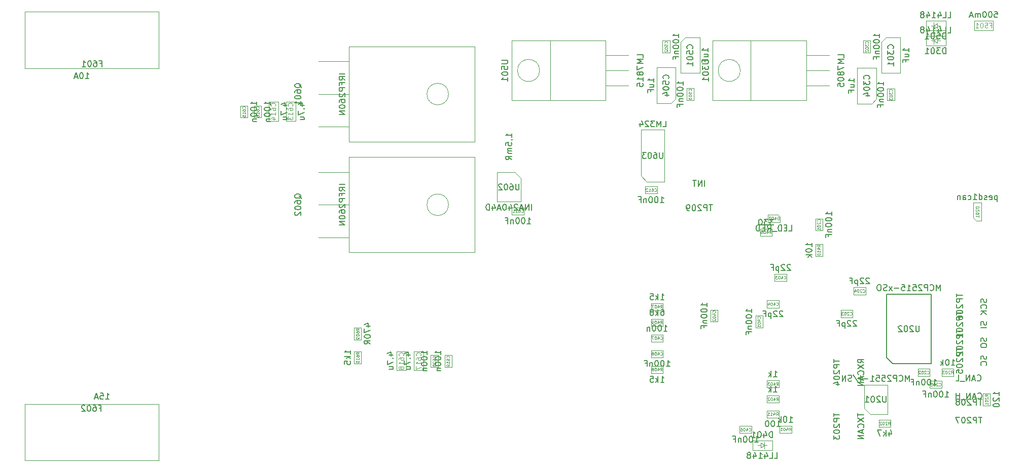
<source format=gbr>
G04 #@! TF.GenerationSoftware,KiCad,Pcbnew,5.1.4*
G04 #@! TF.CreationDate,2019-10-29T22:11:30-03:00*
G04 #@! TF.ProjectId,MCB19,4d434231-392e-46b6-9963-61645f706362,rev?*
G04 #@! TF.SameCoordinates,Original*
G04 #@! TF.FileFunction,Other,Fab,Bot*
%FSLAX46Y46*%
G04 Gerber Fmt 4.6, Leading zero omitted, Abs format (unit mm)*
G04 Created by KiCad (PCBNEW 5.1.4) date 2019-10-29 22:11:30*
%MOMM*%
%LPD*%
G04 APERTURE LIST*
%ADD10C,0.100000*%
%ADD11C,0.150000*%
%ADD12C,0.080000*%
%ADD13C,0.120000*%
%ADD14C,0.075000*%
G04 APERTURE END LIST*
D10*
X89310000Y-128700000D02*
X66910000Y-128700000D01*
X89310000Y-119300000D02*
X89310000Y-128700000D01*
X66910000Y-119300000D02*
X89310000Y-119300000D01*
X66910000Y-128700000D02*
X66910000Y-119300000D01*
X66910000Y-53710000D02*
X89310000Y-53710000D01*
X66910000Y-63110000D02*
X66910000Y-53710000D01*
X89310000Y-63110000D02*
X66910000Y-63110000D01*
X89310000Y-53710000D02*
X89310000Y-63110000D01*
X134704999Y-111080000D02*
X134704999Y-113080000D01*
X135904999Y-111080000D02*
X134704999Y-111080000D01*
X135904999Y-113080000D02*
X135904999Y-111080000D01*
X134704999Y-113080000D02*
X135904999Y-113080000D01*
X137000000Y-111080000D02*
X137000000Y-113080000D01*
X138200000Y-111080000D02*
X137000000Y-111080000D01*
X138200000Y-113080000D02*
X138200000Y-111080000D01*
X137000000Y-113080000D02*
X138200000Y-113080000D01*
X129000000Y-110450000D02*
X129000000Y-113650000D01*
X130600000Y-110450000D02*
X129000000Y-110450000D01*
X130600000Y-113650000D02*
X130600000Y-110450000D01*
X129000000Y-113650000D02*
X130600000Y-113650000D01*
X131870000Y-110450000D02*
X131870000Y-113650000D01*
X133470000Y-110450000D02*
X131870000Y-110450000D01*
X133470000Y-113650000D02*
X133470000Y-110450000D01*
X131870000Y-113650000D02*
X133470000Y-113650000D01*
X106405001Y-71390000D02*
X106405001Y-69390000D01*
X105205001Y-71390000D02*
X106405001Y-71390000D01*
X105205001Y-69390000D02*
X105205001Y-71390000D01*
X106405001Y-69390000D02*
X105205001Y-69390000D01*
X104110000Y-71390000D02*
X104110000Y-69390000D01*
X102910000Y-71390000D02*
X104110000Y-71390000D01*
X102910000Y-69390000D02*
X102910000Y-71390000D01*
X104110000Y-69390000D02*
X102910000Y-69390000D01*
X109240000Y-71940000D02*
X109240000Y-68740000D01*
X107640000Y-71940000D02*
X109240000Y-71940000D01*
X107640000Y-68740000D02*
X107640000Y-71940000D01*
X109240000Y-68740000D02*
X107640000Y-68740000D01*
X112110000Y-71940000D02*
X112110000Y-68740000D01*
X110510000Y-71940000D02*
X112110000Y-71940000D01*
X110510000Y-68740000D02*
X110510000Y-71940000D01*
X112110000Y-68740000D02*
X110510000Y-68740000D01*
X149700000Y-81525000D02*
X148725000Y-80550000D01*
X149700000Y-85450000D02*
X149700000Y-81525000D01*
X145800000Y-85450000D02*
X149700000Y-85450000D01*
X145800000Y-80550000D02*
X145800000Y-85450000D01*
X148725000Y-80550000D02*
X145800000Y-80550000D01*
D11*
X211779000Y-112516000D02*
X218279000Y-112516000D01*
X218279000Y-112516000D02*
X218279000Y-100916000D01*
X218279000Y-100916000D02*
X210779000Y-100916000D01*
X210779000Y-100916000D02*
X210779000Y-111516000D01*
X210779000Y-111516000D02*
X211779000Y-112516000D01*
D10*
X173475000Y-107650000D02*
X171475000Y-107650000D01*
X173475000Y-108850000D02*
X173475000Y-107650000D01*
X171475000Y-108850000D02*
X173475000Y-108850000D01*
X171475000Y-107650000D02*
X171475000Y-108850000D01*
X170475000Y-84100000D02*
X172475000Y-84100000D01*
X170475000Y-82900000D02*
X170475000Y-84100000D01*
X172475000Y-82900000D02*
X170475000Y-82900000D01*
X172475000Y-84100000D02*
X172475000Y-82900000D01*
X148250000Y-87600000D02*
X150250000Y-87600000D01*
X148250000Y-86400000D02*
X148250000Y-87600000D01*
X150250000Y-86400000D02*
X148250000Y-86400000D01*
X150250000Y-87600000D02*
X150250000Y-86400000D01*
X137665000Y-67450000D02*
G75*
G03X137665000Y-67450000I-1805000J0D01*
G01*
X121080000Y-59500000D02*
X142030000Y-59500000D01*
X142030000Y-59500000D02*
X142030000Y-75400000D01*
X142030000Y-75400000D02*
X121080000Y-75400000D01*
X121080000Y-75400000D02*
X121080000Y-59500000D01*
X121080000Y-62000000D02*
X116000000Y-62000000D01*
X121080000Y-67450000D02*
X116000000Y-67450000D01*
X121080000Y-72900000D02*
X116000000Y-72900000D01*
X137665000Y-85950000D02*
G75*
G03X137665000Y-85950000I-1805000J0D01*
G01*
X121080000Y-78000000D02*
X142030000Y-78000000D01*
X142030000Y-78000000D02*
X142030000Y-93900000D01*
X142030000Y-93900000D02*
X121080000Y-93900000D01*
X121080000Y-93900000D02*
X121080000Y-78000000D01*
X121080000Y-80500000D02*
X116000000Y-80500000D01*
X121080000Y-85950000D02*
X116000000Y-85950000D01*
X121080000Y-91400000D02*
X116000000Y-91400000D01*
X169800000Y-81100000D02*
X170775000Y-82075000D01*
X169800000Y-73425000D02*
X169800000Y-81100000D01*
X173700000Y-73425000D02*
X169800000Y-73425000D01*
X173700000Y-82075000D02*
X173700000Y-73425000D01*
X170775000Y-82075000D02*
X173700000Y-82075000D01*
X121900000Y-110475000D02*
X121900000Y-112475000D01*
X123100000Y-110475000D02*
X121900000Y-110475000D01*
X123100000Y-112475000D02*
X123100000Y-110475000D01*
X121900000Y-112475000D02*
X123100000Y-112475000D01*
X123100000Y-108500000D02*
X123100000Y-106500000D01*
X121900000Y-108500000D02*
X123100000Y-108500000D01*
X121900000Y-106500000D02*
X121900000Y-108500000D01*
X123100000Y-106500000D02*
X121900000Y-106500000D01*
X173475000Y-105025000D02*
X171475000Y-105025000D01*
X173475000Y-106225000D02*
X173475000Y-105025000D01*
X171475000Y-106225000D02*
X173475000Y-106225000D01*
X171475000Y-105025000D02*
X171475000Y-106225000D01*
X171475000Y-114100000D02*
X173475000Y-114100000D01*
X171475000Y-112900000D02*
X171475000Y-114100000D01*
X173475000Y-112900000D02*
X171475000Y-112900000D01*
X173475000Y-114100000D02*
X173475000Y-112900000D01*
X173475000Y-102400000D02*
X171475000Y-102400000D01*
X173475000Y-103600000D02*
X173475000Y-102400000D01*
X171475000Y-103600000D02*
X173475000Y-103600000D01*
X171475000Y-102400000D02*
X171475000Y-103600000D01*
X171475000Y-111475000D02*
X173475000Y-111475000D01*
X171475000Y-110275000D02*
X171475000Y-111475000D01*
X173475000Y-110275000D02*
X171475000Y-110275000D01*
X173475000Y-111475000D02*
X173475000Y-110275000D01*
X210900000Y-66525000D02*
X210900000Y-68525000D01*
X212100000Y-66525000D02*
X210900000Y-66525000D01*
X212100000Y-68525000D02*
X212100000Y-66525000D01*
X210900000Y-68525000D02*
X212100000Y-68525000D01*
X208100000Y-58500000D02*
X206900000Y-58500000D01*
X206900000Y-58500000D02*
X206900000Y-60500000D01*
X206900000Y-60500000D02*
X208100000Y-60500000D01*
X208100000Y-60500000D02*
X208100000Y-58500000D01*
X205900000Y-63050000D02*
X209100000Y-63050000D01*
X205900000Y-69050000D02*
X205900000Y-63050000D01*
X208300000Y-69050000D02*
X205900000Y-69050000D01*
X209100000Y-68250000D02*
X208300000Y-69050000D01*
X209100000Y-63050000D02*
X209100000Y-68250000D01*
X209900000Y-63950000D02*
X209900000Y-58750000D01*
X209900000Y-58750000D02*
X210700000Y-57950000D01*
X210700000Y-57950000D02*
X213100000Y-57950000D01*
X213100000Y-57950000D02*
X213100000Y-63950000D01*
X213100000Y-63950000D02*
X209900000Y-63950000D01*
X220650000Y-59300000D02*
X220650000Y-57700000D01*
X220650000Y-57700000D02*
X217350000Y-57700000D01*
X217350000Y-57700000D02*
X217350000Y-59300000D01*
X217350000Y-59300000D02*
X220650000Y-59300000D01*
X219250000Y-58500000D02*
X219750000Y-58500000D01*
X219250000Y-58100000D02*
X218650000Y-58500000D01*
X219250000Y-58900000D02*
X219250000Y-58100000D01*
X218650000Y-58500000D02*
X219250000Y-58900000D01*
X218650000Y-58500000D02*
X218650000Y-57950000D01*
X218650000Y-58500000D02*
X218650000Y-59050000D01*
X218250000Y-58500000D02*
X218650000Y-58500000D01*
X186374000Y-63500000D02*
G75*
G03X186374000Y-63500000I-1850000J0D01*
G01*
X188124000Y-58500000D02*
X181724000Y-58500000D01*
X181724000Y-58500000D02*
X181724000Y-68500000D01*
X181724000Y-68500000D02*
X188124000Y-68500000D01*
X188124000Y-68500000D02*
X188124000Y-58500000D01*
X197374000Y-58500000D02*
X188124000Y-58500000D01*
X188124000Y-58500000D02*
X188124000Y-68500000D01*
X188124000Y-68500000D02*
X197374000Y-68500000D01*
X197374000Y-68500000D02*
X197374000Y-58500000D01*
X197374000Y-60960000D02*
X201184000Y-60960000D01*
X197374000Y-63500000D02*
X201184000Y-63500000D01*
X197374000Y-66040000D02*
X201184000Y-66040000D01*
X192800000Y-121550000D02*
X192800000Y-120350000D01*
X192800000Y-120350000D02*
X190800000Y-120350000D01*
X190800000Y-120350000D02*
X190800000Y-121550000D01*
X190800000Y-121550000D02*
X192800000Y-121550000D01*
X198900000Y-94525000D02*
X200100000Y-94525000D01*
X200100000Y-94525000D02*
X200100000Y-92525000D01*
X200100000Y-92525000D02*
X198900000Y-92525000D01*
X198900000Y-92525000D02*
X198900000Y-94525000D01*
X191000000Y-87650000D02*
X192700000Y-87650000D01*
X192700000Y-87650000D02*
X193000000Y-87950000D01*
X193000000Y-87950000D02*
X193000000Y-88850000D01*
X193000000Y-88850000D02*
X191000000Y-88850000D01*
X191000000Y-88850000D02*
X191000000Y-87650000D01*
X189675000Y-89950000D02*
X189675000Y-91150000D01*
X189675000Y-91150000D02*
X191675000Y-91150000D01*
X191675000Y-91150000D02*
X191675000Y-89950000D01*
X191675000Y-89950000D02*
X189675000Y-89950000D01*
X176400000Y-63950000D02*
X176400000Y-58750000D01*
X176400000Y-58750000D02*
X177200000Y-57950000D01*
X177200000Y-57950000D02*
X179600000Y-57950000D01*
X179600000Y-57950000D02*
X179600000Y-63950000D01*
X179600000Y-63950000D02*
X176400000Y-63950000D01*
X172400000Y-63000000D02*
X175600000Y-63000000D01*
X172400000Y-69000000D02*
X172400000Y-63000000D01*
X174800000Y-69000000D02*
X172400000Y-69000000D01*
X175600000Y-68200000D02*
X174800000Y-69000000D01*
X175600000Y-63000000D02*
X175600000Y-68200000D01*
X163874000Y-66040000D02*
X167684000Y-66040000D01*
X163874000Y-63500000D02*
X167684000Y-63500000D01*
X163874000Y-60960000D02*
X167684000Y-60960000D01*
X163874000Y-68500000D02*
X163874000Y-58500000D01*
X154624000Y-68500000D02*
X163874000Y-68500000D01*
X154624000Y-58500000D02*
X154624000Y-68500000D01*
X163874000Y-58500000D02*
X154624000Y-58500000D01*
X154624000Y-68500000D02*
X154624000Y-58500000D01*
X148224000Y-68500000D02*
X154624000Y-68500000D01*
X148224000Y-58500000D02*
X148224000Y-68500000D01*
X154624000Y-58500000D02*
X148224000Y-58500000D01*
X152874000Y-63500000D02*
G75*
G03X152874000Y-63500000I-1850000J0D01*
G01*
X225250000Y-85630000D02*
X226650000Y-85630000D01*
X226650000Y-88670000D02*
X226650000Y-85630000D01*
X225250000Y-88100000D02*
X225800000Y-88670000D01*
X225800000Y-88670000D02*
X226650000Y-88670000D01*
X225250000Y-88100000D02*
X225250000Y-85650000D01*
X225400000Y-55200000D02*
X225400000Y-56800000D01*
X225400000Y-56800000D02*
X228600000Y-56800000D01*
X228600000Y-56800000D02*
X228600000Y-55200000D01*
X228600000Y-55200000D02*
X225400000Y-55200000D01*
X200100000Y-88265000D02*
X198900000Y-88265000D01*
X198900000Y-88265000D02*
X198900000Y-90265000D01*
X198900000Y-90265000D02*
X200100000Y-90265000D01*
X200100000Y-90265000D02*
X200100000Y-88265000D01*
X218000000Y-114600000D02*
X218000000Y-113400000D01*
X218000000Y-113400000D02*
X216000000Y-113400000D01*
X216000000Y-113400000D02*
X216000000Y-114600000D01*
X216000000Y-114600000D02*
X218000000Y-114600000D01*
X205124000Y-104776000D02*
X205124000Y-103576000D01*
X205124000Y-103576000D02*
X203124000Y-103576000D01*
X203124000Y-103576000D02*
X203124000Y-104776000D01*
X203124000Y-104776000D02*
X205124000Y-104776000D01*
X205274000Y-99766000D02*
X205274000Y-100966000D01*
X205274000Y-100966000D02*
X207274000Y-100966000D01*
X207274000Y-100966000D02*
X207274000Y-99766000D01*
X207274000Y-99766000D02*
X205274000Y-99766000D01*
X220000000Y-116600000D02*
X220000000Y-115400000D01*
X220000000Y-115400000D02*
X218000000Y-115400000D01*
X218000000Y-115400000D02*
X218000000Y-116600000D01*
X218000000Y-116600000D02*
X220000000Y-116600000D01*
X188900000Y-106500000D02*
X190100000Y-106500000D01*
X190100000Y-106500000D02*
X190100000Y-104500000D01*
X190100000Y-104500000D02*
X188900000Y-104500000D01*
X188900000Y-104500000D02*
X188900000Y-106500000D01*
X181400000Y-105500000D02*
X182600000Y-105500000D01*
X182600000Y-105500000D02*
X182600000Y-103500000D01*
X182600000Y-103500000D02*
X181400000Y-103500000D01*
X181400000Y-103500000D02*
X181400000Y-105500000D01*
X192096000Y-97524000D02*
X192096000Y-98724000D01*
X192096000Y-98724000D02*
X194096000Y-98724000D01*
X194096000Y-98724000D02*
X194096000Y-97524000D01*
X194096000Y-97524000D02*
X192096000Y-97524000D01*
X192826000Y-103169000D02*
X192826000Y-101969000D01*
X192826000Y-101969000D02*
X190826000Y-101969000D01*
X190826000Y-101969000D02*
X190826000Y-103169000D01*
X190826000Y-103169000D02*
X192826000Y-103169000D01*
X188250000Y-124150000D02*
X188250000Y-122950000D01*
X188250000Y-122950000D02*
X186250000Y-122950000D01*
X186250000Y-122950000D02*
X186250000Y-124150000D01*
X186250000Y-124150000D02*
X188250000Y-124150000D01*
X174600000Y-58500000D02*
X173400000Y-58500000D01*
X173400000Y-58500000D02*
X173400000Y-60500000D01*
X173400000Y-60500000D02*
X174600000Y-60500000D01*
X174600000Y-60500000D02*
X174600000Y-58500000D01*
X177400000Y-68475000D02*
X178600000Y-68475000D01*
X178600000Y-68475000D02*
X178600000Y-66475000D01*
X178600000Y-66475000D02*
X177400000Y-66475000D01*
X177400000Y-66475000D02*
X177400000Y-68475000D01*
X188400000Y-125350000D02*
X188400000Y-126950000D01*
X188400000Y-126950000D02*
X191700000Y-126950000D01*
X191700000Y-126950000D02*
X191700000Y-125350000D01*
X191700000Y-125350000D02*
X188400000Y-125350000D01*
X189800000Y-126150000D02*
X189300000Y-126150000D01*
X189800000Y-126550000D02*
X190400000Y-126150000D01*
X189800000Y-125750000D02*
X189800000Y-126550000D01*
X190400000Y-126150000D02*
X189800000Y-125750000D01*
X190400000Y-126150000D02*
X190400000Y-126700000D01*
X190400000Y-126150000D02*
X190400000Y-125600000D01*
X190800000Y-126150000D02*
X190400000Y-126150000D01*
X220650000Y-56800000D02*
X220650000Y-55200000D01*
X220650000Y-55200000D02*
X217350000Y-55200000D01*
X217350000Y-55200000D02*
X217350000Y-56800000D01*
X217350000Y-56800000D02*
X220650000Y-56800000D01*
X219250000Y-56000000D02*
X219750000Y-56000000D01*
X219250000Y-55600000D02*
X218650000Y-56000000D01*
X219250000Y-56400000D02*
X219250000Y-55600000D01*
X218650000Y-56000000D02*
X219250000Y-56400000D01*
X218650000Y-56000000D02*
X218650000Y-55450000D01*
X218650000Y-56000000D02*
X218650000Y-56550000D01*
X218250000Y-56000000D02*
X218650000Y-56000000D01*
X208050000Y-120950000D02*
X210950000Y-120950000D01*
X210950000Y-120950000D02*
X210950000Y-116050000D01*
X210950000Y-116050000D02*
X207050000Y-116050000D01*
X207050000Y-116050000D02*
X207050000Y-119950000D01*
X207050000Y-119950000D02*
X208050000Y-120950000D01*
X220000000Y-113400000D02*
X220000000Y-114600000D01*
X220000000Y-114600000D02*
X222000000Y-114600000D01*
X222000000Y-114600000D02*
X222000000Y-113400000D01*
X222000000Y-113400000D02*
X220000000Y-113400000D01*
X211500000Y-123100000D02*
X211500000Y-121900000D01*
X211500000Y-121900000D02*
X209500000Y-121900000D01*
X209500000Y-121900000D02*
X209500000Y-123100000D01*
X209500000Y-123100000D02*
X211500000Y-123100000D01*
X228100000Y-117500000D02*
X226900000Y-117500000D01*
X226900000Y-117500000D02*
X226900000Y-119500000D01*
X226900000Y-119500000D02*
X228100000Y-119500000D01*
X228100000Y-119500000D02*
X228100000Y-117500000D01*
X192920000Y-122900000D02*
X192920000Y-124100000D01*
X192920000Y-124100000D02*
X194920000Y-124100000D01*
X194920000Y-124100000D02*
X194920000Y-122900000D01*
X194920000Y-122900000D02*
X192920000Y-122900000D01*
X190826000Y-117844000D02*
X190826000Y-119044000D01*
X190826000Y-119044000D02*
X192826000Y-119044000D01*
X192826000Y-119044000D02*
X192826000Y-117844000D01*
X192826000Y-117844000D02*
X190826000Y-117844000D01*
X190826000Y-115304000D02*
X190826000Y-116504000D01*
X190826000Y-116504000D02*
X192826000Y-116504000D01*
X192826000Y-116504000D02*
X192826000Y-115304000D01*
X192826000Y-115304000D02*
X190826000Y-115304000D01*
D11*
X80429047Y-118452380D02*
X81000476Y-118452380D01*
X80714761Y-118452380D02*
X80714761Y-117452380D01*
X80810000Y-117595238D01*
X80905238Y-117690476D01*
X81000476Y-117738095D01*
X79524285Y-117452380D02*
X80000476Y-117452380D01*
X80048095Y-117928571D01*
X80000476Y-117880952D01*
X79905238Y-117833333D01*
X79667142Y-117833333D01*
X79571904Y-117880952D01*
X79524285Y-117928571D01*
X79476666Y-118023809D01*
X79476666Y-118261904D01*
X79524285Y-118357142D01*
X79571904Y-118404761D01*
X79667142Y-118452380D01*
X79905238Y-118452380D01*
X80000476Y-118404761D01*
X80048095Y-118357142D01*
X79095714Y-118166666D02*
X78619523Y-118166666D01*
X79190952Y-118452380D02*
X78857619Y-117452380D01*
X78524285Y-118452380D01*
X79345714Y-119928571D02*
X79679047Y-119928571D01*
X79679047Y-120452380D02*
X79679047Y-119452380D01*
X79202857Y-119452380D01*
X78393333Y-119452380D02*
X78583809Y-119452380D01*
X78679047Y-119500000D01*
X78726666Y-119547619D01*
X78821904Y-119690476D01*
X78869523Y-119880952D01*
X78869523Y-120261904D01*
X78821904Y-120357142D01*
X78774285Y-120404761D01*
X78679047Y-120452380D01*
X78488571Y-120452380D01*
X78393333Y-120404761D01*
X78345714Y-120357142D01*
X78298095Y-120261904D01*
X78298095Y-120023809D01*
X78345714Y-119928571D01*
X78393333Y-119880952D01*
X78488571Y-119833333D01*
X78679047Y-119833333D01*
X78774285Y-119880952D01*
X78821904Y-119928571D01*
X78869523Y-120023809D01*
X77679047Y-119452380D02*
X77583809Y-119452380D01*
X77488571Y-119500000D01*
X77440952Y-119547619D01*
X77393333Y-119642857D01*
X77345714Y-119833333D01*
X77345714Y-120071428D01*
X77393333Y-120261904D01*
X77440952Y-120357142D01*
X77488571Y-120404761D01*
X77583809Y-120452380D01*
X77679047Y-120452380D01*
X77774285Y-120404761D01*
X77821904Y-120357142D01*
X77869523Y-120261904D01*
X77917142Y-120071428D01*
X77917142Y-119833333D01*
X77869523Y-119642857D01*
X77821904Y-119547619D01*
X77774285Y-119500000D01*
X77679047Y-119452380D01*
X76964761Y-119547619D02*
X76917142Y-119500000D01*
X76821904Y-119452380D01*
X76583809Y-119452380D01*
X76488571Y-119500000D01*
X76440952Y-119547619D01*
X76393333Y-119642857D01*
X76393333Y-119738095D01*
X76440952Y-119880952D01*
X77012380Y-120452380D01*
X76393333Y-120452380D01*
X77029047Y-64862380D02*
X77600476Y-64862380D01*
X77314761Y-64862380D02*
X77314761Y-63862380D01*
X77410000Y-64005238D01*
X77505238Y-64100476D01*
X77600476Y-64148095D01*
X76410000Y-63862380D02*
X76314761Y-63862380D01*
X76219523Y-63910000D01*
X76171904Y-63957619D01*
X76124285Y-64052857D01*
X76076666Y-64243333D01*
X76076666Y-64481428D01*
X76124285Y-64671904D01*
X76171904Y-64767142D01*
X76219523Y-64814761D01*
X76314761Y-64862380D01*
X76410000Y-64862380D01*
X76505238Y-64814761D01*
X76552857Y-64767142D01*
X76600476Y-64671904D01*
X76648095Y-64481428D01*
X76648095Y-64243333D01*
X76600476Y-64052857D01*
X76552857Y-63957619D01*
X76505238Y-63910000D01*
X76410000Y-63862380D01*
X75695714Y-64576666D02*
X75219523Y-64576666D01*
X75790952Y-64862380D02*
X75457619Y-63862380D01*
X75124285Y-64862380D01*
X79445714Y-62338571D02*
X79779047Y-62338571D01*
X79779047Y-62862380D02*
X79779047Y-61862380D01*
X79302857Y-61862380D01*
X78493333Y-61862380D02*
X78683809Y-61862380D01*
X78779047Y-61910000D01*
X78826666Y-61957619D01*
X78921904Y-62100476D01*
X78969523Y-62290952D01*
X78969523Y-62671904D01*
X78921904Y-62767142D01*
X78874285Y-62814761D01*
X78779047Y-62862380D01*
X78588571Y-62862380D01*
X78493333Y-62814761D01*
X78445714Y-62767142D01*
X78398095Y-62671904D01*
X78398095Y-62433809D01*
X78445714Y-62338571D01*
X78493333Y-62290952D01*
X78588571Y-62243333D01*
X78779047Y-62243333D01*
X78874285Y-62290952D01*
X78921904Y-62338571D01*
X78969523Y-62433809D01*
X77779047Y-61862380D02*
X77683809Y-61862380D01*
X77588571Y-61910000D01*
X77540952Y-61957619D01*
X77493333Y-62052857D01*
X77445714Y-62243333D01*
X77445714Y-62481428D01*
X77493333Y-62671904D01*
X77540952Y-62767142D01*
X77588571Y-62814761D01*
X77683809Y-62862380D01*
X77779047Y-62862380D01*
X77874285Y-62814761D01*
X77921904Y-62767142D01*
X77969523Y-62671904D01*
X78017142Y-62481428D01*
X78017142Y-62243333D01*
X77969523Y-62052857D01*
X77921904Y-61957619D01*
X77874285Y-61910000D01*
X77779047Y-61862380D01*
X76493333Y-62862380D02*
X77064761Y-62862380D01*
X76779047Y-62862380D02*
X76779047Y-61862380D01*
X76874285Y-62005238D01*
X76969523Y-62100476D01*
X77064761Y-62148095D01*
X134107379Y-110960952D02*
X134107379Y-110389523D01*
X134107379Y-110675238D02*
X133107379Y-110675238D01*
X133250237Y-110580000D01*
X133345475Y-110484761D01*
X133393094Y-110389523D01*
X133107379Y-111580000D02*
X133107379Y-111675238D01*
X133154999Y-111770476D01*
X133202618Y-111818095D01*
X133297856Y-111865714D01*
X133488332Y-111913333D01*
X133726427Y-111913333D01*
X133916903Y-111865714D01*
X134012141Y-111818095D01*
X134059760Y-111770476D01*
X134107379Y-111675238D01*
X134107379Y-111580000D01*
X134059760Y-111484761D01*
X134012141Y-111437142D01*
X133916903Y-111389523D01*
X133726427Y-111341904D01*
X133488332Y-111341904D01*
X133297856Y-111389523D01*
X133202618Y-111437142D01*
X133154999Y-111484761D01*
X133107379Y-111580000D01*
X133107379Y-112532380D02*
X133107379Y-112627619D01*
X133154999Y-112722857D01*
X133202618Y-112770476D01*
X133297856Y-112818095D01*
X133488332Y-112865714D01*
X133726427Y-112865714D01*
X133916903Y-112818095D01*
X134012141Y-112770476D01*
X134059760Y-112722857D01*
X134107379Y-112627619D01*
X134107379Y-112532380D01*
X134059760Y-112437142D01*
X134012141Y-112389523D01*
X133916903Y-112341904D01*
X133726427Y-112294285D01*
X133488332Y-112294285D01*
X133297856Y-112341904D01*
X133202618Y-112389523D01*
X133154999Y-112437142D01*
X133107379Y-112532380D01*
X133440713Y-113294285D02*
X134107379Y-113294285D01*
X133535951Y-113294285D02*
X133488332Y-113341904D01*
X133440713Y-113437142D01*
X133440713Y-113580000D01*
X133488332Y-113675238D01*
X133583570Y-113722857D01*
X134107379Y-113722857D01*
D12*
X135483570Y-111520476D02*
X135507379Y-111496666D01*
X135531189Y-111425238D01*
X135531189Y-111377619D01*
X135507379Y-111306190D01*
X135459760Y-111258571D01*
X135412141Y-111234761D01*
X135316903Y-111210952D01*
X135245475Y-111210952D01*
X135150237Y-111234761D01*
X135102618Y-111258571D01*
X135054999Y-111306190D01*
X135031189Y-111377619D01*
X135031189Y-111425238D01*
X135054999Y-111496666D01*
X135078808Y-111520476D01*
X135031189Y-111949047D02*
X135031189Y-111853809D01*
X135054999Y-111806190D01*
X135078808Y-111782380D01*
X135150237Y-111734761D01*
X135245475Y-111710952D01*
X135435951Y-111710952D01*
X135483570Y-111734761D01*
X135507379Y-111758571D01*
X135531189Y-111806190D01*
X135531189Y-111901428D01*
X135507379Y-111949047D01*
X135483570Y-111972857D01*
X135435951Y-111996666D01*
X135316903Y-111996666D01*
X135269284Y-111972857D01*
X135245475Y-111949047D01*
X135221665Y-111901428D01*
X135221665Y-111806190D01*
X135245475Y-111758571D01*
X135269284Y-111734761D01*
X135316903Y-111710952D01*
X135078808Y-112187142D02*
X135054999Y-112210952D01*
X135031189Y-112258571D01*
X135031189Y-112377619D01*
X135054999Y-112425238D01*
X135078808Y-112449047D01*
X135126427Y-112472857D01*
X135174046Y-112472857D01*
X135245475Y-112449047D01*
X135531189Y-112163333D01*
X135531189Y-112472857D01*
X135031189Y-112782380D02*
X135031189Y-112830000D01*
X135054999Y-112877619D01*
X135078808Y-112901428D01*
X135126427Y-112925238D01*
X135221665Y-112949047D01*
X135340713Y-112949047D01*
X135435951Y-112925238D01*
X135483570Y-112901428D01*
X135507379Y-112877619D01*
X135531189Y-112830000D01*
X135531189Y-112782380D01*
X135507379Y-112734761D01*
X135483570Y-112710952D01*
X135435951Y-112687142D01*
X135340713Y-112663333D01*
X135221665Y-112663333D01*
X135126427Y-112687142D01*
X135078808Y-112710952D01*
X135054999Y-112734761D01*
X135031189Y-112782380D01*
D11*
X136402380Y-110960952D02*
X136402380Y-110389523D01*
X136402380Y-110675238D02*
X135402380Y-110675238D01*
X135545238Y-110580000D01*
X135640476Y-110484761D01*
X135688095Y-110389523D01*
X135402380Y-111580000D02*
X135402380Y-111675238D01*
X135450000Y-111770476D01*
X135497619Y-111818095D01*
X135592857Y-111865714D01*
X135783333Y-111913333D01*
X136021428Y-111913333D01*
X136211904Y-111865714D01*
X136307142Y-111818095D01*
X136354761Y-111770476D01*
X136402380Y-111675238D01*
X136402380Y-111580000D01*
X136354761Y-111484761D01*
X136307142Y-111437142D01*
X136211904Y-111389523D01*
X136021428Y-111341904D01*
X135783333Y-111341904D01*
X135592857Y-111389523D01*
X135497619Y-111437142D01*
X135450000Y-111484761D01*
X135402380Y-111580000D01*
X135402380Y-112532380D02*
X135402380Y-112627619D01*
X135450000Y-112722857D01*
X135497619Y-112770476D01*
X135592857Y-112818095D01*
X135783333Y-112865714D01*
X136021428Y-112865714D01*
X136211904Y-112818095D01*
X136307142Y-112770476D01*
X136354761Y-112722857D01*
X136402380Y-112627619D01*
X136402380Y-112532380D01*
X136354761Y-112437142D01*
X136307142Y-112389523D01*
X136211904Y-112341904D01*
X136021428Y-112294285D01*
X135783333Y-112294285D01*
X135592857Y-112341904D01*
X135497619Y-112389523D01*
X135450000Y-112437142D01*
X135402380Y-112532380D01*
X135735714Y-113294285D02*
X136402380Y-113294285D01*
X135830952Y-113294285D02*
X135783333Y-113341904D01*
X135735714Y-113437142D01*
X135735714Y-113580000D01*
X135783333Y-113675238D01*
X135878571Y-113722857D01*
X136402380Y-113722857D01*
D12*
X137778571Y-111520476D02*
X137802380Y-111496666D01*
X137826190Y-111425238D01*
X137826190Y-111377619D01*
X137802380Y-111306190D01*
X137754761Y-111258571D01*
X137707142Y-111234761D01*
X137611904Y-111210952D01*
X137540476Y-111210952D01*
X137445238Y-111234761D01*
X137397619Y-111258571D01*
X137350000Y-111306190D01*
X137326190Y-111377619D01*
X137326190Y-111425238D01*
X137350000Y-111496666D01*
X137373809Y-111520476D01*
X137326190Y-111949047D02*
X137326190Y-111853809D01*
X137350000Y-111806190D01*
X137373809Y-111782380D01*
X137445238Y-111734761D01*
X137540476Y-111710952D01*
X137730952Y-111710952D01*
X137778571Y-111734761D01*
X137802380Y-111758571D01*
X137826190Y-111806190D01*
X137826190Y-111901428D01*
X137802380Y-111949047D01*
X137778571Y-111972857D01*
X137730952Y-111996666D01*
X137611904Y-111996666D01*
X137564285Y-111972857D01*
X137540476Y-111949047D01*
X137516666Y-111901428D01*
X137516666Y-111806190D01*
X137540476Y-111758571D01*
X137564285Y-111734761D01*
X137611904Y-111710952D01*
X137826190Y-112472857D02*
X137826190Y-112187142D01*
X137826190Y-112330000D02*
X137326190Y-112330000D01*
X137397619Y-112282380D01*
X137445238Y-112234761D01*
X137469047Y-112187142D01*
X137826190Y-112710952D02*
X137826190Y-112806190D01*
X137802380Y-112853809D01*
X137778571Y-112877619D01*
X137707142Y-112925238D01*
X137611904Y-112949047D01*
X137421428Y-112949047D01*
X137373809Y-112925238D01*
X137350000Y-112901428D01*
X137326190Y-112853809D01*
X137326190Y-112758571D01*
X137350000Y-112710952D01*
X137373809Y-112687142D01*
X137421428Y-112663333D01*
X137540476Y-112663333D01*
X137588095Y-112687142D01*
X137611904Y-112710952D01*
X137635714Y-112758571D01*
X137635714Y-112853809D01*
X137611904Y-112901428D01*
X137588095Y-112925238D01*
X137540476Y-112949047D01*
D11*
X127765714Y-111073809D02*
X128432380Y-111073809D01*
X127384761Y-110835714D02*
X128099047Y-110597619D01*
X128099047Y-111216666D01*
X128337142Y-111597619D02*
X128384761Y-111645238D01*
X128432380Y-111597619D01*
X128384761Y-111550000D01*
X128337142Y-111597619D01*
X128432380Y-111597619D01*
X127432380Y-111978571D02*
X127432380Y-112645238D01*
X128432380Y-112216666D01*
X127765714Y-113454761D02*
X128432380Y-113454761D01*
X127765714Y-113026190D02*
X128289523Y-113026190D01*
X128384761Y-113073809D01*
X128432380Y-113169047D01*
X128432380Y-113311904D01*
X128384761Y-113407142D01*
X128337142Y-113454761D01*
D13*
X130085714Y-111154761D02*
X130123809Y-111116666D01*
X130161904Y-111002380D01*
X130161904Y-110926190D01*
X130123809Y-110811904D01*
X130047619Y-110735714D01*
X129971428Y-110697619D01*
X129819047Y-110659523D01*
X129704761Y-110659523D01*
X129552380Y-110697619D01*
X129476190Y-110735714D01*
X129400000Y-110811904D01*
X129361904Y-110926190D01*
X129361904Y-111002380D01*
X129400000Y-111116666D01*
X129438095Y-111154761D01*
X129361904Y-111840476D02*
X129361904Y-111688095D01*
X129400000Y-111611904D01*
X129438095Y-111573809D01*
X129552380Y-111497619D01*
X129704761Y-111459523D01*
X130009523Y-111459523D01*
X130085714Y-111497619D01*
X130123809Y-111535714D01*
X130161904Y-111611904D01*
X130161904Y-111764285D01*
X130123809Y-111840476D01*
X130085714Y-111878571D01*
X130009523Y-111916666D01*
X129819047Y-111916666D01*
X129742857Y-111878571D01*
X129704761Y-111840476D01*
X129666666Y-111764285D01*
X129666666Y-111611904D01*
X129704761Y-111535714D01*
X129742857Y-111497619D01*
X129819047Y-111459523D01*
X130161904Y-112678571D02*
X130161904Y-112221428D01*
X130161904Y-112450000D02*
X129361904Y-112450000D01*
X129476190Y-112373809D01*
X129552380Y-112297619D01*
X129590476Y-112221428D01*
X129704761Y-113135714D02*
X129666666Y-113059523D01*
X129628571Y-113021428D01*
X129552380Y-112983333D01*
X129514285Y-112983333D01*
X129438095Y-113021428D01*
X129400000Y-113059523D01*
X129361904Y-113135714D01*
X129361904Y-113288095D01*
X129400000Y-113364285D01*
X129438095Y-113402380D01*
X129514285Y-113440476D01*
X129552380Y-113440476D01*
X129628571Y-113402380D01*
X129666666Y-113364285D01*
X129704761Y-113288095D01*
X129704761Y-113135714D01*
X129742857Y-113059523D01*
X129780952Y-113021428D01*
X129857142Y-112983333D01*
X130009523Y-112983333D01*
X130085714Y-113021428D01*
X130123809Y-113059523D01*
X130161904Y-113135714D01*
X130161904Y-113288095D01*
X130123809Y-113364285D01*
X130085714Y-113402380D01*
X130009523Y-113440476D01*
X129857142Y-113440476D01*
X129780952Y-113402380D01*
X129742857Y-113364285D01*
X129704761Y-113288095D01*
D11*
X130635714Y-111073809D02*
X131302380Y-111073809D01*
X130254761Y-110835714D02*
X130969047Y-110597619D01*
X130969047Y-111216666D01*
X131207142Y-111597619D02*
X131254761Y-111645238D01*
X131302380Y-111597619D01*
X131254761Y-111550000D01*
X131207142Y-111597619D01*
X131302380Y-111597619D01*
X130302380Y-111978571D02*
X130302380Y-112645238D01*
X131302380Y-112216666D01*
X130635714Y-113454761D02*
X131302380Y-113454761D01*
X130635714Y-113026190D02*
X131159523Y-113026190D01*
X131254761Y-113073809D01*
X131302380Y-113169047D01*
X131302380Y-113311904D01*
X131254761Y-113407142D01*
X131207142Y-113454761D01*
D13*
X132955714Y-111154761D02*
X132993809Y-111116666D01*
X133031904Y-111002380D01*
X133031904Y-110926190D01*
X132993809Y-110811904D01*
X132917619Y-110735714D01*
X132841428Y-110697619D01*
X132689047Y-110659523D01*
X132574761Y-110659523D01*
X132422380Y-110697619D01*
X132346190Y-110735714D01*
X132270000Y-110811904D01*
X132231904Y-110926190D01*
X132231904Y-111002380D01*
X132270000Y-111116666D01*
X132308095Y-111154761D01*
X132231904Y-111840476D02*
X132231904Y-111688095D01*
X132270000Y-111611904D01*
X132308095Y-111573809D01*
X132422380Y-111497619D01*
X132574761Y-111459523D01*
X132879523Y-111459523D01*
X132955714Y-111497619D01*
X132993809Y-111535714D01*
X133031904Y-111611904D01*
X133031904Y-111764285D01*
X132993809Y-111840476D01*
X132955714Y-111878571D01*
X132879523Y-111916666D01*
X132689047Y-111916666D01*
X132612857Y-111878571D01*
X132574761Y-111840476D01*
X132536666Y-111764285D01*
X132536666Y-111611904D01*
X132574761Y-111535714D01*
X132612857Y-111497619D01*
X132689047Y-111459523D01*
X133031904Y-112678571D02*
X133031904Y-112221428D01*
X133031904Y-112450000D02*
X132231904Y-112450000D01*
X132346190Y-112373809D01*
X132422380Y-112297619D01*
X132460476Y-112221428D01*
X132231904Y-112945238D02*
X132231904Y-113478571D01*
X133031904Y-113135714D01*
D11*
X107907381Y-69270952D02*
X107907381Y-68699523D01*
X107907381Y-68985238D02*
X106907381Y-68985238D01*
X107050239Y-68890000D01*
X107145477Y-68794761D01*
X107193096Y-68699523D01*
X106907381Y-69890000D02*
X106907381Y-69985238D01*
X106955001Y-70080476D01*
X107002620Y-70128095D01*
X107097858Y-70175714D01*
X107288334Y-70223333D01*
X107526429Y-70223333D01*
X107716905Y-70175714D01*
X107812143Y-70128095D01*
X107859762Y-70080476D01*
X107907381Y-69985238D01*
X107907381Y-69890000D01*
X107859762Y-69794761D01*
X107812143Y-69747142D01*
X107716905Y-69699523D01*
X107526429Y-69651904D01*
X107288334Y-69651904D01*
X107097858Y-69699523D01*
X107002620Y-69747142D01*
X106955001Y-69794761D01*
X106907381Y-69890000D01*
X106907381Y-70842380D02*
X106907381Y-70937619D01*
X106955001Y-71032857D01*
X107002620Y-71080476D01*
X107097858Y-71128095D01*
X107288334Y-71175714D01*
X107526429Y-71175714D01*
X107716905Y-71128095D01*
X107812143Y-71080476D01*
X107859762Y-71032857D01*
X107907381Y-70937619D01*
X107907381Y-70842380D01*
X107859762Y-70747142D01*
X107812143Y-70699523D01*
X107716905Y-70651904D01*
X107526429Y-70604285D01*
X107288334Y-70604285D01*
X107097858Y-70651904D01*
X107002620Y-70699523D01*
X106955001Y-70747142D01*
X106907381Y-70842380D01*
X107240715Y-71604285D02*
X107907381Y-71604285D01*
X107335953Y-71604285D02*
X107288334Y-71651904D01*
X107240715Y-71747142D01*
X107240715Y-71890000D01*
X107288334Y-71985238D01*
X107383572Y-72032857D01*
X107907381Y-72032857D01*
D12*
X105983572Y-69830476D02*
X106007381Y-69806666D01*
X106031191Y-69735238D01*
X106031191Y-69687619D01*
X106007381Y-69616190D01*
X105959762Y-69568571D01*
X105912143Y-69544761D01*
X105816905Y-69520952D01*
X105745477Y-69520952D01*
X105650239Y-69544761D01*
X105602620Y-69568571D01*
X105555001Y-69616190D01*
X105531191Y-69687619D01*
X105531191Y-69735238D01*
X105555001Y-69806666D01*
X105578810Y-69830476D01*
X105531191Y-70259047D02*
X105531191Y-70163809D01*
X105555001Y-70116190D01*
X105578810Y-70092380D01*
X105650239Y-70044761D01*
X105745477Y-70020952D01*
X105935953Y-70020952D01*
X105983572Y-70044761D01*
X106007381Y-70068571D01*
X106031191Y-70116190D01*
X106031191Y-70211428D01*
X106007381Y-70259047D01*
X105983572Y-70282857D01*
X105935953Y-70306666D01*
X105816905Y-70306666D01*
X105769286Y-70282857D01*
X105745477Y-70259047D01*
X105721667Y-70211428D01*
X105721667Y-70116190D01*
X105745477Y-70068571D01*
X105769286Y-70044761D01*
X105816905Y-70020952D01*
X106031191Y-70782857D02*
X106031191Y-70497142D01*
X106031191Y-70640000D02*
X105531191Y-70640000D01*
X105602620Y-70592380D01*
X105650239Y-70544761D01*
X105674048Y-70497142D01*
X105531191Y-71211428D02*
X105531191Y-71116190D01*
X105555001Y-71068571D01*
X105578810Y-71044761D01*
X105650239Y-70997142D01*
X105745477Y-70973333D01*
X105935953Y-70973333D01*
X105983572Y-70997142D01*
X106007381Y-71020952D01*
X106031191Y-71068571D01*
X106031191Y-71163809D01*
X106007381Y-71211428D01*
X105983572Y-71235238D01*
X105935953Y-71259047D01*
X105816905Y-71259047D01*
X105769286Y-71235238D01*
X105745477Y-71211428D01*
X105721667Y-71163809D01*
X105721667Y-71068571D01*
X105745477Y-71020952D01*
X105769286Y-70997142D01*
X105816905Y-70973333D01*
D11*
X105612380Y-69270952D02*
X105612380Y-68699523D01*
X105612380Y-68985238D02*
X104612380Y-68985238D01*
X104755238Y-68890000D01*
X104850476Y-68794761D01*
X104898095Y-68699523D01*
X104612380Y-69890000D02*
X104612380Y-69985238D01*
X104660000Y-70080476D01*
X104707619Y-70128095D01*
X104802857Y-70175714D01*
X104993333Y-70223333D01*
X105231428Y-70223333D01*
X105421904Y-70175714D01*
X105517142Y-70128095D01*
X105564761Y-70080476D01*
X105612380Y-69985238D01*
X105612380Y-69890000D01*
X105564761Y-69794761D01*
X105517142Y-69747142D01*
X105421904Y-69699523D01*
X105231428Y-69651904D01*
X104993333Y-69651904D01*
X104802857Y-69699523D01*
X104707619Y-69747142D01*
X104660000Y-69794761D01*
X104612380Y-69890000D01*
X104612380Y-70842380D02*
X104612380Y-70937619D01*
X104660000Y-71032857D01*
X104707619Y-71080476D01*
X104802857Y-71128095D01*
X104993333Y-71175714D01*
X105231428Y-71175714D01*
X105421904Y-71128095D01*
X105517142Y-71080476D01*
X105564761Y-71032857D01*
X105612380Y-70937619D01*
X105612380Y-70842380D01*
X105564761Y-70747142D01*
X105517142Y-70699523D01*
X105421904Y-70651904D01*
X105231428Y-70604285D01*
X104993333Y-70604285D01*
X104802857Y-70651904D01*
X104707619Y-70699523D01*
X104660000Y-70747142D01*
X104612380Y-70842380D01*
X104945714Y-71604285D02*
X105612380Y-71604285D01*
X105040952Y-71604285D02*
X104993333Y-71651904D01*
X104945714Y-71747142D01*
X104945714Y-71890000D01*
X104993333Y-71985238D01*
X105088571Y-72032857D01*
X105612380Y-72032857D01*
D12*
X103688571Y-69830476D02*
X103712380Y-69806666D01*
X103736190Y-69735238D01*
X103736190Y-69687619D01*
X103712380Y-69616190D01*
X103664761Y-69568571D01*
X103617142Y-69544761D01*
X103521904Y-69520952D01*
X103450476Y-69520952D01*
X103355238Y-69544761D01*
X103307619Y-69568571D01*
X103260000Y-69616190D01*
X103236190Y-69687619D01*
X103236190Y-69735238D01*
X103260000Y-69806666D01*
X103283809Y-69830476D01*
X103236190Y-70259047D02*
X103236190Y-70163809D01*
X103260000Y-70116190D01*
X103283809Y-70092380D01*
X103355238Y-70044761D01*
X103450476Y-70020952D01*
X103640952Y-70020952D01*
X103688571Y-70044761D01*
X103712380Y-70068571D01*
X103736190Y-70116190D01*
X103736190Y-70211428D01*
X103712380Y-70259047D01*
X103688571Y-70282857D01*
X103640952Y-70306666D01*
X103521904Y-70306666D01*
X103474285Y-70282857D01*
X103450476Y-70259047D01*
X103426666Y-70211428D01*
X103426666Y-70116190D01*
X103450476Y-70068571D01*
X103474285Y-70044761D01*
X103521904Y-70020952D01*
X103736190Y-70782857D02*
X103736190Y-70497142D01*
X103736190Y-70640000D02*
X103236190Y-70640000D01*
X103307619Y-70592380D01*
X103355238Y-70544761D01*
X103379047Y-70497142D01*
X103236190Y-71235238D02*
X103236190Y-70997142D01*
X103474285Y-70973333D01*
X103450476Y-70997142D01*
X103426666Y-71044761D01*
X103426666Y-71163809D01*
X103450476Y-71211428D01*
X103474285Y-71235238D01*
X103521904Y-71259047D01*
X103640952Y-71259047D01*
X103688571Y-71235238D01*
X103712380Y-71211428D01*
X103736190Y-71163809D01*
X103736190Y-71044761D01*
X103712380Y-70997142D01*
X103688571Y-70973333D01*
D11*
X110045714Y-69363809D02*
X110712380Y-69363809D01*
X109664761Y-69125714D02*
X110379047Y-68887619D01*
X110379047Y-69506666D01*
X110617142Y-69887619D02*
X110664761Y-69935238D01*
X110712380Y-69887619D01*
X110664761Y-69840000D01*
X110617142Y-69887619D01*
X110712380Y-69887619D01*
X109712380Y-70268571D02*
X109712380Y-70935238D01*
X110712380Y-70506666D01*
X110045714Y-71744761D02*
X110712380Y-71744761D01*
X110045714Y-71316190D02*
X110569523Y-71316190D01*
X110664761Y-71363809D01*
X110712380Y-71459047D01*
X110712380Y-71601904D01*
X110664761Y-71697142D01*
X110617142Y-71744761D01*
D13*
X108725714Y-69444761D02*
X108763809Y-69406666D01*
X108801904Y-69292380D01*
X108801904Y-69216190D01*
X108763809Y-69101904D01*
X108687619Y-69025714D01*
X108611428Y-68987619D01*
X108459047Y-68949523D01*
X108344761Y-68949523D01*
X108192380Y-68987619D01*
X108116190Y-69025714D01*
X108040000Y-69101904D01*
X108001904Y-69216190D01*
X108001904Y-69292380D01*
X108040000Y-69406666D01*
X108078095Y-69444761D01*
X108001904Y-70130476D02*
X108001904Y-69978095D01*
X108040000Y-69901904D01*
X108078095Y-69863809D01*
X108192380Y-69787619D01*
X108344761Y-69749523D01*
X108649523Y-69749523D01*
X108725714Y-69787619D01*
X108763809Y-69825714D01*
X108801904Y-69901904D01*
X108801904Y-70054285D01*
X108763809Y-70130476D01*
X108725714Y-70168571D01*
X108649523Y-70206666D01*
X108459047Y-70206666D01*
X108382857Y-70168571D01*
X108344761Y-70130476D01*
X108306666Y-70054285D01*
X108306666Y-69901904D01*
X108344761Y-69825714D01*
X108382857Y-69787619D01*
X108459047Y-69749523D01*
X108801904Y-70968571D02*
X108801904Y-70511428D01*
X108801904Y-70740000D02*
X108001904Y-70740000D01*
X108116190Y-70663809D01*
X108192380Y-70587619D01*
X108230476Y-70511428D01*
X108268571Y-71654285D02*
X108801904Y-71654285D01*
X107963809Y-71463809D02*
X108535238Y-71273333D01*
X108535238Y-71768571D01*
D11*
X112915714Y-69363809D02*
X113582380Y-69363809D01*
X112534761Y-69125714D02*
X113249047Y-68887619D01*
X113249047Y-69506666D01*
X113487142Y-69887619D02*
X113534761Y-69935238D01*
X113582380Y-69887619D01*
X113534761Y-69840000D01*
X113487142Y-69887619D01*
X113582380Y-69887619D01*
X112582380Y-70268571D02*
X112582380Y-70935238D01*
X113582380Y-70506666D01*
X112915714Y-71744761D02*
X113582380Y-71744761D01*
X112915714Y-71316190D02*
X113439523Y-71316190D01*
X113534761Y-71363809D01*
X113582380Y-71459047D01*
X113582380Y-71601904D01*
X113534761Y-71697142D01*
X113487142Y-71744761D01*
D13*
X111595714Y-69444761D02*
X111633809Y-69406666D01*
X111671904Y-69292380D01*
X111671904Y-69216190D01*
X111633809Y-69101904D01*
X111557619Y-69025714D01*
X111481428Y-68987619D01*
X111329047Y-68949523D01*
X111214761Y-68949523D01*
X111062380Y-68987619D01*
X110986190Y-69025714D01*
X110910000Y-69101904D01*
X110871904Y-69216190D01*
X110871904Y-69292380D01*
X110910000Y-69406666D01*
X110948095Y-69444761D01*
X110871904Y-70130476D02*
X110871904Y-69978095D01*
X110910000Y-69901904D01*
X110948095Y-69863809D01*
X111062380Y-69787619D01*
X111214761Y-69749523D01*
X111519523Y-69749523D01*
X111595714Y-69787619D01*
X111633809Y-69825714D01*
X111671904Y-69901904D01*
X111671904Y-70054285D01*
X111633809Y-70130476D01*
X111595714Y-70168571D01*
X111519523Y-70206666D01*
X111329047Y-70206666D01*
X111252857Y-70168571D01*
X111214761Y-70130476D01*
X111176666Y-70054285D01*
X111176666Y-69901904D01*
X111214761Y-69825714D01*
X111252857Y-69787619D01*
X111329047Y-69749523D01*
X111671904Y-70968571D02*
X111671904Y-70511428D01*
X111671904Y-70740000D02*
X110871904Y-70740000D01*
X110986190Y-70663809D01*
X111062380Y-70587619D01*
X111100476Y-70511428D01*
X110871904Y-71235238D02*
X110871904Y-71730476D01*
X111176666Y-71463809D01*
X111176666Y-71578095D01*
X111214761Y-71654285D01*
X111252857Y-71692380D01*
X111329047Y-71730476D01*
X111519523Y-71730476D01*
X111595714Y-71692380D01*
X111633809Y-71654285D01*
X111671904Y-71578095D01*
X111671904Y-71349523D01*
X111633809Y-71273333D01*
X111595714Y-71235238D01*
D11*
X151535714Y-86852380D02*
X151535714Y-85852380D01*
X151059523Y-86852380D02*
X151059523Y-85852380D01*
X150488095Y-86852380D01*
X150488095Y-85852380D01*
X150059523Y-86566666D02*
X149583333Y-86566666D01*
X150154761Y-86852380D02*
X149821428Y-85852380D01*
X149488095Y-86852380D01*
X149202380Y-85947619D02*
X149154761Y-85900000D01*
X149059523Y-85852380D01*
X148821428Y-85852380D01*
X148726190Y-85900000D01*
X148678571Y-85947619D01*
X148630952Y-86042857D01*
X148630952Y-86138095D01*
X148678571Y-86280952D01*
X149250000Y-86852380D01*
X148630952Y-86852380D01*
X147773809Y-86185714D02*
X147773809Y-86852380D01*
X148011904Y-85804761D02*
X148250000Y-86519047D01*
X147630952Y-86519047D01*
X147059523Y-85852380D02*
X146964285Y-85852380D01*
X146869047Y-85900000D01*
X146821428Y-85947619D01*
X146773809Y-86042857D01*
X146726190Y-86233333D01*
X146726190Y-86471428D01*
X146773809Y-86661904D01*
X146821428Y-86757142D01*
X146869047Y-86804761D01*
X146964285Y-86852380D01*
X147059523Y-86852380D01*
X147154761Y-86804761D01*
X147202380Y-86757142D01*
X147250000Y-86661904D01*
X147297619Y-86471428D01*
X147297619Y-86233333D01*
X147250000Y-86042857D01*
X147202380Y-85947619D01*
X147154761Y-85900000D01*
X147059523Y-85852380D01*
X146345238Y-86566666D02*
X145869047Y-86566666D01*
X146440476Y-86852380D02*
X146107142Y-85852380D01*
X145773809Y-86852380D01*
X145011904Y-86185714D02*
X145011904Y-86852380D01*
X145250000Y-85804761D02*
X145488095Y-86519047D01*
X144869047Y-86519047D01*
X144488095Y-86852380D02*
X144488095Y-85852380D01*
X144250000Y-85852380D01*
X144107142Y-85900000D01*
X144011904Y-85995238D01*
X143964285Y-86090476D01*
X143916666Y-86280952D01*
X143916666Y-86423809D01*
X143964285Y-86614285D01*
X144011904Y-86709523D01*
X144107142Y-86804761D01*
X144250000Y-86852380D01*
X144488095Y-86852380D01*
X149430000Y-82463333D02*
X149430000Y-83256666D01*
X149383333Y-83350000D01*
X149336666Y-83396666D01*
X149243333Y-83443333D01*
X149056666Y-83443333D01*
X148963333Y-83396666D01*
X148916666Y-83350000D01*
X148870000Y-83256666D01*
X148870000Y-82463333D01*
X147983333Y-82463333D02*
X148170000Y-82463333D01*
X148263333Y-82510000D01*
X148310000Y-82556666D01*
X148403333Y-82696666D01*
X148450000Y-82883333D01*
X148450000Y-83256666D01*
X148403333Y-83350000D01*
X148356666Y-83396666D01*
X148263333Y-83443333D01*
X148076666Y-83443333D01*
X147983333Y-83396666D01*
X147936666Y-83350000D01*
X147890000Y-83256666D01*
X147890000Y-83023333D01*
X147936666Y-82930000D01*
X147983333Y-82883333D01*
X148076666Y-82836666D01*
X148263333Y-82836666D01*
X148356666Y-82883333D01*
X148403333Y-82930000D01*
X148450000Y-83023333D01*
X147283333Y-82463333D02*
X147190000Y-82463333D01*
X147096666Y-82510000D01*
X147050000Y-82556666D01*
X147003333Y-82650000D01*
X146956666Y-82836666D01*
X146956666Y-83070000D01*
X147003333Y-83256666D01*
X147050000Y-83350000D01*
X147096666Y-83396666D01*
X147190000Y-83443333D01*
X147283333Y-83443333D01*
X147376666Y-83396666D01*
X147423333Y-83350000D01*
X147470000Y-83256666D01*
X147516666Y-83070000D01*
X147516666Y-82836666D01*
X147470000Y-82650000D01*
X147423333Y-82556666D01*
X147376666Y-82510000D01*
X147283333Y-82463333D01*
X146583333Y-82556666D02*
X146536666Y-82510000D01*
X146443333Y-82463333D01*
X146210000Y-82463333D01*
X146116666Y-82510000D01*
X146070000Y-82556666D01*
X146023333Y-82650000D01*
X146023333Y-82743333D01*
X146070000Y-82883333D01*
X146630000Y-83443333D01*
X146023333Y-83443333D01*
X148202380Y-74654761D02*
X148202380Y-74083333D01*
X148202380Y-74369047D02*
X147202380Y-74369047D01*
X147345238Y-74273809D01*
X147440476Y-74178571D01*
X147488095Y-74083333D01*
X148154761Y-75130952D02*
X148202380Y-75130952D01*
X148297619Y-75083333D01*
X148345238Y-75035714D01*
X147202380Y-76035714D02*
X147202380Y-75559523D01*
X147678571Y-75511904D01*
X147630952Y-75559523D01*
X147583333Y-75654761D01*
X147583333Y-75892857D01*
X147630952Y-75988095D01*
X147678571Y-76035714D01*
X147773809Y-76083333D01*
X148011904Y-76083333D01*
X148107142Y-76035714D01*
X148154761Y-75988095D01*
X148202380Y-75892857D01*
X148202380Y-75654761D01*
X148154761Y-75559523D01*
X148107142Y-75511904D01*
X148202380Y-76511904D02*
X147535714Y-76511904D01*
X147630952Y-76511904D02*
X147583333Y-76559523D01*
X147535714Y-76654761D01*
X147535714Y-76797619D01*
X147583333Y-76892857D01*
X147678571Y-76940476D01*
X148202380Y-76940476D01*
X147678571Y-76940476D02*
X147583333Y-76988095D01*
X147535714Y-77083333D01*
X147535714Y-77226190D01*
X147583333Y-77321428D01*
X147678571Y-77369047D01*
X148202380Y-77369047D01*
X148202380Y-78416666D02*
X147726190Y-78083333D01*
X148202380Y-77845238D02*
X147202380Y-77845238D01*
X147202380Y-78226190D01*
X147250000Y-78321428D01*
X147297619Y-78369047D01*
X147392857Y-78416666D01*
X147535714Y-78416666D01*
X147630952Y-78369047D01*
X147678571Y-78321428D01*
X147726190Y-78226190D01*
X147726190Y-77845238D01*
X219790904Y-100293380D02*
X219790904Y-99293380D01*
X219457571Y-100007666D01*
X219124238Y-99293380D01*
X219124238Y-100293380D01*
X218076619Y-100198142D02*
X218124238Y-100245761D01*
X218267095Y-100293380D01*
X218362333Y-100293380D01*
X218505190Y-100245761D01*
X218600428Y-100150523D01*
X218648047Y-100055285D01*
X218695666Y-99864809D01*
X218695666Y-99721952D01*
X218648047Y-99531476D01*
X218600428Y-99436238D01*
X218505190Y-99341000D01*
X218362333Y-99293380D01*
X218267095Y-99293380D01*
X218124238Y-99341000D01*
X218076619Y-99388619D01*
X217648047Y-100293380D02*
X217648047Y-99293380D01*
X217267095Y-99293380D01*
X217171857Y-99341000D01*
X217124238Y-99388619D01*
X217076619Y-99483857D01*
X217076619Y-99626714D01*
X217124238Y-99721952D01*
X217171857Y-99769571D01*
X217267095Y-99817190D01*
X217648047Y-99817190D01*
X216695666Y-99388619D02*
X216648047Y-99341000D01*
X216552809Y-99293380D01*
X216314714Y-99293380D01*
X216219476Y-99341000D01*
X216171857Y-99388619D01*
X216124238Y-99483857D01*
X216124238Y-99579095D01*
X216171857Y-99721952D01*
X216743285Y-100293380D01*
X216124238Y-100293380D01*
X215219476Y-99293380D02*
X215695666Y-99293380D01*
X215743285Y-99769571D01*
X215695666Y-99721952D01*
X215600428Y-99674333D01*
X215362333Y-99674333D01*
X215267095Y-99721952D01*
X215219476Y-99769571D01*
X215171857Y-99864809D01*
X215171857Y-100102904D01*
X215219476Y-100198142D01*
X215267095Y-100245761D01*
X215362333Y-100293380D01*
X215600428Y-100293380D01*
X215695666Y-100245761D01*
X215743285Y-100198142D01*
X214219476Y-100293380D02*
X214790904Y-100293380D01*
X214505190Y-100293380D02*
X214505190Y-99293380D01*
X214600428Y-99436238D01*
X214695666Y-99531476D01*
X214790904Y-99579095D01*
X213314714Y-99293380D02*
X213790904Y-99293380D01*
X213838523Y-99769571D01*
X213790904Y-99721952D01*
X213695666Y-99674333D01*
X213457571Y-99674333D01*
X213362333Y-99721952D01*
X213314714Y-99769571D01*
X213267095Y-99864809D01*
X213267095Y-100102904D01*
X213314714Y-100198142D01*
X213362333Y-100245761D01*
X213457571Y-100293380D01*
X213695666Y-100293380D01*
X213790904Y-100245761D01*
X213838523Y-100198142D01*
X212838523Y-99912428D02*
X212076619Y-99912428D01*
X211695666Y-100293380D02*
X211171857Y-99626714D01*
X211695666Y-99626714D02*
X211171857Y-100293380D01*
X210838523Y-100245761D02*
X210695666Y-100293380D01*
X210457571Y-100293380D01*
X210362333Y-100245761D01*
X210314714Y-100198142D01*
X210267095Y-100102904D01*
X210267095Y-100007666D01*
X210314714Y-99912428D01*
X210362333Y-99864809D01*
X210457571Y-99817190D01*
X210648047Y-99769571D01*
X210743285Y-99721952D01*
X210790904Y-99674333D01*
X210838523Y-99579095D01*
X210838523Y-99483857D01*
X210790904Y-99388619D01*
X210743285Y-99341000D01*
X210648047Y-99293380D01*
X210409952Y-99293380D01*
X210267095Y-99341000D01*
X209648047Y-99293380D02*
X209457571Y-99293380D01*
X209362333Y-99341000D01*
X209267095Y-99436238D01*
X209219476Y-99626714D01*
X209219476Y-99960047D01*
X209267095Y-100150523D01*
X209362333Y-100245761D01*
X209457571Y-100293380D01*
X209648047Y-100293380D01*
X209743285Y-100245761D01*
X209838523Y-100150523D01*
X209886142Y-99960047D01*
X209886142Y-99626714D01*
X209838523Y-99436238D01*
X209743285Y-99341000D01*
X209648047Y-99293380D01*
X216243285Y-106168380D02*
X216243285Y-106977904D01*
X216195666Y-107073142D01*
X216148047Y-107120761D01*
X216052809Y-107168380D01*
X215862333Y-107168380D01*
X215767095Y-107120761D01*
X215719476Y-107073142D01*
X215671857Y-106977904D01*
X215671857Y-106168380D01*
X215243285Y-106263619D02*
X215195666Y-106216000D01*
X215100428Y-106168380D01*
X214862333Y-106168380D01*
X214767095Y-106216000D01*
X214719476Y-106263619D01*
X214671857Y-106358857D01*
X214671857Y-106454095D01*
X214719476Y-106596952D01*
X215290904Y-107168380D01*
X214671857Y-107168380D01*
X214052809Y-106168380D02*
X213957571Y-106168380D01*
X213862333Y-106216000D01*
X213814714Y-106263619D01*
X213767095Y-106358857D01*
X213719476Y-106549333D01*
X213719476Y-106787428D01*
X213767095Y-106977904D01*
X213814714Y-107073142D01*
X213862333Y-107120761D01*
X213957571Y-107168380D01*
X214052809Y-107168380D01*
X214148047Y-107120761D01*
X214195666Y-107073142D01*
X214243285Y-106977904D01*
X214290904Y-106787428D01*
X214290904Y-106549333D01*
X214243285Y-106358857D01*
X214195666Y-106263619D01*
X214148047Y-106216000D01*
X214052809Y-106168380D01*
X213338523Y-106263619D02*
X213290904Y-106216000D01*
X213195666Y-106168380D01*
X212957571Y-106168380D01*
X212862333Y-106216000D01*
X212814714Y-106263619D01*
X212767095Y-106358857D01*
X212767095Y-106454095D01*
X212814714Y-106596952D01*
X213386142Y-107168380D01*
X212767095Y-107168380D01*
X173594047Y-107052380D02*
X174165476Y-107052380D01*
X173879761Y-107052380D02*
X173879761Y-106052380D01*
X173975000Y-106195238D01*
X174070238Y-106290476D01*
X174165476Y-106338095D01*
X172975000Y-106052380D02*
X172879761Y-106052380D01*
X172784523Y-106100000D01*
X172736904Y-106147619D01*
X172689285Y-106242857D01*
X172641666Y-106433333D01*
X172641666Y-106671428D01*
X172689285Y-106861904D01*
X172736904Y-106957142D01*
X172784523Y-107004761D01*
X172879761Y-107052380D01*
X172975000Y-107052380D01*
X173070238Y-107004761D01*
X173117857Y-106957142D01*
X173165476Y-106861904D01*
X173213095Y-106671428D01*
X173213095Y-106433333D01*
X173165476Y-106242857D01*
X173117857Y-106147619D01*
X173070238Y-106100000D01*
X172975000Y-106052380D01*
X172022619Y-106052380D02*
X171927380Y-106052380D01*
X171832142Y-106100000D01*
X171784523Y-106147619D01*
X171736904Y-106242857D01*
X171689285Y-106433333D01*
X171689285Y-106671428D01*
X171736904Y-106861904D01*
X171784523Y-106957142D01*
X171832142Y-107004761D01*
X171927380Y-107052380D01*
X172022619Y-107052380D01*
X172117857Y-107004761D01*
X172165476Y-106957142D01*
X172213095Y-106861904D01*
X172260714Y-106671428D01*
X172260714Y-106433333D01*
X172213095Y-106242857D01*
X172165476Y-106147619D01*
X172117857Y-106100000D01*
X172022619Y-106052380D01*
X171260714Y-106385714D02*
X171260714Y-107052380D01*
X171260714Y-106480952D02*
X171213095Y-106433333D01*
X171117857Y-106385714D01*
X170975000Y-106385714D01*
X170879761Y-106433333D01*
X170832142Y-106528571D01*
X170832142Y-107052380D01*
D12*
X173034523Y-108428571D02*
X173058333Y-108452380D01*
X173129761Y-108476190D01*
X173177380Y-108476190D01*
X173248809Y-108452380D01*
X173296428Y-108404761D01*
X173320238Y-108357142D01*
X173344047Y-108261904D01*
X173344047Y-108190476D01*
X173320238Y-108095238D01*
X173296428Y-108047619D01*
X173248809Y-108000000D01*
X173177380Y-107976190D01*
X173129761Y-107976190D01*
X173058333Y-108000000D01*
X173034523Y-108023809D01*
X172605952Y-108142857D02*
X172605952Y-108476190D01*
X172725000Y-107952380D02*
X172844047Y-108309523D01*
X172534523Y-108309523D01*
X172248809Y-107976190D02*
X172201190Y-107976190D01*
X172153571Y-108000000D01*
X172129761Y-108023809D01*
X172105952Y-108071428D01*
X172082142Y-108166666D01*
X172082142Y-108285714D01*
X172105952Y-108380952D01*
X172129761Y-108428571D01*
X172153571Y-108452380D01*
X172201190Y-108476190D01*
X172248809Y-108476190D01*
X172296428Y-108452380D01*
X172320238Y-108428571D01*
X172344047Y-108380952D01*
X172367857Y-108285714D01*
X172367857Y-108166666D01*
X172344047Y-108071428D01*
X172320238Y-108023809D01*
X172296428Y-108000000D01*
X172248809Y-107976190D01*
X171915476Y-107976190D02*
X171582142Y-107976190D01*
X171796428Y-108476190D01*
D11*
X173022619Y-85602380D02*
X173594047Y-85602380D01*
X173308333Y-85602380D02*
X173308333Y-84602380D01*
X173403571Y-84745238D01*
X173498809Y-84840476D01*
X173594047Y-84888095D01*
X172403571Y-84602380D02*
X172308333Y-84602380D01*
X172213095Y-84650000D01*
X172165476Y-84697619D01*
X172117857Y-84792857D01*
X172070238Y-84983333D01*
X172070238Y-85221428D01*
X172117857Y-85411904D01*
X172165476Y-85507142D01*
X172213095Y-85554761D01*
X172308333Y-85602380D01*
X172403571Y-85602380D01*
X172498809Y-85554761D01*
X172546428Y-85507142D01*
X172594047Y-85411904D01*
X172641666Y-85221428D01*
X172641666Y-84983333D01*
X172594047Y-84792857D01*
X172546428Y-84697619D01*
X172498809Y-84650000D01*
X172403571Y-84602380D01*
X171451190Y-84602380D02*
X171355952Y-84602380D01*
X171260714Y-84650000D01*
X171213095Y-84697619D01*
X171165476Y-84792857D01*
X171117857Y-84983333D01*
X171117857Y-85221428D01*
X171165476Y-85411904D01*
X171213095Y-85507142D01*
X171260714Y-85554761D01*
X171355952Y-85602380D01*
X171451190Y-85602380D01*
X171546428Y-85554761D01*
X171594047Y-85507142D01*
X171641666Y-85411904D01*
X171689285Y-85221428D01*
X171689285Y-84983333D01*
X171641666Y-84792857D01*
X171594047Y-84697619D01*
X171546428Y-84650000D01*
X171451190Y-84602380D01*
X170689285Y-84935714D02*
X170689285Y-85602380D01*
X170689285Y-85030952D02*
X170641666Y-84983333D01*
X170546428Y-84935714D01*
X170403571Y-84935714D01*
X170308333Y-84983333D01*
X170260714Y-85078571D01*
X170260714Y-85602380D01*
X169451190Y-85078571D02*
X169784523Y-85078571D01*
X169784523Y-85602380D02*
X169784523Y-84602380D01*
X169308333Y-84602380D01*
D12*
X172034523Y-83678571D02*
X172058333Y-83702380D01*
X172129761Y-83726190D01*
X172177380Y-83726190D01*
X172248809Y-83702380D01*
X172296428Y-83654761D01*
X172320238Y-83607142D01*
X172344047Y-83511904D01*
X172344047Y-83440476D01*
X172320238Y-83345238D01*
X172296428Y-83297619D01*
X172248809Y-83250000D01*
X172177380Y-83226190D01*
X172129761Y-83226190D01*
X172058333Y-83250000D01*
X172034523Y-83273809D01*
X171605952Y-83226190D02*
X171701190Y-83226190D01*
X171748809Y-83250000D01*
X171772619Y-83273809D01*
X171820238Y-83345238D01*
X171844047Y-83440476D01*
X171844047Y-83630952D01*
X171820238Y-83678571D01*
X171796428Y-83702380D01*
X171748809Y-83726190D01*
X171653571Y-83726190D01*
X171605952Y-83702380D01*
X171582142Y-83678571D01*
X171558333Y-83630952D01*
X171558333Y-83511904D01*
X171582142Y-83464285D01*
X171605952Y-83440476D01*
X171653571Y-83416666D01*
X171748809Y-83416666D01*
X171796428Y-83440476D01*
X171820238Y-83464285D01*
X171844047Y-83511904D01*
X171082142Y-83726190D02*
X171367857Y-83726190D01*
X171225000Y-83726190D02*
X171225000Y-83226190D01*
X171272619Y-83297619D01*
X171320238Y-83345238D01*
X171367857Y-83369047D01*
X170891666Y-83273809D02*
X170867857Y-83250000D01*
X170820238Y-83226190D01*
X170701190Y-83226190D01*
X170653571Y-83250000D01*
X170629761Y-83273809D01*
X170605952Y-83321428D01*
X170605952Y-83369047D01*
X170629761Y-83440476D01*
X170915476Y-83726190D01*
X170605952Y-83726190D01*
D11*
X150797619Y-89102380D02*
X151369047Y-89102380D01*
X151083333Y-89102380D02*
X151083333Y-88102380D01*
X151178571Y-88245238D01*
X151273809Y-88340476D01*
X151369047Y-88388095D01*
X150178571Y-88102380D02*
X150083333Y-88102380D01*
X149988095Y-88150000D01*
X149940476Y-88197619D01*
X149892857Y-88292857D01*
X149845238Y-88483333D01*
X149845238Y-88721428D01*
X149892857Y-88911904D01*
X149940476Y-89007142D01*
X149988095Y-89054761D01*
X150083333Y-89102380D01*
X150178571Y-89102380D01*
X150273809Y-89054761D01*
X150321428Y-89007142D01*
X150369047Y-88911904D01*
X150416666Y-88721428D01*
X150416666Y-88483333D01*
X150369047Y-88292857D01*
X150321428Y-88197619D01*
X150273809Y-88150000D01*
X150178571Y-88102380D01*
X149226190Y-88102380D02*
X149130952Y-88102380D01*
X149035714Y-88150000D01*
X148988095Y-88197619D01*
X148940476Y-88292857D01*
X148892857Y-88483333D01*
X148892857Y-88721428D01*
X148940476Y-88911904D01*
X148988095Y-89007142D01*
X149035714Y-89054761D01*
X149130952Y-89102380D01*
X149226190Y-89102380D01*
X149321428Y-89054761D01*
X149369047Y-89007142D01*
X149416666Y-88911904D01*
X149464285Y-88721428D01*
X149464285Y-88483333D01*
X149416666Y-88292857D01*
X149369047Y-88197619D01*
X149321428Y-88150000D01*
X149226190Y-88102380D01*
X148464285Y-88435714D02*
X148464285Y-89102380D01*
X148464285Y-88530952D02*
X148416666Y-88483333D01*
X148321428Y-88435714D01*
X148178571Y-88435714D01*
X148083333Y-88483333D01*
X148035714Y-88578571D01*
X148035714Y-89102380D01*
X147226190Y-88578571D02*
X147559523Y-88578571D01*
X147559523Y-89102380D02*
X147559523Y-88102380D01*
X147083333Y-88102380D01*
D12*
X149809523Y-87178571D02*
X149833333Y-87202380D01*
X149904761Y-87226190D01*
X149952380Y-87226190D01*
X150023809Y-87202380D01*
X150071428Y-87154761D01*
X150095238Y-87107142D01*
X150119047Y-87011904D01*
X150119047Y-86940476D01*
X150095238Y-86845238D01*
X150071428Y-86797619D01*
X150023809Y-86750000D01*
X149952380Y-86726190D01*
X149904761Y-86726190D01*
X149833333Y-86750000D01*
X149809523Y-86773809D01*
X149380952Y-86726190D02*
X149476190Y-86726190D01*
X149523809Y-86750000D01*
X149547619Y-86773809D01*
X149595238Y-86845238D01*
X149619047Y-86940476D01*
X149619047Y-87130952D01*
X149595238Y-87178571D01*
X149571428Y-87202380D01*
X149523809Y-87226190D01*
X149428571Y-87226190D01*
X149380952Y-87202380D01*
X149357142Y-87178571D01*
X149333333Y-87130952D01*
X149333333Y-87011904D01*
X149357142Y-86964285D01*
X149380952Y-86940476D01*
X149428571Y-86916666D01*
X149523809Y-86916666D01*
X149571428Y-86940476D01*
X149595238Y-86964285D01*
X149619047Y-87011904D01*
X148857142Y-87226190D02*
X149142857Y-87226190D01*
X149000000Y-87226190D02*
X149000000Y-86726190D01*
X149047619Y-86797619D01*
X149095238Y-86845238D01*
X149142857Y-86869047D01*
X148380952Y-87226190D02*
X148666666Y-87226190D01*
X148523809Y-87226190D02*
X148523809Y-86726190D01*
X148571428Y-86797619D01*
X148619047Y-86845238D01*
X148666666Y-86869047D01*
D11*
X120402380Y-64069047D02*
X119402380Y-64069047D01*
X120402380Y-65116666D02*
X119926190Y-64783333D01*
X120402380Y-64545238D02*
X119402380Y-64545238D01*
X119402380Y-64926190D01*
X119450000Y-65021428D01*
X119497619Y-65069047D01*
X119592857Y-65116666D01*
X119735714Y-65116666D01*
X119830952Y-65069047D01*
X119878571Y-65021428D01*
X119926190Y-64926190D01*
X119926190Y-64545238D01*
X119878571Y-65878571D02*
X119878571Y-65545238D01*
X120402380Y-65545238D02*
X119402380Y-65545238D01*
X119402380Y-66021428D01*
X120402380Y-66402380D02*
X119402380Y-66402380D01*
X119402380Y-66783333D01*
X119450000Y-66878571D01*
X119497619Y-66926190D01*
X119592857Y-66973809D01*
X119735714Y-66973809D01*
X119830952Y-66926190D01*
X119878571Y-66878571D01*
X119926190Y-66783333D01*
X119926190Y-66402380D01*
X119497619Y-67354761D02*
X119450000Y-67402380D01*
X119402380Y-67497619D01*
X119402380Y-67735714D01*
X119450000Y-67830952D01*
X119497619Y-67878571D01*
X119592857Y-67926190D01*
X119688095Y-67926190D01*
X119830952Y-67878571D01*
X120402380Y-67307142D01*
X120402380Y-67926190D01*
X119402380Y-68783333D02*
X119402380Y-68592857D01*
X119450000Y-68497619D01*
X119497619Y-68450000D01*
X119640476Y-68354761D01*
X119830952Y-68307142D01*
X120211904Y-68307142D01*
X120307142Y-68354761D01*
X120354761Y-68402380D01*
X120402380Y-68497619D01*
X120402380Y-68688095D01*
X120354761Y-68783333D01*
X120307142Y-68830952D01*
X120211904Y-68878571D01*
X119973809Y-68878571D01*
X119878571Y-68830952D01*
X119830952Y-68783333D01*
X119783333Y-68688095D01*
X119783333Y-68497619D01*
X119830952Y-68402380D01*
X119878571Y-68354761D01*
X119973809Y-68307142D01*
X119402380Y-69497619D02*
X119402380Y-69592857D01*
X119450000Y-69688095D01*
X119497619Y-69735714D01*
X119592857Y-69783333D01*
X119783333Y-69830952D01*
X120021428Y-69830952D01*
X120211904Y-69783333D01*
X120307142Y-69735714D01*
X120354761Y-69688095D01*
X120402380Y-69592857D01*
X120402380Y-69497619D01*
X120354761Y-69402380D01*
X120307142Y-69354761D01*
X120211904Y-69307142D01*
X120021428Y-69259523D01*
X119783333Y-69259523D01*
X119592857Y-69307142D01*
X119497619Y-69354761D01*
X119450000Y-69402380D01*
X119402380Y-69497619D01*
X120402380Y-70259523D02*
X119402380Y-70259523D01*
X120402380Y-70830952D01*
X119402380Y-70830952D01*
X113097619Y-66402380D02*
X113050000Y-66307142D01*
X112954761Y-66211904D01*
X112811904Y-66069047D01*
X112764285Y-65973809D01*
X112764285Y-65878571D01*
X113002380Y-65926190D02*
X112954761Y-65830952D01*
X112859523Y-65735714D01*
X112669047Y-65688095D01*
X112335714Y-65688095D01*
X112145238Y-65735714D01*
X112050000Y-65830952D01*
X112002380Y-65926190D01*
X112002380Y-66116666D01*
X112050000Y-66211904D01*
X112145238Y-66307142D01*
X112335714Y-66354761D01*
X112669047Y-66354761D01*
X112859523Y-66307142D01*
X112954761Y-66211904D01*
X113002380Y-66116666D01*
X113002380Y-65926190D01*
X112002380Y-67211904D02*
X112002380Y-67021428D01*
X112050000Y-66926190D01*
X112097619Y-66878571D01*
X112240476Y-66783333D01*
X112430952Y-66735714D01*
X112811904Y-66735714D01*
X112907142Y-66783333D01*
X112954761Y-66830952D01*
X113002380Y-66926190D01*
X113002380Y-67116666D01*
X112954761Y-67211904D01*
X112907142Y-67259523D01*
X112811904Y-67307142D01*
X112573809Y-67307142D01*
X112478571Y-67259523D01*
X112430952Y-67211904D01*
X112383333Y-67116666D01*
X112383333Y-66926190D01*
X112430952Y-66830952D01*
X112478571Y-66783333D01*
X112573809Y-66735714D01*
X112002380Y-67926190D02*
X112002380Y-68021428D01*
X112050000Y-68116666D01*
X112097619Y-68164285D01*
X112192857Y-68211904D01*
X112383333Y-68259523D01*
X112621428Y-68259523D01*
X112811904Y-68211904D01*
X112907142Y-68164285D01*
X112954761Y-68116666D01*
X113002380Y-68021428D01*
X113002380Y-67926190D01*
X112954761Y-67830952D01*
X112907142Y-67783333D01*
X112811904Y-67735714D01*
X112621428Y-67688095D01*
X112383333Y-67688095D01*
X112192857Y-67735714D01*
X112097619Y-67783333D01*
X112050000Y-67830952D01*
X112002380Y-67926190D01*
X113002380Y-69211904D02*
X113002380Y-68640476D01*
X113002380Y-68926190D02*
X112002380Y-68926190D01*
X112145238Y-68830952D01*
X112240476Y-68735714D01*
X112288095Y-68640476D01*
X120402380Y-82569047D02*
X119402380Y-82569047D01*
X120402380Y-83616666D02*
X119926190Y-83283333D01*
X120402380Y-83045238D02*
X119402380Y-83045238D01*
X119402380Y-83426190D01*
X119450000Y-83521428D01*
X119497619Y-83569047D01*
X119592857Y-83616666D01*
X119735714Y-83616666D01*
X119830952Y-83569047D01*
X119878571Y-83521428D01*
X119926190Y-83426190D01*
X119926190Y-83045238D01*
X119878571Y-84378571D02*
X119878571Y-84045238D01*
X120402380Y-84045238D02*
X119402380Y-84045238D01*
X119402380Y-84521428D01*
X120402380Y-84902380D02*
X119402380Y-84902380D01*
X119402380Y-85283333D01*
X119450000Y-85378571D01*
X119497619Y-85426190D01*
X119592857Y-85473809D01*
X119735714Y-85473809D01*
X119830952Y-85426190D01*
X119878571Y-85378571D01*
X119926190Y-85283333D01*
X119926190Y-84902380D01*
X119497619Y-85854761D02*
X119450000Y-85902380D01*
X119402380Y-85997619D01*
X119402380Y-86235714D01*
X119450000Y-86330952D01*
X119497619Y-86378571D01*
X119592857Y-86426190D01*
X119688095Y-86426190D01*
X119830952Y-86378571D01*
X120402380Y-85807142D01*
X120402380Y-86426190D01*
X119402380Y-87283333D02*
X119402380Y-87092857D01*
X119450000Y-86997619D01*
X119497619Y-86950000D01*
X119640476Y-86854761D01*
X119830952Y-86807142D01*
X120211904Y-86807142D01*
X120307142Y-86854761D01*
X120354761Y-86902380D01*
X120402380Y-86997619D01*
X120402380Y-87188095D01*
X120354761Y-87283333D01*
X120307142Y-87330952D01*
X120211904Y-87378571D01*
X119973809Y-87378571D01*
X119878571Y-87330952D01*
X119830952Y-87283333D01*
X119783333Y-87188095D01*
X119783333Y-86997619D01*
X119830952Y-86902380D01*
X119878571Y-86854761D01*
X119973809Y-86807142D01*
X119402380Y-87997619D02*
X119402380Y-88092857D01*
X119450000Y-88188095D01*
X119497619Y-88235714D01*
X119592857Y-88283333D01*
X119783333Y-88330952D01*
X120021428Y-88330952D01*
X120211904Y-88283333D01*
X120307142Y-88235714D01*
X120354761Y-88188095D01*
X120402380Y-88092857D01*
X120402380Y-87997619D01*
X120354761Y-87902380D01*
X120307142Y-87854761D01*
X120211904Y-87807142D01*
X120021428Y-87759523D01*
X119783333Y-87759523D01*
X119592857Y-87807142D01*
X119497619Y-87854761D01*
X119450000Y-87902380D01*
X119402380Y-87997619D01*
X120402380Y-88759523D02*
X119402380Y-88759523D01*
X120402380Y-89330952D01*
X119402380Y-89330952D01*
X113097619Y-84902380D02*
X113050000Y-84807142D01*
X112954761Y-84711904D01*
X112811904Y-84569047D01*
X112764285Y-84473809D01*
X112764285Y-84378571D01*
X113002380Y-84426190D02*
X112954761Y-84330952D01*
X112859523Y-84235714D01*
X112669047Y-84188095D01*
X112335714Y-84188095D01*
X112145238Y-84235714D01*
X112050000Y-84330952D01*
X112002380Y-84426190D01*
X112002380Y-84616666D01*
X112050000Y-84711904D01*
X112145238Y-84807142D01*
X112335714Y-84854761D01*
X112669047Y-84854761D01*
X112859523Y-84807142D01*
X112954761Y-84711904D01*
X113002380Y-84616666D01*
X113002380Y-84426190D01*
X112002380Y-85711904D02*
X112002380Y-85521428D01*
X112050000Y-85426190D01*
X112097619Y-85378571D01*
X112240476Y-85283333D01*
X112430952Y-85235714D01*
X112811904Y-85235714D01*
X112907142Y-85283333D01*
X112954761Y-85330952D01*
X113002380Y-85426190D01*
X113002380Y-85616666D01*
X112954761Y-85711904D01*
X112907142Y-85759523D01*
X112811904Y-85807142D01*
X112573809Y-85807142D01*
X112478571Y-85759523D01*
X112430952Y-85711904D01*
X112383333Y-85616666D01*
X112383333Y-85426190D01*
X112430952Y-85330952D01*
X112478571Y-85283333D01*
X112573809Y-85235714D01*
X112002380Y-86426190D02*
X112002380Y-86521428D01*
X112050000Y-86616666D01*
X112097619Y-86664285D01*
X112192857Y-86711904D01*
X112383333Y-86759523D01*
X112621428Y-86759523D01*
X112811904Y-86711904D01*
X112907142Y-86664285D01*
X112954761Y-86616666D01*
X113002380Y-86521428D01*
X113002380Y-86426190D01*
X112954761Y-86330952D01*
X112907142Y-86283333D01*
X112811904Y-86235714D01*
X112621428Y-86188095D01*
X112383333Y-86188095D01*
X112192857Y-86235714D01*
X112097619Y-86283333D01*
X112050000Y-86330952D01*
X112002380Y-86426190D01*
X112097619Y-87140476D02*
X112050000Y-87188095D01*
X112002380Y-87283333D01*
X112002380Y-87521428D01*
X112050000Y-87616666D01*
X112097619Y-87664285D01*
X112192857Y-87711904D01*
X112288095Y-87711904D01*
X112430952Y-87664285D01*
X113002380Y-87092857D01*
X113002380Y-87711904D01*
X173440476Y-72922380D02*
X173916666Y-72922380D01*
X173916666Y-71922380D01*
X173107142Y-72922380D02*
X173107142Y-71922380D01*
X172773809Y-72636666D01*
X172440476Y-71922380D01*
X172440476Y-72922380D01*
X172059523Y-71922380D02*
X171440476Y-71922380D01*
X171773809Y-72303333D01*
X171630952Y-72303333D01*
X171535714Y-72350952D01*
X171488095Y-72398571D01*
X171440476Y-72493809D01*
X171440476Y-72731904D01*
X171488095Y-72827142D01*
X171535714Y-72874761D01*
X171630952Y-72922380D01*
X171916666Y-72922380D01*
X172011904Y-72874761D01*
X172059523Y-72827142D01*
X171059523Y-72017619D02*
X171011904Y-71970000D01*
X170916666Y-71922380D01*
X170678571Y-71922380D01*
X170583333Y-71970000D01*
X170535714Y-72017619D01*
X170488095Y-72112857D01*
X170488095Y-72208095D01*
X170535714Y-72350952D01*
X171107142Y-72922380D01*
X170488095Y-72922380D01*
X169630952Y-72255714D02*
X169630952Y-72922380D01*
X169869047Y-71874761D02*
X170107142Y-72589047D01*
X169488095Y-72589047D01*
X173430000Y-77213333D02*
X173430000Y-78006666D01*
X173383333Y-78100000D01*
X173336666Y-78146666D01*
X173243333Y-78193333D01*
X173056666Y-78193333D01*
X172963333Y-78146666D01*
X172916666Y-78100000D01*
X172870000Y-78006666D01*
X172870000Y-77213333D01*
X171983333Y-77213333D02*
X172170000Y-77213333D01*
X172263333Y-77260000D01*
X172310000Y-77306666D01*
X172403333Y-77446666D01*
X172450000Y-77633333D01*
X172450000Y-78006666D01*
X172403333Y-78100000D01*
X172356666Y-78146666D01*
X172263333Y-78193333D01*
X172076666Y-78193333D01*
X171983333Y-78146666D01*
X171936666Y-78100000D01*
X171890000Y-78006666D01*
X171890000Y-77773333D01*
X171936666Y-77680000D01*
X171983333Y-77633333D01*
X172076666Y-77586666D01*
X172263333Y-77586666D01*
X172356666Y-77633333D01*
X172403333Y-77680000D01*
X172450000Y-77773333D01*
X171283333Y-77213333D02*
X171190000Y-77213333D01*
X171096666Y-77260000D01*
X171050000Y-77306666D01*
X171003333Y-77400000D01*
X170956666Y-77586666D01*
X170956666Y-77820000D01*
X171003333Y-78006666D01*
X171050000Y-78100000D01*
X171096666Y-78146666D01*
X171190000Y-78193333D01*
X171283333Y-78193333D01*
X171376666Y-78146666D01*
X171423333Y-78100000D01*
X171470000Y-78006666D01*
X171516666Y-77820000D01*
X171516666Y-77586666D01*
X171470000Y-77400000D01*
X171423333Y-77306666D01*
X171376666Y-77260000D01*
X171283333Y-77213333D01*
X170630000Y-77213333D02*
X170023333Y-77213333D01*
X170350000Y-77586666D01*
X170210000Y-77586666D01*
X170116666Y-77633333D01*
X170070000Y-77680000D01*
X170023333Y-77773333D01*
X170023333Y-78006666D01*
X170070000Y-78100000D01*
X170116666Y-78146666D01*
X170210000Y-78193333D01*
X170490000Y-78193333D01*
X170583333Y-78146666D01*
X170630000Y-78100000D01*
X121302380Y-110879761D02*
X121302380Y-110308333D01*
X121302380Y-110594047D02*
X120302380Y-110594047D01*
X120445238Y-110498809D01*
X120540476Y-110403571D01*
X120588095Y-110308333D01*
X121302380Y-111308333D02*
X120302380Y-111308333D01*
X120921428Y-111403571D02*
X121302380Y-111689285D01*
X120635714Y-111689285D02*
X121016666Y-111308333D01*
X120302380Y-112594047D02*
X120302380Y-112117857D01*
X120778571Y-112070238D01*
X120730952Y-112117857D01*
X120683333Y-112213095D01*
X120683333Y-112451190D01*
X120730952Y-112546428D01*
X120778571Y-112594047D01*
X120873809Y-112641666D01*
X121111904Y-112641666D01*
X121207142Y-112594047D01*
X121254761Y-112546428D01*
X121302380Y-112451190D01*
X121302380Y-112213095D01*
X121254761Y-112117857D01*
X121207142Y-112070238D01*
D12*
X122726190Y-110915476D02*
X122488095Y-110748809D01*
X122726190Y-110629761D02*
X122226190Y-110629761D01*
X122226190Y-110820238D01*
X122250000Y-110867857D01*
X122273809Y-110891666D01*
X122321428Y-110915476D01*
X122392857Y-110915476D01*
X122440476Y-110891666D01*
X122464285Y-110867857D01*
X122488095Y-110820238D01*
X122488095Y-110629761D01*
X122226190Y-111344047D02*
X122226190Y-111248809D01*
X122250000Y-111201190D01*
X122273809Y-111177380D01*
X122345238Y-111129761D01*
X122440476Y-111105952D01*
X122630952Y-111105952D01*
X122678571Y-111129761D01*
X122702380Y-111153571D01*
X122726190Y-111201190D01*
X122726190Y-111296428D01*
X122702380Y-111344047D01*
X122678571Y-111367857D01*
X122630952Y-111391666D01*
X122511904Y-111391666D01*
X122464285Y-111367857D01*
X122440476Y-111344047D01*
X122416666Y-111296428D01*
X122416666Y-111201190D01*
X122440476Y-111153571D01*
X122464285Y-111129761D01*
X122511904Y-111105952D01*
X122726190Y-111867857D02*
X122726190Y-111582142D01*
X122726190Y-111725000D02*
X122226190Y-111725000D01*
X122297619Y-111677380D01*
X122345238Y-111629761D01*
X122369047Y-111582142D01*
X122226190Y-112177380D02*
X122226190Y-112225000D01*
X122250000Y-112272619D01*
X122273809Y-112296428D01*
X122321428Y-112320238D01*
X122416666Y-112344047D01*
X122535714Y-112344047D01*
X122630952Y-112320238D01*
X122678571Y-112296428D01*
X122702380Y-112272619D01*
X122726190Y-112225000D01*
X122726190Y-112177380D01*
X122702380Y-112129761D01*
X122678571Y-112105952D01*
X122630952Y-112082142D01*
X122535714Y-112058333D01*
X122416666Y-112058333D01*
X122321428Y-112082142D01*
X122273809Y-112105952D01*
X122250000Y-112129761D01*
X122226190Y-112177380D01*
D11*
X123935714Y-106238095D02*
X124602380Y-106238095D01*
X123554761Y-106000000D02*
X124269047Y-105761904D01*
X124269047Y-106380952D01*
X123602380Y-106666666D02*
X123602380Y-107333333D01*
X124602380Y-106904761D01*
X123602380Y-107904761D02*
X123602380Y-108000000D01*
X123650000Y-108095238D01*
X123697619Y-108142857D01*
X123792857Y-108190476D01*
X123983333Y-108238095D01*
X124221428Y-108238095D01*
X124411904Y-108190476D01*
X124507142Y-108142857D01*
X124554761Y-108095238D01*
X124602380Y-108000000D01*
X124602380Y-107904761D01*
X124554761Y-107809523D01*
X124507142Y-107761904D01*
X124411904Y-107714285D01*
X124221428Y-107666666D01*
X123983333Y-107666666D01*
X123792857Y-107714285D01*
X123697619Y-107761904D01*
X123650000Y-107809523D01*
X123602380Y-107904761D01*
X124602380Y-109238095D02*
X124126190Y-108904761D01*
X124602380Y-108666666D02*
X123602380Y-108666666D01*
X123602380Y-109047619D01*
X123650000Y-109142857D01*
X123697619Y-109190476D01*
X123792857Y-109238095D01*
X123935714Y-109238095D01*
X124030952Y-109190476D01*
X124078571Y-109142857D01*
X124126190Y-109047619D01*
X124126190Y-108666666D01*
D12*
X122726190Y-106940476D02*
X122488095Y-106773809D01*
X122726190Y-106654761D02*
X122226190Y-106654761D01*
X122226190Y-106845238D01*
X122250000Y-106892857D01*
X122273809Y-106916666D01*
X122321428Y-106940476D01*
X122392857Y-106940476D01*
X122440476Y-106916666D01*
X122464285Y-106892857D01*
X122488095Y-106845238D01*
X122488095Y-106654761D01*
X122226190Y-107369047D02*
X122226190Y-107273809D01*
X122250000Y-107226190D01*
X122273809Y-107202380D01*
X122345238Y-107154761D01*
X122440476Y-107130952D01*
X122630952Y-107130952D01*
X122678571Y-107154761D01*
X122702380Y-107178571D01*
X122726190Y-107226190D01*
X122726190Y-107321428D01*
X122702380Y-107369047D01*
X122678571Y-107392857D01*
X122630952Y-107416666D01*
X122511904Y-107416666D01*
X122464285Y-107392857D01*
X122440476Y-107369047D01*
X122416666Y-107321428D01*
X122416666Y-107226190D01*
X122440476Y-107178571D01*
X122464285Y-107154761D01*
X122511904Y-107130952D01*
X122226190Y-107726190D02*
X122226190Y-107773809D01*
X122250000Y-107821428D01*
X122273809Y-107845238D01*
X122321428Y-107869047D01*
X122416666Y-107892857D01*
X122535714Y-107892857D01*
X122630952Y-107869047D01*
X122678571Y-107845238D01*
X122702380Y-107821428D01*
X122726190Y-107773809D01*
X122726190Y-107726190D01*
X122702380Y-107678571D01*
X122678571Y-107654761D01*
X122630952Y-107630952D01*
X122535714Y-107607142D01*
X122416666Y-107607142D01*
X122321428Y-107630952D01*
X122273809Y-107654761D01*
X122250000Y-107678571D01*
X122226190Y-107726190D01*
X122726190Y-108130952D02*
X122726190Y-108226190D01*
X122702380Y-108273809D01*
X122678571Y-108297619D01*
X122607142Y-108345238D01*
X122511904Y-108369047D01*
X122321428Y-108369047D01*
X122273809Y-108345238D01*
X122250000Y-108321428D01*
X122226190Y-108273809D01*
X122226190Y-108178571D01*
X122250000Y-108130952D01*
X122273809Y-108107142D01*
X122321428Y-108083333D01*
X122440476Y-108083333D01*
X122488095Y-108107142D01*
X122511904Y-108130952D01*
X122535714Y-108178571D01*
X122535714Y-108273809D01*
X122511904Y-108321428D01*
X122488095Y-108345238D01*
X122440476Y-108369047D01*
D11*
X173165476Y-103427380D02*
X173355952Y-103427380D01*
X173451190Y-103475000D01*
X173498809Y-103522619D01*
X173594047Y-103665476D01*
X173641666Y-103855952D01*
X173641666Y-104236904D01*
X173594047Y-104332142D01*
X173546428Y-104379761D01*
X173451190Y-104427380D01*
X173260714Y-104427380D01*
X173165476Y-104379761D01*
X173117857Y-104332142D01*
X173070238Y-104236904D01*
X173070238Y-103998809D01*
X173117857Y-103903571D01*
X173165476Y-103855952D01*
X173260714Y-103808333D01*
X173451190Y-103808333D01*
X173546428Y-103855952D01*
X173594047Y-103903571D01*
X173641666Y-103998809D01*
X172641666Y-104427380D02*
X172641666Y-103427380D01*
X172546428Y-104046428D02*
X172260714Y-104427380D01*
X172260714Y-103760714D02*
X172641666Y-104141666D01*
X171689285Y-103855952D02*
X171784523Y-103808333D01*
X171832142Y-103760714D01*
X171879761Y-103665476D01*
X171879761Y-103617857D01*
X171832142Y-103522619D01*
X171784523Y-103475000D01*
X171689285Y-103427380D01*
X171498809Y-103427380D01*
X171403571Y-103475000D01*
X171355952Y-103522619D01*
X171308333Y-103617857D01*
X171308333Y-103665476D01*
X171355952Y-103760714D01*
X171403571Y-103808333D01*
X171498809Y-103855952D01*
X171689285Y-103855952D01*
X171784523Y-103903571D01*
X171832142Y-103951190D01*
X171879761Y-104046428D01*
X171879761Y-104236904D01*
X171832142Y-104332142D01*
X171784523Y-104379761D01*
X171689285Y-104427380D01*
X171498809Y-104427380D01*
X171403571Y-104379761D01*
X171355952Y-104332142D01*
X171308333Y-104236904D01*
X171308333Y-104046428D01*
X171355952Y-103951190D01*
X171403571Y-103903571D01*
X171498809Y-103855952D01*
D12*
X173034523Y-105851190D02*
X173201190Y-105613095D01*
X173320238Y-105851190D02*
X173320238Y-105351190D01*
X173129761Y-105351190D01*
X173082142Y-105375000D01*
X173058333Y-105398809D01*
X173034523Y-105446428D01*
X173034523Y-105517857D01*
X173058333Y-105565476D01*
X173082142Y-105589285D01*
X173129761Y-105613095D01*
X173320238Y-105613095D01*
X172605952Y-105517857D02*
X172605952Y-105851190D01*
X172725000Y-105327380D02*
X172844047Y-105684523D01*
X172534523Y-105684523D01*
X172248809Y-105351190D02*
X172201190Y-105351190D01*
X172153571Y-105375000D01*
X172129761Y-105398809D01*
X172105952Y-105446428D01*
X172082142Y-105541666D01*
X172082142Y-105660714D01*
X172105952Y-105755952D01*
X172129761Y-105803571D01*
X172153571Y-105827380D01*
X172201190Y-105851190D01*
X172248809Y-105851190D01*
X172296428Y-105827380D01*
X172320238Y-105803571D01*
X172344047Y-105755952D01*
X172367857Y-105660714D01*
X172367857Y-105541666D01*
X172344047Y-105446428D01*
X172320238Y-105398809D01*
X172296428Y-105375000D01*
X172248809Y-105351190D01*
X171844047Y-105851190D02*
X171748809Y-105851190D01*
X171701190Y-105827380D01*
X171677380Y-105803571D01*
X171629761Y-105732142D01*
X171605952Y-105636904D01*
X171605952Y-105446428D01*
X171629761Y-105398809D01*
X171653571Y-105375000D01*
X171701190Y-105351190D01*
X171796428Y-105351190D01*
X171844047Y-105375000D01*
X171867857Y-105398809D01*
X171891666Y-105446428D01*
X171891666Y-105565476D01*
X171867857Y-105613095D01*
X171844047Y-105636904D01*
X171796428Y-105660714D01*
X171701190Y-105660714D01*
X171653571Y-105636904D01*
X171629761Y-105613095D01*
X171605952Y-105565476D01*
D11*
X173070238Y-115602380D02*
X173641666Y-115602380D01*
X173355952Y-115602380D02*
X173355952Y-114602380D01*
X173451190Y-114745238D01*
X173546428Y-114840476D01*
X173641666Y-114888095D01*
X172641666Y-115602380D02*
X172641666Y-114602380D01*
X172546428Y-115221428D02*
X172260714Y-115602380D01*
X172260714Y-114935714D02*
X172641666Y-115316666D01*
X171355952Y-114602380D02*
X171832142Y-114602380D01*
X171879761Y-115078571D01*
X171832142Y-115030952D01*
X171736904Y-114983333D01*
X171498809Y-114983333D01*
X171403571Y-115030952D01*
X171355952Y-115078571D01*
X171308333Y-115173809D01*
X171308333Y-115411904D01*
X171355952Y-115507142D01*
X171403571Y-115554761D01*
X171498809Y-115602380D01*
X171736904Y-115602380D01*
X171832142Y-115554761D01*
X171879761Y-115507142D01*
D12*
X173034523Y-113726190D02*
X173201190Y-113488095D01*
X173320238Y-113726190D02*
X173320238Y-113226190D01*
X173129761Y-113226190D01*
X173082142Y-113250000D01*
X173058333Y-113273809D01*
X173034523Y-113321428D01*
X173034523Y-113392857D01*
X173058333Y-113440476D01*
X173082142Y-113464285D01*
X173129761Y-113488095D01*
X173320238Y-113488095D01*
X172605952Y-113392857D02*
X172605952Y-113726190D01*
X172725000Y-113202380D02*
X172844047Y-113559523D01*
X172534523Y-113559523D01*
X172248809Y-113226190D02*
X172201190Y-113226190D01*
X172153571Y-113250000D01*
X172129761Y-113273809D01*
X172105952Y-113321428D01*
X172082142Y-113416666D01*
X172082142Y-113535714D01*
X172105952Y-113630952D01*
X172129761Y-113678571D01*
X172153571Y-113702380D01*
X172201190Y-113726190D01*
X172248809Y-113726190D01*
X172296428Y-113702380D01*
X172320238Y-113678571D01*
X172344047Y-113630952D01*
X172367857Y-113535714D01*
X172367857Y-113416666D01*
X172344047Y-113321428D01*
X172320238Y-113273809D01*
X172296428Y-113250000D01*
X172248809Y-113226190D01*
X171796428Y-113440476D02*
X171844047Y-113416666D01*
X171867857Y-113392857D01*
X171891666Y-113345238D01*
X171891666Y-113321428D01*
X171867857Y-113273809D01*
X171844047Y-113250000D01*
X171796428Y-113226190D01*
X171701190Y-113226190D01*
X171653571Y-113250000D01*
X171629761Y-113273809D01*
X171605952Y-113321428D01*
X171605952Y-113345238D01*
X171629761Y-113392857D01*
X171653571Y-113416666D01*
X171701190Y-113440476D01*
X171796428Y-113440476D01*
X171844047Y-113464285D01*
X171867857Y-113488095D01*
X171891666Y-113535714D01*
X171891666Y-113630952D01*
X171867857Y-113678571D01*
X171844047Y-113702380D01*
X171796428Y-113726190D01*
X171701190Y-113726190D01*
X171653571Y-113702380D01*
X171629761Y-113678571D01*
X171605952Y-113630952D01*
X171605952Y-113535714D01*
X171629761Y-113488095D01*
X171653571Y-113464285D01*
X171701190Y-113440476D01*
D11*
X173070238Y-101802380D02*
X173641666Y-101802380D01*
X173355952Y-101802380D02*
X173355952Y-100802380D01*
X173451190Y-100945238D01*
X173546428Y-101040476D01*
X173641666Y-101088095D01*
X172641666Y-101802380D02*
X172641666Y-100802380D01*
X172546428Y-101421428D02*
X172260714Y-101802380D01*
X172260714Y-101135714D02*
X172641666Y-101516666D01*
X171355952Y-100802380D02*
X171832142Y-100802380D01*
X171879761Y-101278571D01*
X171832142Y-101230952D01*
X171736904Y-101183333D01*
X171498809Y-101183333D01*
X171403571Y-101230952D01*
X171355952Y-101278571D01*
X171308333Y-101373809D01*
X171308333Y-101611904D01*
X171355952Y-101707142D01*
X171403571Y-101754761D01*
X171498809Y-101802380D01*
X171736904Y-101802380D01*
X171832142Y-101754761D01*
X171879761Y-101707142D01*
D12*
X173034523Y-103226190D02*
X173201190Y-102988095D01*
X173320238Y-103226190D02*
X173320238Y-102726190D01*
X173129761Y-102726190D01*
X173082142Y-102750000D01*
X173058333Y-102773809D01*
X173034523Y-102821428D01*
X173034523Y-102892857D01*
X173058333Y-102940476D01*
X173082142Y-102964285D01*
X173129761Y-102988095D01*
X173320238Y-102988095D01*
X172605952Y-102892857D02*
X172605952Y-103226190D01*
X172725000Y-102702380D02*
X172844047Y-103059523D01*
X172534523Y-103059523D01*
X172248809Y-102726190D02*
X172201190Y-102726190D01*
X172153571Y-102750000D01*
X172129761Y-102773809D01*
X172105952Y-102821428D01*
X172082142Y-102916666D01*
X172082142Y-103035714D01*
X172105952Y-103130952D01*
X172129761Y-103178571D01*
X172153571Y-103202380D01*
X172201190Y-103226190D01*
X172248809Y-103226190D01*
X172296428Y-103202380D01*
X172320238Y-103178571D01*
X172344047Y-103130952D01*
X172367857Y-103035714D01*
X172367857Y-102916666D01*
X172344047Y-102821428D01*
X172320238Y-102773809D01*
X172296428Y-102750000D01*
X172248809Y-102726190D01*
X171915476Y-102726190D02*
X171582142Y-102726190D01*
X171796428Y-103226190D01*
D11*
X174022619Y-112977380D02*
X174594047Y-112977380D01*
X174308333Y-112977380D02*
X174308333Y-111977380D01*
X174403571Y-112120238D01*
X174498809Y-112215476D01*
X174594047Y-112263095D01*
X173403571Y-111977380D02*
X173308333Y-111977380D01*
X173213095Y-112025000D01*
X173165476Y-112072619D01*
X173117857Y-112167857D01*
X173070238Y-112358333D01*
X173070238Y-112596428D01*
X173117857Y-112786904D01*
X173165476Y-112882142D01*
X173213095Y-112929761D01*
X173308333Y-112977380D01*
X173403571Y-112977380D01*
X173498809Y-112929761D01*
X173546428Y-112882142D01*
X173594047Y-112786904D01*
X173641666Y-112596428D01*
X173641666Y-112358333D01*
X173594047Y-112167857D01*
X173546428Y-112072619D01*
X173498809Y-112025000D01*
X173403571Y-111977380D01*
X172451190Y-111977380D02*
X172355952Y-111977380D01*
X172260714Y-112025000D01*
X172213095Y-112072619D01*
X172165476Y-112167857D01*
X172117857Y-112358333D01*
X172117857Y-112596428D01*
X172165476Y-112786904D01*
X172213095Y-112882142D01*
X172260714Y-112929761D01*
X172355952Y-112977380D01*
X172451190Y-112977380D01*
X172546428Y-112929761D01*
X172594047Y-112882142D01*
X172641666Y-112786904D01*
X172689285Y-112596428D01*
X172689285Y-112358333D01*
X172641666Y-112167857D01*
X172594047Y-112072619D01*
X172546428Y-112025000D01*
X172451190Y-111977380D01*
X171689285Y-112310714D02*
X171689285Y-112977380D01*
X171689285Y-112405952D02*
X171641666Y-112358333D01*
X171546428Y-112310714D01*
X171403571Y-112310714D01*
X171308333Y-112358333D01*
X171260714Y-112453571D01*
X171260714Y-112977380D01*
X170451190Y-112453571D02*
X170784523Y-112453571D01*
X170784523Y-112977380D02*
X170784523Y-111977380D01*
X170308333Y-111977380D01*
D12*
X173034523Y-111053571D02*
X173058333Y-111077380D01*
X173129761Y-111101190D01*
X173177380Y-111101190D01*
X173248809Y-111077380D01*
X173296428Y-111029761D01*
X173320238Y-110982142D01*
X173344047Y-110886904D01*
X173344047Y-110815476D01*
X173320238Y-110720238D01*
X173296428Y-110672619D01*
X173248809Y-110625000D01*
X173177380Y-110601190D01*
X173129761Y-110601190D01*
X173058333Y-110625000D01*
X173034523Y-110648809D01*
X172605952Y-110767857D02*
X172605952Y-111101190D01*
X172725000Y-110577380D02*
X172844047Y-110934523D01*
X172534523Y-110934523D01*
X172248809Y-110601190D02*
X172201190Y-110601190D01*
X172153571Y-110625000D01*
X172129761Y-110648809D01*
X172105952Y-110696428D01*
X172082142Y-110791666D01*
X172082142Y-110910714D01*
X172105952Y-111005952D01*
X172129761Y-111053571D01*
X172153571Y-111077380D01*
X172201190Y-111101190D01*
X172248809Y-111101190D01*
X172296428Y-111077380D01*
X172320238Y-111053571D01*
X172344047Y-111005952D01*
X172367857Y-110910714D01*
X172367857Y-110791666D01*
X172344047Y-110696428D01*
X172320238Y-110648809D01*
X172296428Y-110625000D01*
X172248809Y-110601190D01*
X171796428Y-110815476D02*
X171844047Y-110791666D01*
X171867857Y-110767857D01*
X171891666Y-110720238D01*
X171891666Y-110696428D01*
X171867857Y-110648809D01*
X171844047Y-110625000D01*
X171796428Y-110601190D01*
X171701190Y-110601190D01*
X171653571Y-110625000D01*
X171629761Y-110648809D01*
X171605952Y-110696428D01*
X171605952Y-110720238D01*
X171629761Y-110767857D01*
X171653571Y-110791666D01*
X171701190Y-110815476D01*
X171796428Y-110815476D01*
X171844047Y-110839285D01*
X171867857Y-110863095D01*
X171891666Y-110910714D01*
X171891666Y-111005952D01*
X171867857Y-111053571D01*
X171844047Y-111077380D01*
X171796428Y-111101190D01*
X171701190Y-111101190D01*
X171653571Y-111077380D01*
X171629761Y-111053571D01*
X171605952Y-111005952D01*
X171605952Y-110910714D01*
X171629761Y-110863095D01*
X171653571Y-110839285D01*
X171701190Y-110815476D01*
D11*
X210302380Y-65977380D02*
X210302380Y-65405952D01*
X210302380Y-65691666D02*
X209302380Y-65691666D01*
X209445238Y-65596428D01*
X209540476Y-65501190D01*
X209588095Y-65405952D01*
X209302380Y-66596428D02*
X209302380Y-66691666D01*
X209350000Y-66786904D01*
X209397619Y-66834523D01*
X209492857Y-66882142D01*
X209683333Y-66929761D01*
X209921428Y-66929761D01*
X210111904Y-66882142D01*
X210207142Y-66834523D01*
X210254761Y-66786904D01*
X210302380Y-66691666D01*
X210302380Y-66596428D01*
X210254761Y-66501190D01*
X210207142Y-66453571D01*
X210111904Y-66405952D01*
X209921428Y-66358333D01*
X209683333Y-66358333D01*
X209492857Y-66405952D01*
X209397619Y-66453571D01*
X209350000Y-66501190D01*
X209302380Y-66596428D01*
X209302380Y-67548809D02*
X209302380Y-67644047D01*
X209350000Y-67739285D01*
X209397619Y-67786904D01*
X209492857Y-67834523D01*
X209683333Y-67882142D01*
X209921428Y-67882142D01*
X210111904Y-67834523D01*
X210207142Y-67786904D01*
X210254761Y-67739285D01*
X210302380Y-67644047D01*
X210302380Y-67548809D01*
X210254761Y-67453571D01*
X210207142Y-67405952D01*
X210111904Y-67358333D01*
X209921428Y-67310714D01*
X209683333Y-67310714D01*
X209492857Y-67358333D01*
X209397619Y-67405952D01*
X209350000Y-67453571D01*
X209302380Y-67548809D01*
X209635714Y-68310714D02*
X210302380Y-68310714D01*
X209730952Y-68310714D02*
X209683333Y-68358333D01*
X209635714Y-68453571D01*
X209635714Y-68596428D01*
X209683333Y-68691666D01*
X209778571Y-68739285D01*
X210302380Y-68739285D01*
X209778571Y-69548809D02*
X209778571Y-69215476D01*
X210302380Y-69215476D02*
X209302380Y-69215476D01*
X209302380Y-69691666D01*
D12*
X211678571Y-66965476D02*
X211702380Y-66941666D01*
X211726190Y-66870238D01*
X211726190Y-66822619D01*
X211702380Y-66751190D01*
X211654761Y-66703571D01*
X211607142Y-66679761D01*
X211511904Y-66655952D01*
X211440476Y-66655952D01*
X211345238Y-66679761D01*
X211297619Y-66703571D01*
X211250000Y-66751190D01*
X211226190Y-66822619D01*
X211226190Y-66870238D01*
X211250000Y-66941666D01*
X211273809Y-66965476D01*
X211226190Y-67132142D02*
X211226190Y-67441666D01*
X211416666Y-67275000D01*
X211416666Y-67346428D01*
X211440476Y-67394047D01*
X211464285Y-67417857D01*
X211511904Y-67441666D01*
X211630952Y-67441666D01*
X211678571Y-67417857D01*
X211702380Y-67394047D01*
X211726190Y-67346428D01*
X211726190Y-67203571D01*
X211702380Y-67155952D01*
X211678571Y-67132142D01*
X211226190Y-67751190D02*
X211226190Y-67798809D01*
X211250000Y-67846428D01*
X211273809Y-67870238D01*
X211321428Y-67894047D01*
X211416666Y-67917857D01*
X211535714Y-67917857D01*
X211630952Y-67894047D01*
X211678571Y-67870238D01*
X211702380Y-67846428D01*
X211726190Y-67798809D01*
X211726190Y-67751190D01*
X211702380Y-67703571D01*
X211678571Y-67679761D01*
X211630952Y-67655952D01*
X211535714Y-67632142D01*
X211416666Y-67632142D01*
X211321428Y-67655952D01*
X211273809Y-67679761D01*
X211250000Y-67703571D01*
X211226190Y-67751190D01*
X211226190Y-68084523D02*
X211226190Y-68394047D01*
X211416666Y-68227380D01*
X211416666Y-68298809D01*
X211440476Y-68346428D01*
X211464285Y-68370238D01*
X211511904Y-68394047D01*
X211630952Y-68394047D01*
X211678571Y-68370238D01*
X211702380Y-68346428D01*
X211726190Y-68298809D01*
X211726190Y-68155952D01*
X211702380Y-68108333D01*
X211678571Y-68084523D01*
D11*
X209602380Y-57952380D02*
X209602380Y-57380952D01*
X209602380Y-57666666D02*
X208602380Y-57666666D01*
X208745238Y-57571428D01*
X208840476Y-57476190D01*
X208888095Y-57380952D01*
X208602380Y-58571428D02*
X208602380Y-58666666D01*
X208650000Y-58761904D01*
X208697619Y-58809523D01*
X208792857Y-58857142D01*
X208983333Y-58904761D01*
X209221428Y-58904761D01*
X209411904Y-58857142D01*
X209507142Y-58809523D01*
X209554761Y-58761904D01*
X209602380Y-58666666D01*
X209602380Y-58571428D01*
X209554761Y-58476190D01*
X209507142Y-58428571D01*
X209411904Y-58380952D01*
X209221428Y-58333333D01*
X208983333Y-58333333D01*
X208792857Y-58380952D01*
X208697619Y-58428571D01*
X208650000Y-58476190D01*
X208602380Y-58571428D01*
X208602380Y-59523809D02*
X208602380Y-59619047D01*
X208650000Y-59714285D01*
X208697619Y-59761904D01*
X208792857Y-59809523D01*
X208983333Y-59857142D01*
X209221428Y-59857142D01*
X209411904Y-59809523D01*
X209507142Y-59761904D01*
X209554761Y-59714285D01*
X209602380Y-59619047D01*
X209602380Y-59523809D01*
X209554761Y-59428571D01*
X209507142Y-59380952D01*
X209411904Y-59333333D01*
X209221428Y-59285714D01*
X208983333Y-59285714D01*
X208792857Y-59333333D01*
X208697619Y-59380952D01*
X208650000Y-59428571D01*
X208602380Y-59523809D01*
X208935714Y-60285714D02*
X209602380Y-60285714D01*
X209030952Y-60285714D02*
X208983333Y-60333333D01*
X208935714Y-60428571D01*
X208935714Y-60571428D01*
X208983333Y-60666666D01*
X209078571Y-60714285D01*
X209602380Y-60714285D01*
X209078571Y-61523809D02*
X209078571Y-61190476D01*
X209602380Y-61190476D02*
X208602380Y-61190476D01*
X208602380Y-61666666D01*
D12*
X207678571Y-58940476D02*
X207702380Y-58916666D01*
X207726190Y-58845238D01*
X207726190Y-58797619D01*
X207702380Y-58726190D01*
X207654761Y-58678571D01*
X207607142Y-58654761D01*
X207511904Y-58630952D01*
X207440476Y-58630952D01*
X207345238Y-58654761D01*
X207297619Y-58678571D01*
X207250000Y-58726190D01*
X207226190Y-58797619D01*
X207226190Y-58845238D01*
X207250000Y-58916666D01*
X207273809Y-58940476D01*
X207226190Y-59107142D02*
X207226190Y-59416666D01*
X207416666Y-59250000D01*
X207416666Y-59321428D01*
X207440476Y-59369047D01*
X207464285Y-59392857D01*
X207511904Y-59416666D01*
X207630952Y-59416666D01*
X207678571Y-59392857D01*
X207702380Y-59369047D01*
X207726190Y-59321428D01*
X207726190Y-59178571D01*
X207702380Y-59130952D01*
X207678571Y-59107142D01*
X207226190Y-59726190D02*
X207226190Y-59773809D01*
X207250000Y-59821428D01*
X207273809Y-59845238D01*
X207321428Y-59869047D01*
X207416666Y-59892857D01*
X207535714Y-59892857D01*
X207630952Y-59869047D01*
X207678571Y-59845238D01*
X207702380Y-59821428D01*
X207726190Y-59773809D01*
X207726190Y-59726190D01*
X207702380Y-59678571D01*
X207678571Y-59654761D01*
X207630952Y-59630952D01*
X207535714Y-59607142D01*
X207416666Y-59607142D01*
X207321428Y-59630952D01*
X207273809Y-59654761D01*
X207250000Y-59678571D01*
X207226190Y-59726190D01*
X207273809Y-60083333D02*
X207250000Y-60107142D01*
X207226190Y-60154761D01*
X207226190Y-60273809D01*
X207250000Y-60321428D01*
X207273809Y-60345238D01*
X207321428Y-60369047D01*
X207369047Y-60369047D01*
X207440476Y-60345238D01*
X207726190Y-60059523D01*
X207726190Y-60369047D01*
D11*
X205402380Y-65454761D02*
X205402380Y-64883333D01*
X205402380Y-65169047D02*
X204402380Y-65169047D01*
X204545238Y-65073809D01*
X204640476Y-64978571D01*
X204688095Y-64883333D01*
X204735714Y-66311904D02*
X205402380Y-66311904D01*
X204735714Y-65883333D02*
X205259523Y-65883333D01*
X205354761Y-65930952D01*
X205402380Y-66026190D01*
X205402380Y-66169047D01*
X205354761Y-66264285D01*
X205307142Y-66311904D01*
X204878571Y-67121428D02*
X204878571Y-66788095D01*
X205402380Y-66788095D02*
X204402380Y-66788095D01*
X204402380Y-67264285D01*
X207857142Y-64930952D02*
X207904761Y-64883333D01*
X207952380Y-64740476D01*
X207952380Y-64645238D01*
X207904761Y-64502380D01*
X207809523Y-64407142D01*
X207714285Y-64359523D01*
X207523809Y-64311904D01*
X207380952Y-64311904D01*
X207190476Y-64359523D01*
X207095238Y-64407142D01*
X207000000Y-64502380D01*
X206952380Y-64645238D01*
X206952380Y-64740476D01*
X207000000Y-64883333D01*
X207047619Y-64930952D01*
X206952380Y-65264285D02*
X206952380Y-65883333D01*
X207333333Y-65550000D01*
X207333333Y-65692857D01*
X207380952Y-65788095D01*
X207428571Y-65835714D01*
X207523809Y-65883333D01*
X207761904Y-65883333D01*
X207857142Y-65835714D01*
X207904761Y-65788095D01*
X207952380Y-65692857D01*
X207952380Y-65407142D01*
X207904761Y-65311904D01*
X207857142Y-65264285D01*
X206952380Y-66502380D02*
X206952380Y-66597619D01*
X207000000Y-66692857D01*
X207047619Y-66740476D01*
X207142857Y-66788095D01*
X207333333Y-66835714D01*
X207571428Y-66835714D01*
X207761904Y-66788095D01*
X207857142Y-66740476D01*
X207904761Y-66692857D01*
X207952380Y-66597619D01*
X207952380Y-66502380D01*
X207904761Y-66407142D01*
X207857142Y-66359523D01*
X207761904Y-66311904D01*
X207571428Y-66264285D01*
X207333333Y-66264285D01*
X207142857Y-66311904D01*
X207047619Y-66359523D01*
X207000000Y-66407142D01*
X206952380Y-66502380D01*
X207285714Y-67692857D02*
X207952380Y-67692857D01*
X206904761Y-67454761D02*
X207619047Y-67216666D01*
X207619047Y-67835714D01*
X214502380Y-60354761D02*
X214502380Y-59783333D01*
X214502380Y-60069047D02*
X213502380Y-60069047D01*
X213645238Y-59973809D01*
X213740476Y-59878571D01*
X213788095Y-59783333D01*
X213835714Y-61211904D02*
X214502380Y-61211904D01*
X213835714Y-60783333D02*
X214359523Y-60783333D01*
X214454761Y-60830952D01*
X214502380Y-60926190D01*
X214502380Y-61069047D01*
X214454761Y-61164285D01*
X214407142Y-61211904D01*
X213978571Y-62021428D02*
X213978571Y-61688095D01*
X214502380Y-61688095D02*
X213502380Y-61688095D01*
X213502380Y-62164285D01*
X211857142Y-59830952D02*
X211904761Y-59783333D01*
X211952380Y-59640476D01*
X211952380Y-59545238D01*
X211904761Y-59402380D01*
X211809523Y-59307142D01*
X211714285Y-59259523D01*
X211523809Y-59211904D01*
X211380952Y-59211904D01*
X211190476Y-59259523D01*
X211095238Y-59307142D01*
X211000000Y-59402380D01*
X210952380Y-59545238D01*
X210952380Y-59640476D01*
X211000000Y-59783333D01*
X211047619Y-59830952D01*
X210952380Y-60164285D02*
X210952380Y-60783333D01*
X211333333Y-60450000D01*
X211333333Y-60592857D01*
X211380952Y-60688095D01*
X211428571Y-60735714D01*
X211523809Y-60783333D01*
X211761904Y-60783333D01*
X211857142Y-60735714D01*
X211904761Y-60688095D01*
X211952380Y-60592857D01*
X211952380Y-60307142D01*
X211904761Y-60211904D01*
X211857142Y-60164285D01*
X210952380Y-61402380D02*
X210952380Y-61497619D01*
X211000000Y-61592857D01*
X211047619Y-61640476D01*
X211142857Y-61688095D01*
X211333333Y-61735714D01*
X211571428Y-61735714D01*
X211761904Y-61688095D01*
X211857142Y-61640476D01*
X211904761Y-61592857D01*
X211952380Y-61497619D01*
X211952380Y-61402380D01*
X211904761Y-61307142D01*
X211857142Y-61259523D01*
X211761904Y-61211904D01*
X211571428Y-61164285D01*
X211333333Y-61164285D01*
X211142857Y-61211904D01*
X211047619Y-61259523D01*
X211000000Y-61307142D01*
X210952380Y-61402380D01*
X211952380Y-62688095D02*
X211952380Y-62116666D01*
X211952380Y-62402380D02*
X210952380Y-62402380D01*
X211095238Y-62307142D01*
X211190476Y-62211904D01*
X211238095Y-62116666D01*
X221000000Y-57202380D02*
X221476190Y-57202380D01*
X221476190Y-56202380D01*
X220190476Y-57202380D02*
X220666666Y-57202380D01*
X220666666Y-56202380D01*
X219428571Y-56535714D02*
X219428571Y-57202380D01*
X219666666Y-56154761D02*
X219904761Y-56869047D01*
X219285714Y-56869047D01*
X218380952Y-57202380D02*
X218952380Y-57202380D01*
X218666666Y-57202380D02*
X218666666Y-56202380D01*
X218761904Y-56345238D01*
X218857142Y-56440476D01*
X218952380Y-56488095D01*
X217523809Y-56535714D02*
X217523809Y-57202380D01*
X217761904Y-56154761D02*
X218000000Y-56869047D01*
X217380952Y-56869047D01*
X216857142Y-56630952D02*
X216952380Y-56583333D01*
X217000000Y-56535714D01*
X217047619Y-56440476D01*
X217047619Y-56392857D01*
X217000000Y-56297619D01*
X216952380Y-56250000D01*
X216857142Y-56202380D01*
X216666666Y-56202380D01*
X216571428Y-56250000D01*
X216523809Y-56297619D01*
X216476190Y-56392857D01*
X216476190Y-56440476D01*
X216523809Y-56535714D01*
X216571428Y-56583333D01*
X216666666Y-56630952D01*
X216857142Y-56630952D01*
X216952380Y-56678571D01*
X217000000Y-56726190D01*
X217047619Y-56821428D01*
X217047619Y-57011904D01*
X217000000Y-57107142D01*
X216952380Y-57154761D01*
X216857142Y-57202380D01*
X216666666Y-57202380D01*
X216571428Y-57154761D01*
X216523809Y-57107142D01*
X216476190Y-57011904D01*
X216476190Y-56821428D01*
X216523809Y-56726190D01*
X216571428Y-56678571D01*
X216666666Y-56630952D01*
X220690476Y-60702380D02*
X220690476Y-59702380D01*
X220452380Y-59702380D01*
X220309523Y-59750000D01*
X220214285Y-59845238D01*
X220166666Y-59940476D01*
X220119047Y-60130952D01*
X220119047Y-60273809D01*
X220166666Y-60464285D01*
X220214285Y-60559523D01*
X220309523Y-60654761D01*
X220452380Y-60702380D01*
X220690476Y-60702380D01*
X219785714Y-59702380D02*
X219166666Y-59702380D01*
X219500000Y-60083333D01*
X219357142Y-60083333D01*
X219261904Y-60130952D01*
X219214285Y-60178571D01*
X219166666Y-60273809D01*
X219166666Y-60511904D01*
X219214285Y-60607142D01*
X219261904Y-60654761D01*
X219357142Y-60702380D01*
X219642857Y-60702380D01*
X219738095Y-60654761D01*
X219785714Y-60607142D01*
X218547619Y-59702380D02*
X218452380Y-59702380D01*
X218357142Y-59750000D01*
X218309523Y-59797619D01*
X218261904Y-59892857D01*
X218214285Y-60083333D01*
X218214285Y-60321428D01*
X218261904Y-60511904D01*
X218309523Y-60607142D01*
X218357142Y-60654761D01*
X218452380Y-60702380D01*
X218547619Y-60702380D01*
X218642857Y-60654761D01*
X218690476Y-60607142D01*
X218738095Y-60511904D01*
X218785714Y-60321428D01*
X218785714Y-60083333D01*
X218738095Y-59892857D01*
X218690476Y-59797619D01*
X218642857Y-59750000D01*
X218547619Y-59702380D01*
X217261904Y-60702380D02*
X217833333Y-60702380D01*
X217547619Y-60702380D02*
X217547619Y-59702380D01*
X217642857Y-59845238D01*
X217738095Y-59940476D01*
X217833333Y-59988095D01*
X203636380Y-61333333D02*
X203636380Y-60857142D01*
X202636380Y-60857142D01*
X203636380Y-61666666D02*
X202636380Y-61666666D01*
X203350666Y-62000000D01*
X202636380Y-62333333D01*
X203636380Y-62333333D01*
X202636380Y-62714285D02*
X202636380Y-63380952D01*
X203636380Y-62952380D01*
X203064952Y-63904761D02*
X203017333Y-63809523D01*
X202969714Y-63761904D01*
X202874476Y-63714285D01*
X202826857Y-63714285D01*
X202731619Y-63761904D01*
X202684000Y-63809523D01*
X202636380Y-63904761D01*
X202636380Y-64095238D01*
X202684000Y-64190476D01*
X202731619Y-64238095D01*
X202826857Y-64285714D01*
X202874476Y-64285714D01*
X202969714Y-64238095D01*
X203017333Y-64190476D01*
X203064952Y-64095238D01*
X203064952Y-63904761D01*
X203112571Y-63809523D01*
X203160190Y-63761904D01*
X203255428Y-63714285D01*
X203445904Y-63714285D01*
X203541142Y-63761904D01*
X203588761Y-63809523D01*
X203636380Y-63904761D01*
X203636380Y-64095238D01*
X203588761Y-64190476D01*
X203541142Y-64238095D01*
X203445904Y-64285714D01*
X203255428Y-64285714D01*
X203160190Y-64238095D01*
X203112571Y-64190476D01*
X203064952Y-64095238D01*
X202636380Y-64904761D02*
X202636380Y-65000000D01*
X202684000Y-65095238D01*
X202731619Y-65142857D01*
X202826857Y-65190476D01*
X203017333Y-65238095D01*
X203255428Y-65238095D01*
X203445904Y-65190476D01*
X203541142Y-65142857D01*
X203588761Y-65095238D01*
X203636380Y-65000000D01*
X203636380Y-64904761D01*
X203588761Y-64809523D01*
X203541142Y-64761904D01*
X203445904Y-64714285D01*
X203255428Y-64666666D01*
X203017333Y-64666666D01*
X202826857Y-64714285D01*
X202731619Y-64761904D01*
X202684000Y-64809523D01*
X202636380Y-64904761D01*
X202636380Y-66142857D02*
X202636380Y-65666666D01*
X203112571Y-65619047D01*
X203064952Y-65666666D01*
X203017333Y-65761904D01*
X203017333Y-66000000D01*
X203064952Y-66095238D01*
X203112571Y-66142857D01*
X203207809Y-66190476D01*
X203445904Y-66190476D01*
X203541142Y-66142857D01*
X203588761Y-66095238D01*
X203636380Y-66000000D01*
X203636380Y-65761904D01*
X203588761Y-65666666D01*
X203541142Y-65619047D01*
X180056380Y-61785714D02*
X180865904Y-61785714D01*
X180961142Y-61833333D01*
X181008761Y-61880952D01*
X181056380Y-61976190D01*
X181056380Y-62166666D01*
X181008761Y-62261904D01*
X180961142Y-62309523D01*
X180865904Y-62357142D01*
X180056380Y-62357142D01*
X180056380Y-62738095D02*
X180056380Y-63357142D01*
X180437333Y-63023809D01*
X180437333Y-63166666D01*
X180484952Y-63261904D01*
X180532571Y-63309523D01*
X180627809Y-63357142D01*
X180865904Y-63357142D01*
X180961142Y-63309523D01*
X181008761Y-63261904D01*
X181056380Y-63166666D01*
X181056380Y-62880952D01*
X181008761Y-62785714D01*
X180961142Y-62738095D01*
X180056380Y-63976190D02*
X180056380Y-64071428D01*
X180104000Y-64166666D01*
X180151619Y-64214285D01*
X180246857Y-64261904D01*
X180437333Y-64309523D01*
X180675428Y-64309523D01*
X180865904Y-64261904D01*
X180961142Y-64214285D01*
X181008761Y-64166666D01*
X181056380Y-64071428D01*
X181056380Y-63976190D01*
X181008761Y-63880952D01*
X180961142Y-63833333D01*
X180865904Y-63785714D01*
X180675428Y-63738095D01*
X180437333Y-63738095D01*
X180246857Y-63785714D01*
X180151619Y-63833333D01*
X180104000Y-63880952D01*
X180056380Y-63976190D01*
X181056380Y-65261904D02*
X181056380Y-64690476D01*
X181056380Y-64976190D02*
X180056380Y-64976190D01*
X180199238Y-64880952D01*
X180294476Y-64785714D01*
X180342095Y-64690476D01*
X192466666Y-123052380D02*
X193038095Y-123052380D01*
X192752380Y-123052380D02*
X192752380Y-122052380D01*
X192847619Y-122195238D01*
X192942857Y-122290476D01*
X193038095Y-122338095D01*
X191847619Y-122052380D02*
X191752380Y-122052380D01*
X191657142Y-122100000D01*
X191609523Y-122147619D01*
X191561904Y-122242857D01*
X191514285Y-122433333D01*
X191514285Y-122671428D01*
X191561904Y-122861904D01*
X191609523Y-122957142D01*
X191657142Y-123004761D01*
X191752380Y-123052380D01*
X191847619Y-123052380D01*
X191942857Y-123004761D01*
X191990476Y-122957142D01*
X192038095Y-122861904D01*
X192085714Y-122671428D01*
X192085714Y-122433333D01*
X192038095Y-122242857D01*
X191990476Y-122147619D01*
X191942857Y-122100000D01*
X191847619Y-122052380D01*
X190895238Y-122052380D02*
X190800000Y-122052380D01*
X190704761Y-122100000D01*
X190657142Y-122147619D01*
X190609523Y-122242857D01*
X190561904Y-122433333D01*
X190561904Y-122671428D01*
X190609523Y-122861904D01*
X190657142Y-122957142D01*
X190704761Y-123004761D01*
X190800000Y-123052380D01*
X190895238Y-123052380D01*
X190990476Y-123004761D01*
X191038095Y-122957142D01*
X191085714Y-122861904D01*
X191133333Y-122671428D01*
X191133333Y-122433333D01*
X191085714Y-122242857D01*
X191038095Y-122147619D01*
X190990476Y-122100000D01*
X190895238Y-122052380D01*
D12*
X192359523Y-121176190D02*
X192526190Y-120938095D01*
X192645238Y-121176190D02*
X192645238Y-120676190D01*
X192454761Y-120676190D01*
X192407142Y-120700000D01*
X192383333Y-120723809D01*
X192359523Y-120771428D01*
X192359523Y-120842857D01*
X192383333Y-120890476D01*
X192407142Y-120914285D01*
X192454761Y-120938095D01*
X192645238Y-120938095D01*
X191930952Y-120842857D02*
X191930952Y-121176190D01*
X192050000Y-120652380D02*
X192169047Y-121009523D01*
X191859523Y-121009523D01*
X191407142Y-121176190D02*
X191692857Y-121176190D01*
X191550000Y-121176190D02*
X191550000Y-120676190D01*
X191597619Y-120747619D01*
X191645238Y-120795238D01*
X191692857Y-120819047D01*
X190930952Y-121176190D02*
X191216666Y-121176190D01*
X191073809Y-121176190D02*
X191073809Y-120676190D01*
X191121428Y-120747619D01*
X191169047Y-120795238D01*
X191216666Y-120819047D01*
D11*
X198302380Y-92929761D02*
X198302380Y-92358333D01*
X198302380Y-92644047D02*
X197302380Y-92644047D01*
X197445238Y-92548809D01*
X197540476Y-92453571D01*
X197588095Y-92358333D01*
X197302380Y-93548809D02*
X197302380Y-93644047D01*
X197350000Y-93739285D01*
X197397619Y-93786904D01*
X197492857Y-93834523D01*
X197683333Y-93882142D01*
X197921428Y-93882142D01*
X198111904Y-93834523D01*
X198207142Y-93786904D01*
X198254761Y-93739285D01*
X198302380Y-93644047D01*
X198302380Y-93548809D01*
X198254761Y-93453571D01*
X198207142Y-93405952D01*
X198111904Y-93358333D01*
X197921428Y-93310714D01*
X197683333Y-93310714D01*
X197492857Y-93358333D01*
X197397619Y-93405952D01*
X197350000Y-93453571D01*
X197302380Y-93548809D01*
X198302380Y-94310714D02*
X197302380Y-94310714D01*
X197921428Y-94405952D02*
X198302380Y-94691666D01*
X197635714Y-94691666D02*
X198016666Y-94310714D01*
D12*
X199726190Y-92965476D02*
X199488095Y-92798809D01*
X199726190Y-92679761D02*
X199226190Y-92679761D01*
X199226190Y-92870238D01*
X199250000Y-92917857D01*
X199273809Y-92941666D01*
X199321428Y-92965476D01*
X199392857Y-92965476D01*
X199440476Y-92941666D01*
X199464285Y-92917857D01*
X199488095Y-92870238D01*
X199488095Y-92679761D01*
X199392857Y-93394047D02*
X199726190Y-93394047D01*
X199202380Y-93275000D02*
X199559523Y-93155952D01*
X199559523Y-93465476D01*
X199726190Y-93917857D02*
X199726190Y-93632142D01*
X199726190Y-93775000D02*
X199226190Y-93775000D01*
X199297619Y-93727380D01*
X199345238Y-93679761D01*
X199369047Y-93632142D01*
X199226190Y-94227380D02*
X199226190Y-94275000D01*
X199250000Y-94322619D01*
X199273809Y-94346428D01*
X199321428Y-94370238D01*
X199416666Y-94394047D01*
X199535714Y-94394047D01*
X199630952Y-94370238D01*
X199678571Y-94346428D01*
X199702380Y-94322619D01*
X199726190Y-94275000D01*
X199726190Y-94227380D01*
X199702380Y-94179761D01*
X199678571Y-94155952D01*
X199630952Y-94132142D01*
X199535714Y-94108333D01*
X199416666Y-94108333D01*
X199321428Y-94132142D01*
X199273809Y-94155952D01*
X199250000Y-94179761D01*
X199226190Y-94227380D01*
D11*
X194476190Y-90352380D02*
X194952380Y-90352380D01*
X194952380Y-89352380D01*
X194142857Y-89828571D02*
X193809523Y-89828571D01*
X193666666Y-90352380D02*
X194142857Y-90352380D01*
X194142857Y-89352380D01*
X193666666Y-89352380D01*
X193238095Y-90352380D02*
X193238095Y-89352380D01*
X193000000Y-89352380D01*
X192857142Y-89400000D01*
X192761904Y-89495238D01*
X192714285Y-89590476D01*
X192666666Y-89780952D01*
X192666666Y-89923809D01*
X192714285Y-90114285D01*
X192761904Y-90209523D01*
X192857142Y-90304761D01*
X193000000Y-90352380D01*
X193238095Y-90352380D01*
X192476190Y-90447619D02*
X191714285Y-90447619D01*
X190904761Y-90352380D02*
X191238095Y-89876190D01*
X191476190Y-90352380D02*
X191476190Y-89352380D01*
X191095238Y-89352380D01*
X191000000Y-89400000D01*
X190952380Y-89447619D01*
X190904761Y-89542857D01*
X190904761Y-89685714D01*
X190952380Y-89780952D01*
X191000000Y-89828571D01*
X191095238Y-89876190D01*
X191476190Y-89876190D01*
X190476190Y-89828571D02*
X190142857Y-89828571D01*
X190000000Y-90352380D02*
X190476190Y-90352380D01*
X190476190Y-89352380D01*
X190000000Y-89352380D01*
X189571428Y-90352380D02*
X189571428Y-89352380D01*
X189333333Y-89352380D01*
X189190476Y-89400000D01*
X189095238Y-89495238D01*
X189047619Y-89590476D01*
X189000000Y-89780952D01*
X189000000Y-89923809D01*
X189047619Y-90114285D01*
X189095238Y-90209523D01*
X189190476Y-90304761D01*
X189333333Y-90352380D01*
X189571428Y-90352380D01*
D12*
X192845238Y-88476190D02*
X192845238Y-87976190D01*
X192726190Y-87976190D01*
X192654761Y-88000000D01*
X192607142Y-88047619D01*
X192583333Y-88095238D01*
X192559523Y-88190476D01*
X192559523Y-88261904D01*
X192583333Y-88357142D01*
X192607142Y-88404761D01*
X192654761Y-88452380D01*
X192726190Y-88476190D01*
X192845238Y-88476190D01*
X192130952Y-88142857D02*
X192130952Y-88476190D01*
X192250000Y-87952380D02*
X192369047Y-88309523D01*
X192059523Y-88309523D01*
X191773809Y-87976190D02*
X191726190Y-87976190D01*
X191678571Y-88000000D01*
X191654761Y-88023809D01*
X191630952Y-88071428D01*
X191607142Y-88166666D01*
X191607142Y-88285714D01*
X191630952Y-88380952D01*
X191654761Y-88428571D01*
X191678571Y-88452380D01*
X191726190Y-88476190D01*
X191773809Y-88476190D01*
X191821428Y-88452380D01*
X191845238Y-88428571D01*
X191869047Y-88380952D01*
X191892857Y-88285714D01*
X191892857Y-88166666D01*
X191869047Y-88071428D01*
X191845238Y-88023809D01*
X191821428Y-88000000D01*
X191773809Y-87976190D01*
X191440476Y-87976190D02*
X191130952Y-87976190D01*
X191297619Y-88166666D01*
X191226190Y-88166666D01*
X191178571Y-88190476D01*
X191154761Y-88214285D01*
X191130952Y-88261904D01*
X191130952Y-88380952D01*
X191154761Y-88428571D01*
X191178571Y-88452380D01*
X191226190Y-88476190D01*
X191369047Y-88476190D01*
X191416666Y-88452380D01*
X191440476Y-88428571D01*
D11*
X191960714Y-88352380D02*
X191341666Y-88352380D01*
X191675000Y-88733333D01*
X191532142Y-88733333D01*
X191436904Y-88780952D01*
X191389285Y-88828571D01*
X191341666Y-88923809D01*
X191341666Y-89161904D01*
X191389285Y-89257142D01*
X191436904Y-89304761D01*
X191532142Y-89352380D01*
X191817857Y-89352380D01*
X191913095Y-89304761D01*
X191960714Y-89257142D01*
X191008333Y-88352380D02*
X190389285Y-88352380D01*
X190722619Y-88733333D01*
X190579761Y-88733333D01*
X190484523Y-88780952D01*
X190436904Y-88828571D01*
X190389285Y-88923809D01*
X190389285Y-89161904D01*
X190436904Y-89257142D01*
X190484523Y-89304761D01*
X190579761Y-89352380D01*
X190865476Y-89352380D01*
X190960714Y-89304761D01*
X191008333Y-89257142D01*
X189770238Y-88352380D02*
X189675000Y-88352380D01*
X189579761Y-88400000D01*
X189532142Y-88447619D01*
X189484523Y-88542857D01*
X189436904Y-88733333D01*
X189436904Y-88971428D01*
X189484523Y-89161904D01*
X189532142Y-89257142D01*
X189579761Y-89304761D01*
X189675000Y-89352380D01*
X189770238Y-89352380D01*
X189865476Y-89304761D01*
X189913095Y-89257142D01*
X189960714Y-89161904D01*
X190008333Y-88971428D01*
X190008333Y-88733333D01*
X189960714Y-88542857D01*
X189913095Y-88447619D01*
X189865476Y-88400000D01*
X189770238Y-88352380D01*
D12*
X191234523Y-90776190D02*
X191401190Y-90538095D01*
X191520238Y-90776190D02*
X191520238Y-90276190D01*
X191329761Y-90276190D01*
X191282142Y-90300000D01*
X191258333Y-90323809D01*
X191234523Y-90371428D01*
X191234523Y-90442857D01*
X191258333Y-90490476D01*
X191282142Y-90514285D01*
X191329761Y-90538095D01*
X191520238Y-90538095D01*
X190805952Y-90442857D02*
X190805952Y-90776190D01*
X190925000Y-90252380D02*
X191044047Y-90609523D01*
X190734523Y-90609523D01*
X190448809Y-90276190D02*
X190401190Y-90276190D01*
X190353571Y-90300000D01*
X190329761Y-90323809D01*
X190305952Y-90371428D01*
X190282142Y-90466666D01*
X190282142Y-90585714D01*
X190305952Y-90680952D01*
X190329761Y-90728571D01*
X190353571Y-90752380D01*
X190401190Y-90776190D01*
X190448809Y-90776190D01*
X190496428Y-90752380D01*
X190520238Y-90728571D01*
X190544047Y-90680952D01*
X190567857Y-90585714D01*
X190567857Y-90466666D01*
X190544047Y-90371428D01*
X190520238Y-90323809D01*
X190496428Y-90300000D01*
X190448809Y-90276190D01*
X189853571Y-90276190D02*
X189948809Y-90276190D01*
X189996428Y-90300000D01*
X190020238Y-90323809D01*
X190067857Y-90395238D01*
X190091666Y-90490476D01*
X190091666Y-90680952D01*
X190067857Y-90728571D01*
X190044047Y-90752380D01*
X189996428Y-90776190D01*
X189901190Y-90776190D01*
X189853571Y-90752380D01*
X189829761Y-90728571D01*
X189805952Y-90680952D01*
X189805952Y-90561904D01*
X189829761Y-90514285D01*
X189853571Y-90490476D01*
X189901190Y-90466666D01*
X189996428Y-90466666D01*
X190044047Y-90490476D01*
X190067857Y-90514285D01*
X190091666Y-90561904D01*
D11*
X181002380Y-60354761D02*
X181002380Y-59783333D01*
X181002380Y-60069047D02*
X180002380Y-60069047D01*
X180145238Y-59973809D01*
X180240476Y-59878571D01*
X180288095Y-59783333D01*
X180335714Y-61211904D02*
X181002380Y-61211904D01*
X180335714Y-60783333D02*
X180859523Y-60783333D01*
X180954761Y-60830952D01*
X181002380Y-60926190D01*
X181002380Y-61069047D01*
X180954761Y-61164285D01*
X180907142Y-61211904D01*
X180478571Y-62021428D02*
X180478571Y-61688095D01*
X181002380Y-61688095D02*
X180002380Y-61688095D01*
X180002380Y-62164285D01*
X178357142Y-59830952D02*
X178404761Y-59783333D01*
X178452380Y-59640476D01*
X178452380Y-59545238D01*
X178404761Y-59402380D01*
X178309523Y-59307142D01*
X178214285Y-59259523D01*
X178023809Y-59211904D01*
X177880952Y-59211904D01*
X177690476Y-59259523D01*
X177595238Y-59307142D01*
X177500000Y-59402380D01*
X177452380Y-59545238D01*
X177452380Y-59640476D01*
X177500000Y-59783333D01*
X177547619Y-59830952D01*
X177452380Y-60735714D02*
X177452380Y-60259523D01*
X177928571Y-60211904D01*
X177880952Y-60259523D01*
X177833333Y-60354761D01*
X177833333Y-60592857D01*
X177880952Y-60688095D01*
X177928571Y-60735714D01*
X178023809Y-60783333D01*
X178261904Y-60783333D01*
X178357142Y-60735714D01*
X178404761Y-60688095D01*
X178452380Y-60592857D01*
X178452380Y-60354761D01*
X178404761Y-60259523D01*
X178357142Y-60211904D01*
X177452380Y-61402380D02*
X177452380Y-61497619D01*
X177500000Y-61592857D01*
X177547619Y-61640476D01*
X177642857Y-61688095D01*
X177833333Y-61735714D01*
X178071428Y-61735714D01*
X178261904Y-61688095D01*
X178357142Y-61640476D01*
X178404761Y-61592857D01*
X178452380Y-61497619D01*
X178452380Y-61402380D01*
X178404761Y-61307142D01*
X178357142Y-61259523D01*
X178261904Y-61211904D01*
X178071428Y-61164285D01*
X177833333Y-61164285D01*
X177642857Y-61211904D01*
X177547619Y-61259523D01*
X177500000Y-61307142D01*
X177452380Y-61402380D01*
X178452380Y-62688095D02*
X178452380Y-62116666D01*
X178452380Y-62402380D02*
X177452380Y-62402380D01*
X177595238Y-62307142D01*
X177690476Y-62211904D01*
X177738095Y-62116666D01*
X171902380Y-65404761D02*
X171902380Y-64833333D01*
X171902380Y-65119047D02*
X170902380Y-65119047D01*
X171045238Y-65023809D01*
X171140476Y-64928571D01*
X171188095Y-64833333D01*
X171235714Y-66261904D02*
X171902380Y-66261904D01*
X171235714Y-65833333D02*
X171759523Y-65833333D01*
X171854761Y-65880952D01*
X171902380Y-65976190D01*
X171902380Y-66119047D01*
X171854761Y-66214285D01*
X171807142Y-66261904D01*
X171378571Y-67071428D02*
X171378571Y-66738095D01*
X171902380Y-66738095D02*
X170902380Y-66738095D01*
X170902380Y-67214285D01*
X174357142Y-64880952D02*
X174404761Y-64833333D01*
X174452380Y-64690476D01*
X174452380Y-64595238D01*
X174404761Y-64452380D01*
X174309523Y-64357142D01*
X174214285Y-64309523D01*
X174023809Y-64261904D01*
X173880952Y-64261904D01*
X173690476Y-64309523D01*
X173595238Y-64357142D01*
X173500000Y-64452380D01*
X173452380Y-64595238D01*
X173452380Y-64690476D01*
X173500000Y-64833333D01*
X173547619Y-64880952D01*
X173452380Y-65785714D02*
X173452380Y-65309523D01*
X173928571Y-65261904D01*
X173880952Y-65309523D01*
X173833333Y-65404761D01*
X173833333Y-65642857D01*
X173880952Y-65738095D01*
X173928571Y-65785714D01*
X174023809Y-65833333D01*
X174261904Y-65833333D01*
X174357142Y-65785714D01*
X174404761Y-65738095D01*
X174452380Y-65642857D01*
X174452380Y-65404761D01*
X174404761Y-65309523D01*
X174357142Y-65261904D01*
X173452380Y-66452380D02*
X173452380Y-66547619D01*
X173500000Y-66642857D01*
X173547619Y-66690476D01*
X173642857Y-66738095D01*
X173833333Y-66785714D01*
X174071428Y-66785714D01*
X174261904Y-66738095D01*
X174357142Y-66690476D01*
X174404761Y-66642857D01*
X174452380Y-66547619D01*
X174452380Y-66452380D01*
X174404761Y-66357142D01*
X174357142Y-66309523D01*
X174261904Y-66261904D01*
X174071428Y-66214285D01*
X173833333Y-66214285D01*
X173642857Y-66261904D01*
X173547619Y-66309523D01*
X173500000Y-66357142D01*
X173452380Y-66452380D01*
X173785714Y-67642857D02*
X174452380Y-67642857D01*
X173404761Y-67404761D02*
X174119047Y-67166666D01*
X174119047Y-67785714D01*
X170136380Y-61333333D02*
X170136380Y-60857142D01*
X169136380Y-60857142D01*
X170136380Y-61666666D02*
X169136380Y-61666666D01*
X169850666Y-62000000D01*
X169136380Y-62333333D01*
X170136380Y-62333333D01*
X169136380Y-62714285D02*
X169136380Y-63380952D01*
X170136380Y-62952380D01*
X169564952Y-63904761D02*
X169517333Y-63809523D01*
X169469714Y-63761904D01*
X169374476Y-63714285D01*
X169326857Y-63714285D01*
X169231619Y-63761904D01*
X169184000Y-63809523D01*
X169136380Y-63904761D01*
X169136380Y-64095238D01*
X169184000Y-64190476D01*
X169231619Y-64238095D01*
X169326857Y-64285714D01*
X169374476Y-64285714D01*
X169469714Y-64238095D01*
X169517333Y-64190476D01*
X169564952Y-64095238D01*
X169564952Y-63904761D01*
X169612571Y-63809523D01*
X169660190Y-63761904D01*
X169755428Y-63714285D01*
X169945904Y-63714285D01*
X170041142Y-63761904D01*
X170088761Y-63809523D01*
X170136380Y-63904761D01*
X170136380Y-64095238D01*
X170088761Y-64190476D01*
X170041142Y-64238095D01*
X169945904Y-64285714D01*
X169755428Y-64285714D01*
X169660190Y-64238095D01*
X169612571Y-64190476D01*
X169564952Y-64095238D01*
X170136380Y-65238095D02*
X170136380Y-64666666D01*
X170136380Y-64952380D02*
X169136380Y-64952380D01*
X169279238Y-64857142D01*
X169374476Y-64761904D01*
X169422095Y-64666666D01*
X169136380Y-66142857D02*
X169136380Y-65666666D01*
X169612571Y-65619047D01*
X169564952Y-65666666D01*
X169517333Y-65761904D01*
X169517333Y-66000000D01*
X169564952Y-66095238D01*
X169612571Y-66142857D01*
X169707809Y-66190476D01*
X169945904Y-66190476D01*
X170041142Y-66142857D01*
X170088761Y-66095238D01*
X170136380Y-66000000D01*
X170136380Y-65761904D01*
X170088761Y-65666666D01*
X170041142Y-65619047D01*
X146556380Y-61785714D02*
X147365904Y-61785714D01*
X147461142Y-61833333D01*
X147508761Y-61880952D01*
X147556380Y-61976190D01*
X147556380Y-62166666D01*
X147508761Y-62261904D01*
X147461142Y-62309523D01*
X147365904Y-62357142D01*
X146556380Y-62357142D01*
X146556380Y-63309523D02*
X146556380Y-62833333D01*
X147032571Y-62785714D01*
X146984952Y-62833333D01*
X146937333Y-62928571D01*
X146937333Y-63166666D01*
X146984952Y-63261904D01*
X147032571Y-63309523D01*
X147127809Y-63357142D01*
X147365904Y-63357142D01*
X147461142Y-63309523D01*
X147508761Y-63261904D01*
X147556380Y-63166666D01*
X147556380Y-62928571D01*
X147508761Y-62833333D01*
X147461142Y-62785714D01*
X146556380Y-63976190D02*
X146556380Y-64071428D01*
X146604000Y-64166666D01*
X146651619Y-64214285D01*
X146746857Y-64261904D01*
X146937333Y-64309523D01*
X147175428Y-64309523D01*
X147365904Y-64261904D01*
X147461142Y-64214285D01*
X147508761Y-64166666D01*
X147556380Y-64071428D01*
X147556380Y-63976190D01*
X147508761Y-63880952D01*
X147461142Y-63833333D01*
X147365904Y-63785714D01*
X147175428Y-63738095D01*
X146937333Y-63738095D01*
X146746857Y-63785714D01*
X146651619Y-63833333D01*
X146604000Y-63880952D01*
X146556380Y-63976190D01*
X147556380Y-65261904D02*
X147556380Y-64690476D01*
X147556380Y-64976190D02*
X146556380Y-64976190D01*
X146699238Y-64880952D01*
X146794476Y-64785714D01*
X146842095Y-64690476D01*
X229259523Y-84435714D02*
X229259523Y-85435714D01*
X229259523Y-84483333D02*
X229164285Y-84435714D01*
X228973809Y-84435714D01*
X228878571Y-84483333D01*
X228830952Y-84530952D01*
X228783333Y-84626190D01*
X228783333Y-84911904D01*
X228830952Y-85007142D01*
X228878571Y-85054761D01*
X228973809Y-85102380D01*
X229164285Y-85102380D01*
X229259523Y-85054761D01*
X227973809Y-85054761D02*
X228069047Y-85102380D01*
X228259523Y-85102380D01*
X228354761Y-85054761D01*
X228402380Y-84959523D01*
X228402380Y-84578571D01*
X228354761Y-84483333D01*
X228259523Y-84435714D01*
X228069047Y-84435714D01*
X227973809Y-84483333D01*
X227926190Y-84578571D01*
X227926190Y-84673809D01*
X228402380Y-84769047D01*
X227545238Y-85054761D02*
X227450000Y-85102380D01*
X227259523Y-85102380D01*
X227164285Y-85054761D01*
X227116666Y-84959523D01*
X227116666Y-84911904D01*
X227164285Y-84816666D01*
X227259523Y-84769047D01*
X227402380Y-84769047D01*
X227497619Y-84721428D01*
X227545238Y-84626190D01*
X227545238Y-84578571D01*
X227497619Y-84483333D01*
X227402380Y-84435714D01*
X227259523Y-84435714D01*
X227164285Y-84483333D01*
X226259523Y-85102380D02*
X226259523Y-84102380D01*
X226259523Y-85054761D02*
X226354761Y-85102380D01*
X226545238Y-85102380D01*
X226640476Y-85054761D01*
X226688095Y-85007142D01*
X226735714Y-84911904D01*
X226735714Y-84626190D01*
X226688095Y-84530952D01*
X226640476Y-84483333D01*
X226545238Y-84435714D01*
X226354761Y-84435714D01*
X226259523Y-84483333D01*
X225259523Y-85102380D02*
X225830952Y-85102380D01*
X225545238Y-85102380D02*
X225545238Y-84102380D01*
X225640476Y-84245238D01*
X225735714Y-84340476D01*
X225830952Y-84388095D01*
X224402380Y-85054761D02*
X224497619Y-85102380D01*
X224688095Y-85102380D01*
X224783333Y-85054761D01*
X224830952Y-85007142D01*
X224878571Y-84911904D01*
X224878571Y-84626190D01*
X224830952Y-84530952D01*
X224783333Y-84483333D01*
X224688095Y-84435714D01*
X224497619Y-84435714D01*
X224402380Y-84483333D01*
X223545238Y-85102380D02*
X223545238Y-84578571D01*
X223592857Y-84483333D01*
X223688095Y-84435714D01*
X223878571Y-84435714D01*
X223973809Y-84483333D01*
X223545238Y-85054761D02*
X223640476Y-85102380D01*
X223878571Y-85102380D01*
X223973809Y-85054761D01*
X224021428Y-84959523D01*
X224021428Y-84864285D01*
X223973809Y-84769047D01*
X223878571Y-84721428D01*
X223640476Y-84721428D01*
X223545238Y-84673809D01*
X223069047Y-84435714D02*
X223069047Y-85102380D01*
X223069047Y-84530952D02*
X223021428Y-84483333D01*
X222926190Y-84435714D01*
X222783333Y-84435714D01*
X222688095Y-84483333D01*
X222640476Y-84578571D01*
X222640476Y-85102380D01*
D14*
X226176190Y-86304761D02*
X225676190Y-86304761D01*
X225676190Y-86423809D01*
X225700000Y-86495238D01*
X225747619Y-86542857D01*
X225795238Y-86566666D01*
X225890476Y-86590476D01*
X225961904Y-86590476D01*
X226057142Y-86566666D01*
X226104761Y-86542857D01*
X226152380Y-86495238D01*
X226176190Y-86423809D01*
X226176190Y-86304761D01*
X225723809Y-86780952D02*
X225700000Y-86804761D01*
X225676190Y-86852380D01*
X225676190Y-86971428D01*
X225700000Y-87019047D01*
X225723809Y-87042857D01*
X225771428Y-87066666D01*
X225819047Y-87066666D01*
X225890476Y-87042857D01*
X226176190Y-86757142D01*
X226176190Y-87066666D01*
X225676190Y-87376190D02*
X225676190Y-87423809D01*
X225700000Y-87471428D01*
X225723809Y-87495238D01*
X225771428Y-87519047D01*
X225866666Y-87542857D01*
X225985714Y-87542857D01*
X226080952Y-87519047D01*
X226128571Y-87495238D01*
X226152380Y-87471428D01*
X226176190Y-87423809D01*
X226176190Y-87376190D01*
X226152380Y-87328571D01*
X226128571Y-87304761D01*
X226080952Y-87280952D01*
X225985714Y-87257142D01*
X225866666Y-87257142D01*
X225771428Y-87280952D01*
X225723809Y-87304761D01*
X225700000Y-87328571D01*
X225676190Y-87376190D01*
X226176190Y-88019047D02*
X226176190Y-87733333D01*
X226176190Y-87876190D02*
X225676190Y-87876190D01*
X225747619Y-87828571D01*
X225795238Y-87780952D01*
X225819047Y-87733333D01*
D11*
X228809523Y-53632380D02*
X229285714Y-53632380D01*
X229333333Y-54108571D01*
X229285714Y-54060952D01*
X229190476Y-54013333D01*
X228952380Y-54013333D01*
X228857142Y-54060952D01*
X228809523Y-54108571D01*
X228761904Y-54203809D01*
X228761904Y-54441904D01*
X228809523Y-54537142D01*
X228857142Y-54584761D01*
X228952380Y-54632380D01*
X229190476Y-54632380D01*
X229285714Y-54584761D01*
X229333333Y-54537142D01*
X228142857Y-53632380D02*
X228047619Y-53632380D01*
X227952380Y-53680000D01*
X227904761Y-53727619D01*
X227857142Y-53822857D01*
X227809523Y-54013333D01*
X227809523Y-54251428D01*
X227857142Y-54441904D01*
X227904761Y-54537142D01*
X227952380Y-54584761D01*
X228047619Y-54632380D01*
X228142857Y-54632380D01*
X228238095Y-54584761D01*
X228285714Y-54537142D01*
X228333333Y-54441904D01*
X228380952Y-54251428D01*
X228380952Y-54013333D01*
X228333333Y-53822857D01*
X228285714Y-53727619D01*
X228238095Y-53680000D01*
X228142857Y-53632380D01*
X227190476Y-53632380D02*
X227095238Y-53632380D01*
X227000000Y-53680000D01*
X226952380Y-53727619D01*
X226904761Y-53822857D01*
X226857142Y-54013333D01*
X226857142Y-54251428D01*
X226904761Y-54441904D01*
X226952380Y-54537142D01*
X227000000Y-54584761D01*
X227095238Y-54632380D01*
X227190476Y-54632380D01*
X227285714Y-54584761D01*
X227333333Y-54537142D01*
X227380952Y-54441904D01*
X227428571Y-54251428D01*
X227428571Y-54013333D01*
X227380952Y-53822857D01*
X227333333Y-53727619D01*
X227285714Y-53680000D01*
X227190476Y-53632380D01*
X226428571Y-54632380D02*
X226428571Y-53965714D01*
X226428571Y-54060952D02*
X226380952Y-54013333D01*
X226285714Y-53965714D01*
X226142857Y-53965714D01*
X226047619Y-54013333D01*
X226000000Y-54108571D01*
X226000000Y-54632380D01*
X226000000Y-54108571D02*
X225952380Y-54013333D01*
X225857142Y-53965714D01*
X225714285Y-53965714D01*
X225619047Y-54013333D01*
X225571428Y-54108571D01*
X225571428Y-54632380D01*
X225142857Y-54346666D02*
X224666666Y-54346666D01*
X225238095Y-54632380D02*
X224904761Y-53632380D01*
X224571428Y-54632380D01*
D13*
X228028571Y-55942857D02*
X228295238Y-55942857D01*
X228295238Y-56361904D02*
X228295238Y-55561904D01*
X227914285Y-55561904D01*
X227228571Y-55561904D02*
X227609523Y-55561904D01*
X227647619Y-55942857D01*
X227609523Y-55904761D01*
X227533333Y-55866666D01*
X227342857Y-55866666D01*
X227266666Y-55904761D01*
X227228571Y-55942857D01*
X227190476Y-56019047D01*
X227190476Y-56209523D01*
X227228571Y-56285714D01*
X227266666Y-56323809D01*
X227342857Y-56361904D01*
X227533333Y-56361904D01*
X227609523Y-56323809D01*
X227647619Y-56285714D01*
X226695238Y-55561904D02*
X226619047Y-55561904D01*
X226542857Y-55600000D01*
X226504761Y-55638095D01*
X226466666Y-55714285D01*
X226428571Y-55866666D01*
X226428571Y-56057142D01*
X226466666Y-56209523D01*
X226504761Y-56285714D01*
X226542857Y-56323809D01*
X226619047Y-56361904D01*
X226695238Y-56361904D01*
X226771428Y-56323809D01*
X226809523Y-56285714D01*
X226847619Y-56209523D01*
X226885714Y-56057142D01*
X226885714Y-55866666D01*
X226847619Y-55714285D01*
X226809523Y-55638095D01*
X226771428Y-55600000D01*
X226695238Y-55561904D01*
X225666666Y-56361904D02*
X226123809Y-56361904D01*
X225895238Y-56361904D02*
X225895238Y-55561904D01*
X225971428Y-55676190D01*
X226047619Y-55752380D01*
X226123809Y-55790476D01*
D11*
X201602380Y-87717380D02*
X201602380Y-87145952D01*
X201602380Y-87431666D02*
X200602380Y-87431666D01*
X200745238Y-87336428D01*
X200840476Y-87241190D01*
X200888095Y-87145952D01*
X200602380Y-88336428D02*
X200602380Y-88431666D01*
X200650000Y-88526904D01*
X200697619Y-88574523D01*
X200792857Y-88622142D01*
X200983333Y-88669761D01*
X201221428Y-88669761D01*
X201411904Y-88622142D01*
X201507142Y-88574523D01*
X201554761Y-88526904D01*
X201602380Y-88431666D01*
X201602380Y-88336428D01*
X201554761Y-88241190D01*
X201507142Y-88193571D01*
X201411904Y-88145952D01*
X201221428Y-88098333D01*
X200983333Y-88098333D01*
X200792857Y-88145952D01*
X200697619Y-88193571D01*
X200650000Y-88241190D01*
X200602380Y-88336428D01*
X200602380Y-89288809D02*
X200602380Y-89384047D01*
X200650000Y-89479285D01*
X200697619Y-89526904D01*
X200792857Y-89574523D01*
X200983333Y-89622142D01*
X201221428Y-89622142D01*
X201411904Y-89574523D01*
X201507142Y-89526904D01*
X201554761Y-89479285D01*
X201602380Y-89384047D01*
X201602380Y-89288809D01*
X201554761Y-89193571D01*
X201507142Y-89145952D01*
X201411904Y-89098333D01*
X201221428Y-89050714D01*
X200983333Y-89050714D01*
X200792857Y-89098333D01*
X200697619Y-89145952D01*
X200650000Y-89193571D01*
X200602380Y-89288809D01*
X200935714Y-90050714D02*
X201602380Y-90050714D01*
X201030952Y-90050714D02*
X200983333Y-90098333D01*
X200935714Y-90193571D01*
X200935714Y-90336428D01*
X200983333Y-90431666D01*
X201078571Y-90479285D01*
X201602380Y-90479285D01*
X201078571Y-91288809D02*
X201078571Y-90955476D01*
X201602380Y-90955476D02*
X200602380Y-90955476D01*
X200602380Y-91431666D01*
D12*
X199678571Y-88705476D02*
X199702380Y-88681666D01*
X199726190Y-88610238D01*
X199726190Y-88562619D01*
X199702380Y-88491190D01*
X199654761Y-88443571D01*
X199607142Y-88419761D01*
X199511904Y-88395952D01*
X199440476Y-88395952D01*
X199345238Y-88419761D01*
X199297619Y-88443571D01*
X199250000Y-88491190D01*
X199226190Y-88562619D01*
X199226190Y-88610238D01*
X199250000Y-88681666D01*
X199273809Y-88705476D01*
X199273809Y-88895952D02*
X199250000Y-88919761D01*
X199226190Y-88967380D01*
X199226190Y-89086428D01*
X199250000Y-89134047D01*
X199273809Y-89157857D01*
X199321428Y-89181666D01*
X199369047Y-89181666D01*
X199440476Y-89157857D01*
X199726190Y-88872142D01*
X199726190Y-89181666D01*
X199226190Y-89491190D02*
X199226190Y-89538809D01*
X199250000Y-89586428D01*
X199273809Y-89610238D01*
X199321428Y-89634047D01*
X199416666Y-89657857D01*
X199535714Y-89657857D01*
X199630952Y-89634047D01*
X199678571Y-89610238D01*
X199702380Y-89586428D01*
X199726190Y-89538809D01*
X199726190Y-89491190D01*
X199702380Y-89443571D01*
X199678571Y-89419761D01*
X199630952Y-89395952D01*
X199535714Y-89372142D01*
X199416666Y-89372142D01*
X199321428Y-89395952D01*
X199273809Y-89419761D01*
X199250000Y-89443571D01*
X199226190Y-89491190D01*
X199726190Y-90134047D02*
X199726190Y-89848333D01*
X199726190Y-89991190D02*
X199226190Y-89991190D01*
X199297619Y-89943571D01*
X199345238Y-89895952D01*
X199369047Y-89848333D01*
D11*
X218547619Y-116102380D02*
X219119047Y-116102380D01*
X218833333Y-116102380D02*
X218833333Y-115102380D01*
X218928571Y-115245238D01*
X219023809Y-115340476D01*
X219119047Y-115388095D01*
X217928571Y-115102380D02*
X217833333Y-115102380D01*
X217738095Y-115150000D01*
X217690476Y-115197619D01*
X217642857Y-115292857D01*
X217595238Y-115483333D01*
X217595238Y-115721428D01*
X217642857Y-115911904D01*
X217690476Y-116007142D01*
X217738095Y-116054761D01*
X217833333Y-116102380D01*
X217928571Y-116102380D01*
X218023809Y-116054761D01*
X218071428Y-116007142D01*
X218119047Y-115911904D01*
X218166666Y-115721428D01*
X218166666Y-115483333D01*
X218119047Y-115292857D01*
X218071428Y-115197619D01*
X218023809Y-115150000D01*
X217928571Y-115102380D01*
X216976190Y-115102380D02*
X216880952Y-115102380D01*
X216785714Y-115150000D01*
X216738095Y-115197619D01*
X216690476Y-115292857D01*
X216642857Y-115483333D01*
X216642857Y-115721428D01*
X216690476Y-115911904D01*
X216738095Y-116007142D01*
X216785714Y-116054761D01*
X216880952Y-116102380D01*
X216976190Y-116102380D01*
X217071428Y-116054761D01*
X217119047Y-116007142D01*
X217166666Y-115911904D01*
X217214285Y-115721428D01*
X217214285Y-115483333D01*
X217166666Y-115292857D01*
X217119047Y-115197619D01*
X217071428Y-115150000D01*
X216976190Y-115102380D01*
X216214285Y-115435714D02*
X216214285Y-116102380D01*
X216214285Y-115530952D02*
X216166666Y-115483333D01*
X216071428Y-115435714D01*
X215928571Y-115435714D01*
X215833333Y-115483333D01*
X215785714Y-115578571D01*
X215785714Y-116102380D01*
X214976190Y-115578571D02*
X215309523Y-115578571D01*
X215309523Y-116102380D02*
X215309523Y-115102380D01*
X214833333Y-115102380D01*
D12*
X217559523Y-114178571D02*
X217583333Y-114202380D01*
X217654761Y-114226190D01*
X217702380Y-114226190D01*
X217773809Y-114202380D01*
X217821428Y-114154761D01*
X217845238Y-114107142D01*
X217869047Y-114011904D01*
X217869047Y-113940476D01*
X217845238Y-113845238D01*
X217821428Y-113797619D01*
X217773809Y-113750000D01*
X217702380Y-113726190D01*
X217654761Y-113726190D01*
X217583333Y-113750000D01*
X217559523Y-113773809D01*
X217369047Y-113773809D02*
X217345238Y-113750000D01*
X217297619Y-113726190D01*
X217178571Y-113726190D01*
X217130952Y-113750000D01*
X217107142Y-113773809D01*
X217083333Y-113821428D01*
X217083333Y-113869047D01*
X217107142Y-113940476D01*
X217392857Y-114226190D01*
X217083333Y-114226190D01*
X216773809Y-113726190D02*
X216726190Y-113726190D01*
X216678571Y-113750000D01*
X216654761Y-113773809D01*
X216630952Y-113821428D01*
X216607142Y-113916666D01*
X216607142Y-114035714D01*
X216630952Y-114130952D01*
X216654761Y-114178571D01*
X216678571Y-114202380D01*
X216726190Y-114226190D01*
X216773809Y-114226190D01*
X216821428Y-114202380D01*
X216845238Y-114178571D01*
X216869047Y-114130952D01*
X216892857Y-114035714D01*
X216892857Y-113916666D01*
X216869047Y-113821428D01*
X216845238Y-113773809D01*
X216821428Y-113750000D01*
X216773809Y-113726190D01*
X216416666Y-113773809D02*
X216392857Y-113750000D01*
X216345238Y-113726190D01*
X216226190Y-113726190D01*
X216178571Y-113750000D01*
X216154761Y-113773809D01*
X216130952Y-113821428D01*
X216130952Y-113869047D01*
X216154761Y-113940476D01*
X216440476Y-114226190D01*
X216130952Y-114226190D01*
D11*
X205766857Y-105373619D02*
X205719238Y-105326000D01*
X205624000Y-105278380D01*
X205385904Y-105278380D01*
X205290666Y-105326000D01*
X205243047Y-105373619D01*
X205195428Y-105468857D01*
X205195428Y-105564095D01*
X205243047Y-105706952D01*
X205814476Y-106278380D01*
X205195428Y-106278380D01*
X204814476Y-105373619D02*
X204766857Y-105326000D01*
X204671619Y-105278380D01*
X204433523Y-105278380D01*
X204338285Y-105326000D01*
X204290666Y-105373619D01*
X204243047Y-105468857D01*
X204243047Y-105564095D01*
X204290666Y-105706952D01*
X204862095Y-106278380D01*
X204243047Y-106278380D01*
X203814476Y-105611714D02*
X203814476Y-106611714D01*
X203814476Y-105659333D02*
X203719238Y-105611714D01*
X203528761Y-105611714D01*
X203433523Y-105659333D01*
X203385904Y-105706952D01*
X203338285Y-105802190D01*
X203338285Y-106087904D01*
X203385904Y-106183142D01*
X203433523Y-106230761D01*
X203528761Y-106278380D01*
X203719238Y-106278380D01*
X203814476Y-106230761D01*
X202576380Y-105754571D02*
X202909714Y-105754571D01*
X202909714Y-106278380D02*
X202909714Y-105278380D01*
X202433523Y-105278380D01*
D12*
X204683523Y-104354571D02*
X204707333Y-104378380D01*
X204778761Y-104402190D01*
X204826380Y-104402190D01*
X204897809Y-104378380D01*
X204945428Y-104330761D01*
X204969238Y-104283142D01*
X204993047Y-104187904D01*
X204993047Y-104116476D01*
X204969238Y-104021238D01*
X204945428Y-103973619D01*
X204897809Y-103926000D01*
X204826380Y-103902190D01*
X204778761Y-103902190D01*
X204707333Y-103926000D01*
X204683523Y-103949809D01*
X204493047Y-103949809D02*
X204469238Y-103926000D01*
X204421619Y-103902190D01*
X204302571Y-103902190D01*
X204254952Y-103926000D01*
X204231142Y-103949809D01*
X204207333Y-103997428D01*
X204207333Y-104045047D01*
X204231142Y-104116476D01*
X204516857Y-104402190D01*
X204207333Y-104402190D01*
X203897809Y-103902190D02*
X203850190Y-103902190D01*
X203802571Y-103926000D01*
X203778761Y-103949809D01*
X203754952Y-103997428D01*
X203731142Y-104092666D01*
X203731142Y-104211714D01*
X203754952Y-104306952D01*
X203778761Y-104354571D01*
X203802571Y-104378380D01*
X203850190Y-104402190D01*
X203897809Y-104402190D01*
X203945428Y-104378380D01*
X203969238Y-104354571D01*
X203993047Y-104306952D01*
X204016857Y-104211714D01*
X204016857Y-104092666D01*
X203993047Y-103997428D01*
X203969238Y-103949809D01*
X203945428Y-103926000D01*
X203897809Y-103902190D01*
X203564476Y-103902190D02*
X203254952Y-103902190D01*
X203421619Y-104092666D01*
X203350190Y-104092666D01*
X203302571Y-104116476D01*
X203278761Y-104140285D01*
X203254952Y-104187904D01*
X203254952Y-104306952D01*
X203278761Y-104354571D01*
X203302571Y-104378380D01*
X203350190Y-104402190D01*
X203493047Y-104402190D01*
X203540666Y-104378380D01*
X203564476Y-104354571D01*
D11*
X207916857Y-98263619D02*
X207869238Y-98216000D01*
X207774000Y-98168380D01*
X207535904Y-98168380D01*
X207440666Y-98216000D01*
X207393047Y-98263619D01*
X207345428Y-98358857D01*
X207345428Y-98454095D01*
X207393047Y-98596952D01*
X207964476Y-99168380D01*
X207345428Y-99168380D01*
X206964476Y-98263619D02*
X206916857Y-98216000D01*
X206821619Y-98168380D01*
X206583523Y-98168380D01*
X206488285Y-98216000D01*
X206440666Y-98263619D01*
X206393047Y-98358857D01*
X206393047Y-98454095D01*
X206440666Y-98596952D01*
X207012095Y-99168380D01*
X206393047Y-99168380D01*
X205964476Y-98501714D02*
X205964476Y-99501714D01*
X205964476Y-98549333D02*
X205869238Y-98501714D01*
X205678761Y-98501714D01*
X205583523Y-98549333D01*
X205535904Y-98596952D01*
X205488285Y-98692190D01*
X205488285Y-98977904D01*
X205535904Y-99073142D01*
X205583523Y-99120761D01*
X205678761Y-99168380D01*
X205869238Y-99168380D01*
X205964476Y-99120761D01*
X204726380Y-98644571D02*
X205059714Y-98644571D01*
X205059714Y-99168380D02*
X205059714Y-98168380D01*
X204583523Y-98168380D01*
D12*
X206833523Y-100544571D02*
X206857333Y-100568380D01*
X206928761Y-100592190D01*
X206976380Y-100592190D01*
X207047809Y-100568380D01*
X207095428Y-100520761D01*
X207119238Y-100473142D01*
X207143047Y-100377904D01*
X207143047Y-100306476D01*
X207119238Y-100211238D01*
X207095428Y-100163619D01*
X207047809Y-100116000D01*
X206976380Y-100092190D01*
X206928761Y-100092190D01*
X206857333Y-100116000D01*
X206833523Y-100139809D01*
X206643047Y-100139809D02*
X206619238Y-100116000D01*
X206571619Y-100092190D01*
X206452571Y-100092190D01*
X206404952Y-100116000D01*
X206381142Y-100139809D01*
X206357333Y-100187428D01*
X206357333Y-100235047D01*
X206381142Y-100306476D01*
X206666857Y-100592190D01*
X206357333Y-100592190D01*
X206047809Y-100092190D02*
X206000190Y-100092190D01*
X205952571Y-100116000D01*
X205928761Y-100139809D01*
X205904952Y-100187428D01*
X205881142Y-100282666D01*
X205881142Y-100401714D01*
X205904952Y-100496952D01*
X205928761Y-100544571D01*
X205952571Y-100568380D01*
X206000190Y-100592190D01*
X206047809Y-100592190D01*
X206095428Y-100568380D01*
X206119238Y-100544571D01*
X206143047Y-100496952D01*
X206166857Y-100401714D01*
X206166857Y-100282666D01*
X206143047Y-100187428D01*
X206119238Y-100139809D01*
X206095428Y-100116000D01*
X206047809Y-100092190D01*
X205452571Y-100258857D02*
X205452571Y-100592190D01*
X205571619Y-100068380D02*
X205690666Y-100425523D01*
X205381142Y-100425523D01*
D11*
X220547619Y-118102380D02*
X221119047Y-118102380D01*
X220833333Y-118102380D02*
X220833333Y-117102380D01*
X220928571Y-117245238D01*
X221023809Y-117340476D01*
X221119047Y-117388095D01*
X219928571Y-117102380D02*
X219833333Y-117102380D01*
X219738095Y-117150000D01*
X219690476Y-117197619D01*
X219642857Y-117292857D01*
X219595238Y-117483333D01*
X219595238Y-117721428D01*
X219642857Y-117911904D01*
X219690476Y-118007142D01*
X219738095Y-118054761D01*
X219833333Y-118102380D01*
X219928571Y-118102380D01*
X220023809Y-118054761D01*
X220071428Y-118007142D01*
X220119047Y-117911904D01*
X220166666Y-117721428D01*
X220166666Y-117483333D01*
X220119047Y-117292857D01*
X220071428Y-117197619D01*
X220023809Y-117150000D01*
X219928571Y-117102380D01*
X218976190Y-117102380D02*
X218880952Y-117102380D01*
X218785714Y-117150000D01*
X218738095Y-117197619D01*
X218690476Y-117292857D01*
X218642857Y-117483333D01*
X218642857Y-117721428D01*
X218690476Y-117911904D01*
X218738095Y-118007142D01*
X218785714Y-118054761D01*
X218880952Y-118102380D01*
X218976190Y-118102380D01*
X219071428Y-118054761D01*
X219119047Y-118007142D01*
X219166666Y-117911904D01*
X219214285Y-117721428D01*
X219214285Y-117483333D01*
X219166666Y-117292857D01*
X219119047Y-117197619D01*
X219071428Y-117150000D01*
X218976190Y-117102380D01*
X218214285Y-117435714D02*
X218214285Y-118102380D01*
X218214285Y-117530952D02*
X218166666Y-117483333D01*
X218071428Y-117435714D01*
X217928571Y-117435714D01*
X217833333Y-117483333D01*
X217785714Y-117578571D01*
X217785714Y-118102380D01*
X216976190Y-117578571D02*
X217309523Y-117578571D01*
X217309523Y-118102380D02*
X217309523Y-117102380D01*
X216833333Y-117102380D01*
D12*
X219559523Y-116178571D02*
X219583333Y-116202380D01*
X219654761Y-116226190D01*
X219702380Y-116226190D01*
X219773809Y-116202380D01*
X219821428Y-116154761D01*
X219845238Y-116107142D01*
X219869047Y-116011904D01*
X219869047Y-115940476D01*
X219845238Y-115845238D01*
X219821428Y-115797619D01*
X219773809Y-115750000D01*
X219702380Y-115726190D01*
X219654761Y-115726190D01*
X219583333Y-115750000D01*
X219559523Y-115773809D01*
X219369047Y-115773809D02*
X219345238Y-115750000D01*
X219297619Y-115726190D01*
X219178571Y-115726190D01*
X219130952Y-115750000D01*
X219107142Y-115773809D01*
X219083333Y-115821428D01*
X219083333Y-115869047D01*
X219107142Y-115940476D01*
X219392857Y-116226190D01*
X219083333Y-116226190D01*
X218773809Y-115726190D02*
X218726190Y-115726190D01*
X218678571Y-115750000D01*
X218654761Y-115773809D01*
X218630952Y-115821428D01*
X218607142Y-115916666D01*
X218607142Y-116035714D01*
X218630952Y-116130952D01*
X218654761Y-116178571D01*
X218678571Y-116202380D01*
X218726190Y-116226190D01*
X218773809Y-116226190D01*
X218821428Y-116202380D01*
X218845238Y-116178571D01*
X218869047Y-116130952D01*
X218892857Y-116035714D01*
X218892857Y-115916666D01*
X218869047Y-115821428D01*
X218845238Y-115773809D01*
X218821428Y-115750000D01*
X218773809Y-115726190D01*
X218154761Y-115726190D02*
X218392857Y-115726190D01*
X218416666Y-115964285D01*
X218392857Y-115940476D01*
X218345238Y-115916666D01*
X218226190Y-115916666D01*
X218178571Y-115940476D01*
X218154761Y-115964285D01*
X218130952Y-116011904D01*
X218130952Y-116130952D01*
X218154761Y-116178571D01*
X218178571Y-116202380D01*
X218226190Y-116226190D01*
X218345238Y-116226190D01*
X218392857Y-116202380D01*
X218416666Y-116178571D01*
D11*
X188302380Y-103952380D02*
X188302380Y-103380952D01*
X188302380Y-103666666D02*
X187302380Y-103666666D01*
X187445238Y-103571428D01*
X187540476Y-103476190D01*
X187588095Y-103380952D01*
X187302380Y-104571428D02*
X187302380Y-104666666D01*
X187350000Y-104761904D01*
X187397619Y-104809523D01*
X187492857Y-104857142D01*
X187683333Y-104904761D01*
X187921428Y-104904761D01*
X188111904Y-104857142D01*
X188207142Y-104809523D01*
X188254761Y-104761904D01*
X188302380Y-104666666D01*
X188302380Y-104571428D01*
X188254761Y-104476190D01*
X188207142Y-104428571D01*
X188111904Y-104380952D01*
X187921428Y-104333333D01*
X187683333Y-104333333D01*
X187492857Y-104380952D01*
X187397619Y-104428571D01*
X187350000Y-104476190D01*
X187302380Y-104571428D01*
X187302380Y-105523809D02*
X187302380Y-105619047D01*
X187350000Y-105714285D01*
X187397619Y-105761904D01*
X187492857Y-105809523D01*
X187683333Y-105857142D01*
X187921428Y-105857142D01*
X188111904Y-105809523D01*
X188207142Y-105761904D01*
X188254761Y-105714285D01*
X188302380Y-105619047D01*
X188302380Y-105523809D01*
X188254761Y-105428571D01*
X188207142Y-105380952D01*
X188111904Y-105333333D01*
X187921428Y-105285714D01*
X187683333Y-105285714D01*
X187492857Y-105333333D01*
X187397619Y-105380952D01*
X187350000Y-105428571D01*
X187302380Y-105523809D01*
X187635714Y-106285714D02*
X188302380Y-106285714D01*
X187730952Y-106285714D02*
X187683333Y-106333333D01*
X187635714Y-106428571D01*
X187635714Y-106571428D01*
X187683333Y-106666666D01*
X187778571Y-106714285D01*
X188302380Y-106714285D01*
X187778571Y-107523809D02*
X187778571Y-107190476D01*
X188302380Y-107190476D02*
X187302380Y-107190476D01*
X187302380Y-107666666D01*
D12*
X189678571Y-104940476D02*
X189702380Y-104916666D01*
X189726190Y-104845238D01*
X189726190Y-104797619D01*
X189702380Y-104726190D01*
X189654761Y-104678571D01*
X189607142Y-104654761D01*
X189511904Y-104630952D01*
X189440476Y-104630952D01*
X189345238Y-104654761D01*
X189297619Y-104678571D01*
X189250000Y-104726190D01*
X189226190Y-104797619D01*
X189226190Y-104845238D01*
X189250000Y-104916666D01*
X189273809Y-104940476D01*
X189392857Y-105369047D02*
X189726190Y-105369047D01*
X189202380Y-105250000D02*
X189559523Y-105130952D01*
X189559523Y-105440476D01*
X189226190Y-105726190D02*
X189226190Y-105773809D01*
X189250000Y-105821428D01*
X189273809Y-105845238D01*
X189321428Y-105869047D01*
X189416666Y-105892857D01*
X189535714Y-105892857D01*
X189630952Y-105869047D01*
X189678571Y-105845238D01*
X189702380Y-105821428D01*
X189726190Y-105773809D01*
X189726190Y-105726190D01*
X189702380Y-105678571D01*
X189678571Y-105654761D01*
X189630952Y-105630952D01*
X189535714Y-105607142D01*
X189416666Y-105607142D01*
X189321428Y-105630952D01*
X189273809Y-105654761D01*
X189250000Y-105678571D01*
X189226190Y-105726190D01*
X189726190Y-106369047D02*
X189726190Y-106083333D01*
X189726190Y-106226190D02*
X189226190Y-106226190D01*
X189297619Y-106178571D01*
X189345238Y-106130952D01*
X189369047Y-106083333D01*
D11*
X180802380Y-102952380D02*
X180802380Y-102380952D01*
X180802380Y-102666666D02*
X179802380Y-102666666D01*
X179945238Y-102571428D01*
X180040476Y-102476190D01*
X180088095Y-102380952D01*
X179802380Y-103571428D02*
X179802380Y-103666666D01*
X179850000Y-103761904D01*
X179897619Y-103809523D01*
X179992857Y-103857142D01*
X180183333Y-103904761D01*
X180421428Y-103904761D01*
X180611904Y-103857142D01*
X180707142Y-103809523D01*
X180754761Y-103761904D01*
X180802380Y-103666666D01*
X180802380Y-103571428D01*
X180754761Y-103476190D01*
X180707142Y-103428571D01*
X180611904Y-103380952D01*
X180421428Y-103333333D01*
X180183333Y-103333333D01*
X179992857Y-103380952D01*
X179897619Y-103428571D01*
X179850000Y-103476190D01*
X179802380Y-103571428D01*
X179802380Y-104523809D02*
X179802380Y-104619047D01*
X179850000Y-104714285D01*
X179897619Y-104761904D01*
X179992857Y-104809523D01*
X180183333Y-104857142D01*
X180421428Y-104857142D01*
X180611904Y-104809523D01*
X180707142Y-104761904D01*
X180754761Y-104714285D01*
X180802380Y-104619047D01*
X180802380Y-104523809D01*
X180754761Y-104428571D01*
X180707142Y-104380952D01*
X180611904Y-104333333D01*
X180421428Y-104285714D01*
X180183333Y-104285714D01*
X179992857Y-104333333D01*
X179897619Y-104380952D01*
X179850000Y-104428571D01*
X179802380Y-104523809D01*
X180135714Y-105285714D02*
X180802380Y-105285714D01*
X180230952Y-105285714D02*
X180183333Y-105333333D01*
X180135714Y-105428571D01*
X180135714Y-105571428D01*
X180183333Y-105666666D01*
X180278571Y-105714285D01*
X180802380Y-105714285D01*
X180278571Y-106523809D02*
X180278571Y-106190476D01*
X180802380Y-106190476D02*
X179802380Y-106190476D01*
X179802380Y-106666666D01*
D12*
X182178571Y-103940476D02*
X182202380Y-103916666D01*
X182226190Y-103845238D01*
X182226190Y-103797619D01*
X182202380Y-103726190D01*
X182154761Y-103678571D01*
X182107142Y-103654761D01*
X182011904Y-103630952D01*
X181940476Y-103630952D01*
X181845238Y-103654761D01*
X181797619Y-103678571D01*
X181750000Y-103726190D01*
X181726190Y-103797619D01*
X181726190Y-103845238D01*
X181750000Y-103916666D01*
X181773809Y-103940476D01*
X181892857Y-104369047D02*
X182226190Y-104369047D01*
X181702380Y-104250000D02*
X182059523Y-104130952D01*
X182059523Y-104440476D01*
X181726190Y-104726190D02*
X181726190Y-104773809D01*
X181750000Y-104821428D01*
X181773809Y-104845238D01*
X181821428Y-104869047D01*
X181916666Y-104892857D01*
X182035714Y-104892857D01*
X182130952Y-104869047D01*
X182178571Y-104845238D01*
X182202380Y-104821428D01*
X182226190Y-104773809D01*
X182226190Y-104726190D01*
X182202380Y-104678571D01*
X182178571Y-104654761D01*
X182130952Y-104630952D01*
X182035714Y-104607142D01*
X181916666Y-104607142D01*
X181821428Y-104630952D01*
X181773809Y-104654761D01*
X181750000Y-104678571D01*
X181726190Y-104726190D01*
X181773809Y-105083333D02*
X181750000Y-105107142D01*
X181726190Y-105154761D01*
X181726190Y-105273809D01*
X181750000Y-105321428D01*
X181773809Y-105345238D01*
X181821428Y-105369047D01*
X181869047Y-105369047D01*
X181940476Y-105345238D01*
X182226190Y-105059523D01*
X182226190Y-105369047D01*
D11*
X194738857Y-96021619D02*
X194691238Y-95974000D01*
X194596000Y-95926380D01*
X194357904Y-95926380D01*
X194262666Y-95974000D01*
X194215047Y-96021619D01*
X194167428Y-96116857D01*
X194167428Y-96212095D01*
X194215047Y-96354952D01*
X194786476Y-96926380D01*
X194167428Y-96926380D01*
X193786476Y-96021619D02*
X193738857Y-95974000D01*
X193643619Y-95926380D01*
X193405523Y-95926380D01*
X193310285Y-95974000D01*
X193262666Y-96021619D01*
X193215047Y-96116857D01*
X193215047Y-96212095D01*
X193262666Y-96354952D01*
X193834095Y-96926380D01*
X193215047Y-96926380D01*
X192786476Y-96259714D02*
X192786476Y-97259714D01*
X192786476Y-96307333D02*
X192691238Y-96259714D01*
X192500761Y-96259714D01*
X192405523Y-96307333D01*
X192357904Y-96354952D01*
X192310285Y-96450190D01*
X192310285Y-96735904D01*
X192357904Y-96831142D01*
X192405523Y-96878761D01*
X192500761Y-96926380D01*
X192691238Y-96926380D01*
X192786476Y-96878761D01*
X191548380Y-96402571D02*
X191881714Y-96402571D01*
X191881714Y-96926380D02*
X191881714Y-95926380D01*
X191405523Y-95926380D01*
D12*
X193655523Y-98302571D02*
X193679333Y-98326380D01*
X193750761Y-98350190D01*
X193798380Y-98350190D01*
X193869809Y-98326380D01*
X193917428Y-98278761D01*
X193941238Y-98231142D01*
X193965047Y-98135904D01*
X193965047Y-98064476D01*
X193941238Y-97969238D01*
X193917428Y-97921619D01*
X193869809Y-97874000D01*
X193798380Y-97850190D01*
X193750761Y-97850190D01*
X193679333Y-97874000D01*
X193655523Y-97897809D01*
X193226952Y-98016857D02*
X193226952Y-98350190D01*
X193346000Y-97826380D02*
X193465047Y-98183523D01*
X193155523Y-98183523D01*
X192869809Y-97850190D02*
X192822190Y-97850190D01*
X192774571Y-97874000D01*
X192750761Y-97897809D01*
X192726952Y-97945428D01*
X192703142Y-98040666D01*
X192703142Y-98159714D01*
X192726952Y-98254952D01*
X192750761Y-98302571D01*
X192774571Y-98326380D01*
X192822190Y-98350190D01*
X192869809Y-98350190D01*
X192917428Y-98326380D01*
X192941238Y-98302571D01*
X192965047Y-98254952D01*
X192988857Y-98159714D01*
X192988857Y-98040666D01*
X192965047Y-97945428D01*
X192941238Y-97897809D01*
X192917428Y-97874000D01*
X192869809Y-97850190D01*
X192536476Y-97850190D02*
X192226952Y-97850190D01*
X192393619Y-98040666D01*
X192322190Y-98040666D01*
X192274571Y-98064476D01*
X192250761Y-98088285D01*
X192226952Y-98135904D01*
X192226952Y-98254952D01*
X192250761Y-98302571D01*
X192274571Y-98326380D01*
X192322190Y-98350190D01*
X192465047Y-98350190D01*
X192512666Y-98326380D01*
X192536476Y-98302571D01*
D11*
X193468857Y-103766619D02*
X193421238Y-103719000D01*
X193326000Y-103671380D01*
X193087904Y-103671380D01*
X192992666Y-103719000D01*
X192945047Y-103766619D01*
X192897428Y-103861857D01*
X192897428Y-103957095D01*
X192945047Y-104099952D01*
X193516476Y-104671380D01*
X192897428Y-104671380D01*
X192516476Y-103766619D02*
X192468857Y-103719000D01*
X192373619Y-103671380D01*
X192135523Y-103671380D01*
X192040285Y-103719000D01*
X191992666Y-103766619D01*
X191945047Y-103861857D01*
X191945047Y-103957095D01*
X191992666Y-104099952D01*
X192564095Y-104671380D01*
X191945047Y-104671380D01*
X191516476Y-104004714D02*
X191516476Y-105004714D01*
X191516476Y-104052333D02*
X191421238Y-104004714D01*
X191230761Y-104004714D01*
X191135523Y-104052333D01*
X191087904Y-104099952D01*
X191040285Y-104195190D01*
X191040285Y-104480904D01*
X191087904Y-104576142D01*
X191135523Y-104623761D01*
X191230761Y-104671380D01*
X191421238Y-104671380D01*
X191516476Y-104623761D01*
X190278380Y-104147571D02*
X190611714Y-104147571D01*
X190611714Y-104671380D02*
X190611714Y-103671380D01*
X190135523Y-103671380D01*
D12*
X192385523Y-102747571D02*
X192409333Y-102771380D01*
X192480761Y-102795190D01*
X192528380Y-102795190D01*
X192599809Y-102771380D01*
X192647428Y-102723761D01*
X192671238Y-102676142D01*
X192695047Y-102580904D01*
X192695047Y-102509476D01*
X192671238Y-102414238D01*
X192647428Y-102366619D01*
X192599809Y-102319000D01*
X192528380Y-102295190D01*
X192480761Y-102295190D01*
X192409333Y-102319000D01*
X192385523Y-102342809D01*
X191956952Y-102461857D02*
X191956952Y-102795190D01*
X192076000Y-102271380D02*
X192195047Y-102628523D01*
X191885523Y-102628523D01*
X191599809Y-102295190D02*
X191552190Y-102295190D01*
X191504571Y-102319000D01*
X191480761Y-102342809D01*
X191456952Y-102390428D01*
X191433142Y-102485666D01*
X191433142Y-102604714D01*
X191456952Y-102699952D01*
X191480761Y-102747571D01*
X191504571Y-102771380D01*
X191552190Y-102795190D01*
X191599809Y-102795190D01*
X191647428Y-102771380D01*
X191671238Y-102747571D01*
X191695047Y-102699952D01*
X191718857Y-102604714D01*
X191718857Y-102485666D01*
X191695047Y-102390428D01*
X191671238Y-102342809D01*
X191647428Y-102319000D01*
X191599809Y-102295190D01*
X191004571Y-102461857D02*
X191004571Y-102795190D01*
X191123619Y-102271380D02*
X191242666Y-102628523D01*
X190933142Y-102628523D01*
D11*
X188797619Y-125652380D02*
X189369047Y-125652380D01*
X189083333Y-125652380D02*
X189083333Y-124652380D01*
X189178571Y-124795238D01*
X189273809Y-124890476D01*
X189369047Y-124938095D01*
X188178571Y-124652380D02*
X188083333Y-124652380D01*
X187988095Y-124700000D01*
X187940476Y-124747619D01*
X187892857Y-124842857D01*
X187845238Y-125033333D01*
X187845238Y-125271428D01*
X187892857Y-125461904D01*
X187940476Y-125557142D01*
X187988095Y-125604761D01*
X188083333Y-125652380D01*
X188178571Y-125652380D01*
X188273809Y-125604761D01*
X188321428Y-125557142D01*
X188369047Y-125461904D01*
X188416666Y-125271428D01*
X188416666Y-125033333D01*
X188369047Y-124842857D01*
X188321428Y-124747619D01*
X188273809Y-124700000D01*
X188178571Y-124652380D01*
X187226190Y-124652380D02*
X187130952Y-124652380D01*
X187035714Y-124700000D01*
X186988095Y-124747619D01*
X186940476Y-124842857D01*
X186892857Y-125033333D01*
X186892857Y-125271428D01*
X186940476Y-125461904D01*
X186988095Y-125557142D01*
X187035714Y-125604761D01*
X187130952Y-125652380D01*
X187226190Y-125652380D01*
X187321428Y-125604761D01*
X187369047Y-125557142D01*
X187416666Y-125461904D01*
X187464285Y-125271428D01*
X187464285Y-125033333D01*
X187416666Y-124842857D01*
X187369047Y-124747619D01*
X187321428Y-124700000D01*
X187226190Y-124652380D01*
X186464285Y-124985714D02*
X186464285Y-125652380D01*
X186464285Y-125080952D02*
X186416666Y-125033333D01*
X186321428Y-124985714D01*
X186178571Y-124985714D01*
X186083333Y-125033333D01*
X186035714Y-125128571D01*
X186035714Y-125652380D01*
X185226190Y-125128571D02*
X185559523Y-125128571D01*
X185559523Y-125652380D02*
X185559523Y-124652380D01*
X185083333Y-124652380D01*
D12*
X187809523Y-123728571D02*
X187833333Y-123752380D01*
X187904761Y-123776190D01*
X187952380Y-123776190D01*
X188023809Y-123752380D01*
X188071428Y-123704761D01*
X188095238Y-123657142D01*
X188119047Y-123561904D01*
X188119047Y-123490476D01*
X188095238Y-123395238D01*
X188071428Y-123347619D01*
X188023809Y-123300000D01*
X187952380Y-123276190D01*
X187904761Y-123276190D01*
X187833333Y-123300000D01*
X187809523Y-123323809D01*
X187380952Y-123442857D02*
X187380952Y-123776190D01*
X187500000Y-123252380D02*
X187619047Y-123609523D01*
X187309523Y-123609523D01*
X187023809Y-123276190D02*
X186976190Y-123276190D01*
X186928571Y-123300000D01*
X186904761Y-123323809D01*
X186880952Y-123371428D01*
X186857142Y-123466666D01*
X186857142Y-123585714D01*
X186880952Y-123680952D01*
X186904761Y-123728571D01*
X186928571Y-123752380D01*
X186976190Y-123776190D01*
X187023809Y-123776190D01*
X187071428Y-123752380D01*
X187095238Y-123728571D01*
X187119047Y-123680952D01*
X187142857Y-123585714D01*
X187142857Y-123466666D01*
X187119047Y-123371428D01*
X187095238Y-123323809D01*
X187071428Y-123300000D01*
X187023809Y-123276190D01*
X186428571Y-123276190D02*
X186523809Y-123276190D01*
X186571428Y-123300000D01*
X186595238Y-123323809D01*
X186642857Y-123395238D01*
X186666666Y-123490476D01*
X186666666Y-123680952D01*
X186642857Y-123728571D01*
X186619047Y-123752380D01*
X186571428Y-123776190D01*
X186476190Y-123776190D01*
X186428571Y-123752380D01*
X186404761Y-123728571D01*
X186380952Y-123680952D01*
X186380952Y-123561904D01*
X186404761Y-123514285D01*
X186428571Y-123490476D01*
X186476190Y-123466666D01*
X186571428Y-123466666D01*
X186619047Y-123490476D01*
X186642857Y-123514285D01*
X186666666Y-123561904D01*
D11*
X176102380Y-57952380D02*
X176102380Y-57380952D01*
X176102380Y-57666666D02*
X175102380Y-57666666D01*
X175245238Y-57571428D01*
X175340476Y-57476190D01*
X175388095Y-57380952D01*
X175102380Y-58571428D02*
X175102380Y-58666666D01*
X175150000Y-58761904D01*
X175197619Y-58809523D01*
X175292857Y-58857142D01*
X175483333Y-58904761D01*
X175721428Y-58904761D01*
X175911904Y-58857142D01*
X176007142Y-58809523D01*
X176054761Y-58761904D01*
X176102380Y-58666666D01*
X176102380Y-58571428D01*
X176054761Y-58476190D01*
X176007142Y-58428571D01*
X175911904Y-58380952D01*
X175721428Y-58333333D01*
X175483333Y-58333333D01*
X175292857Y-58380952D01*
X175197619Y-58428571D01*
X175150000Y-58476190D01*
X175102380Y-58571428D01*
X175102380Y-59523809D02*
X175102380Y-59619047D01*
X175150000Y-59714285D01*
X175197619Y-59761904D01*
X175292857Y-59809523D01*
X175483333Y-59857142D01*
X175721428Y-59857142D01*
X175911904Y-59809523D01*
X176007142Y-59761904D01*
X176054761Y-59714285D01*
X176102380Y-59619047D01*
X176102380Y-59523809D01*
X176054761Y-59428571D01*
X176007142Y-59380952D01*
X175911904Y-59333333D01*
X175721428Y-59285714D01*
X175483333Y-59285714D01*
X175292857Y-59333333D01*
X175197619Y-59380952D01*
X175150000Y-59428571D01*
X175102380Y-59523809D01*
X175435714Y-60285714D02*
X176102380Y-60285714D01*
X175530952Y-60285714D02*
X175483333Y-60333333D01*
X175435714Y-60428571D01*
X175435714Y-60571428D01*
X175483333Y-60666666D01*
X175578571Y-60714285D01*
X176102380Y-60714285D01*
X175578571Y-61523809D02*
X175578571Y-61190476D01*
X176102380Y-61190476D02*
X175102380Y-61190476D01*
X175102380Y-61666666D01*
D12*
X174178571Y-58940476D02*
X174202380Y-58916666D01*
X174226190Y-58845238D01*
X174226190Y-58797619D01*
X174202380Y-58726190D01*
X174154761Y-58678571D01*
X174107142Y-58654761D01*
X174011904Y-58630952D01*
X173940476Y-58630952D01*
X173845238Y-58654761D01*
X173797619Y-58678571D01*
X173750000Y-58726190D01*
X173726190Y-58797619D01*
X173726190Y-58845238D01*
X173750000Y-58916666D01*
X173773809Y-58940476D01*
X173726190Y-59392857D02*
X173726190Y-59154761D01*
X173964285Y-59130952D01*
X173940476Y-59154761D01*
X173916666Y-59202380D01*
X173916666Y-59321428D01*
X173940476Y-59369047D01*
X173964285Y-59392857D01*
X174011904Y-59416666D01*
X174130952Y-59416666D01*
X174178571Y-59392857D01*
X174202380Y-59369047D01*
X174226190Y-59321428D01*
X174226190Y-59202380D01*
X174202380Y-59154761D01*
X174178571Y-59130952D01*
X173726190Y-59726190D02*
X173726190Y-59773809D01*
X173750000Y-59821428D01*
X173773809Y-59845238D01*
X173821428Y-59869047D01*
X173916666Y-59892857D01*
X174035714Y-59892857D01*
X174130952Y-59869047D01*
X174178571Y-59845238D01*
X174202380Y-59821428D01*
X174226190Y-59773809D01*
X174226190Y-59726190D01*
X174202380Y-59678571D01*
X174178571Y-59654761D01*
X174130952Y-59630952D01*
X174035714Y-59607142D01*
X173916666Y-59607142D01*
X173821428Y-59630952D01*
X173773809Y-59654761D01*
X173750000Y-59678571D01*
X173726190Y-59726190D01*
X173773809Y-60083333D02*
X173750000Y-60107142D01*
X173726190Y-60154761D01*
X173726190Y-60273809D01*
X173750000Y-60321428D01*
X173773809Y-60345238D01*
X173821428Y-60369047D01*
X173869047Y-60369047D01*
X173940476Y-60345238D01*
X174226190Y-60059523D01*
X174226190Y-60369047D01*
D11*
X176802380Y-65927380D02*
X176802380Y-65355952D01*
X176802380Y-65641666D02*
X175802380Y-65641666D01*
X175945238Y-65546428D01*
X176040476Y-65451190D01*
X176088095Y-65355952D01*
X175802380Y-66546428D02*
X175802380Y-66641666D01*
X175850000Y-66736904D01*
X175897619Y-66784523D01*
X175992857Y-66832142D01*
X176183333Y-66879761D01*
X176421428Y-66879761D01*
X176611904Y-66832142D01*
X176707142Y-66784523D01*
X176754761Y-66736904D01*
X176802380Y-66641666D01*
X176802380Y-66546428D01*
X176754761Y-66451190D01*
X176707142Y-66403571D01*
X176611904Y-66355952D01*
X176421428Y-66308333D01*
X176183333Y-66308333D01*
X175992857Y-66355952D01*
X175897619Y-66403571D01*
X175850000Y-66451190D01*
X175802380Y-66546428D01*
X175802380Y-67498809D02*
X175802380Y-67594047D01*
X175850000Y-67689285D01*
X175897619Y-67736904D01*
X175992857Y-67784523D01*
X176183333Y-67832142D01*
X176421428Y-67832142D01*
X176611904Y-67784523D01*
X176707142Y-67736904D01*
X176754761Y-67689285D01*
X176802380Y-67594047D01*
X176802380Y-67498809D01*
X176754761Y-67403571D01*
X176707142Y-67355952D01*
X176611904Y-67308333D01*
X176421428Y-67260714D01*
X176183333Y-67260714D01*
X175992857Y-67308333D01*
X175897619Y-67355952D01*
X175850000Y-67403571D01*
X175802380Y-67498809D01*
X176135714Y-68260714D02*
X176802380Y-68260714D01*
X176230952Y-68260714D02*
X176183333Y-68308333D01*
X176135714Y-68403571D01*
X176135714Y-68546428D01*
X176183333Y-68641666D01*
X176278571Y-68689285D01*
X176802380Y-68689285D01*
X176278571Y-69498809D02*
X176278571Y-69165476D01*
X176802380Y-69165476D02*
X175802380Y-69165476D01*
X175802380Y-69641666D01*
D12*
X178178571Y-66915476D02*
X178202380Y-66891666D01*
X178226190Y-66820238D01*
X178226190Y-66772619D01*
X178202380Y-66701190D01*
X178154761Y-66653571D01*
X178107142Y-66629761D01*
X178011904Y-66605952D01*
X177940476Y-66605952D01*
X177845238Y-66629761D01*
X177797619Y-66653571D01*
X177750000Y-66701190D01*
X177726190Y-66772619D01*
X177726190Y-66820238D01*
X177750000Y-66891666D01*
X177773809Y-66915476D01*
X177726190Y-67367857D02*
X177726190Y-67129761D01*
X177964285Y-67105952D01*
X177940476Y-67129761D01*
X177916666Y-67177380D01*
X177916666Y-67296428D01*
X177940476Y-67344047D01*
X177964285Y-67367857D01*
X178011904Y-67391666D01*
X178130952Y-67391666D01*
X178178571Y-67367857D01*
X178202380Y-67344047D01*
X178226190Y-67296428D01*
X178226190Y-67177380D01*
X178202380Y-67129761D01*
X178178571Y-67105952D01*
X177726190Y-67701190D02*
X177726190Y-67748809D01*
X177750000Y-67796428D01*
X177773809Y-67820238D01*
X177821428Y-67844047D01*
X177916666Y-67867857D01*
X178035714Y-67867857D01*
X178130952Y-67844047D01*
X178178571Y-67820238D01*
X178202380Y-67796428D01*
X178226190Y-67748809D01*
X178226190Y-67701190D01*
X178202380Y-67653571D01*
X178178571Y-67629761D01*
X178130952Y-67605952D01*
X178035714Y-67582142D01*
X177916666Y-67582142D01*
X177821428Y-67605952D01*
X177773809Y-67629761D01*
X177750000Y-67653571D01*
X177726190Y-67701190D01*
X177726190Y-68034523D02*
X177726190Y-68344047D01*
X177916666Y-68177380D01*
X177916666Y-68248809D01*
X177940476Y-68296428D01*
X177964285Y-68320238D01*
X178011904Y-68344047D01*
X178130952Y-68344047D01*
X178178571Y-68320238D01*
X178202380Y-68296428D01*
X178226190Y-68248809D01*
X178226190Y-68105952D01*
X178202380Y-68058333D01*
X178178571Y-68034523D01*
D11*
X192050000Y-128352380D02*
X192526190Y-128352380D01*
X192526190Y-127352380D01*
X191240476Y-128352380D02*
X191716666Y-128352380D01*
X191716666Y-127352380D01*
X190478571Y-127685714D02*
X190478571Y-128352380D01*
X190716666Y-127304761D02*
X190954761Y-128019047D01*
X190335714Y-128019047D01*
X189430952Y-128352380D02*
X190002380Y-128352380D01*
X189716666Y-128352380D02*
X189716666Y-127352380D01*
X189811904Y-127495238D01*
X189907142Y-127590476D01*
X190002380Y-127638095D01*
X188573809Y-127685714D02*
X188573809Y-128352380D01*
X188811904Y-127304761D02*
X189050000Y-128019047D01*
X188430952Y-128019047D01*
X187907142Y-127780952D02*
X188002380Y-127733333D01*
X188050000Y-127685714D01*
X188097619Y-127590476D01*
X188097619Y-127542857D01*
X188050000Y-127447619D01*
X188002380Y-127400000D01*
X187907142Y-127352380D01*
X187716666Y-127352380D01*
X187621428Y-127400000D01*
X187573809Y-127447619D01*
X187526190Y-127542857D01*
X187526190Y-127590476D01*
X187573809Y-127685714D01*
X187621428Y-127733333D01*
X187716666Y-127780952D01*
X187907142Y-127780952D01*
X188002380Y-127828571D01*
X188050000Y-127876190D01*
X188097619Y-127971428D01*
X188097619Y-128161904D01*
X188050000Y-128257142D01*
X188002380Y-128304761D01*
X187907142Y-128352380D01*
X187716666Y-128352380D01*
X187621428Y-128304761D01*
X187573809Y-128257142D01*
X187526190Y-128161904D01*
X187526190Y-127971428D01*
X187573809Y-127876190D01*
X187621428Y-127828571D01*
X187716666Y-127780952D01*
X191740476Y-124852380D02*
X191740476Y-123852380D01*
X191502380Y-123852380D01*
X191359523Y-123900000D01*
X191264285Y-123995238D01*
X191216666Y-124090476D01*
X191169047Y-124280952D01*
X191169047Y-124423809D01*
X191216666Y-124614285D01*
X191264285Y-124709523D01*
X191359523Y-124804761D01*
X191502380Y-124852380D01*
X191740476Y-124852380D01*
X190311904Y-124185714D02*
X190311904Y-124852380D01*
X190550000Y-123804761D02*
X190788095Y-124519047D01*
X190169047Y-124519047D01*
X189597619Y-123852380D02*
X189502380Y-123852380D01*
X189407142Y-123900000D01*
X189359523Y-123947619D01*
X189311904Y-124042857D01*
X189264285Y-124233333D01*
X189264285Y-124471428D01*
X189311904Y-124661904D01*
X189359523Y-124757142D01*
X189407142Y-124804761D01*
X189502380Y-124852380D01*
X189597619Y-124852380D01*
X189692857Y-124804761D01*
X189740476Y-124757142D01*
X189788095Y-124661904D01*
X189835714Y-124471428D01*
X189835714Y-124233333D01*
X189788095Y-124042857D01*
X189740476Y-123947619D01*
X189692857Y-123900000D01*
X189597619Y-123852380D01*
X188311904Y-124852380D02*
X188883333Y-124852380D01*
X188597619Y-124852380D02*
X188597619Y-123852380D01*
X188692857Y-123995238D01*
X188788095Y-124090476D01*
X188883333Y-124138095D01*
X221000000Y-54702380D02*
X221476190Y-54702380D01*
X221476190Y-53702380D01*
X220190476Y-54702380D02*
X220666666Y-54702380D01*
X220666666Y-53702380D01*
X219428571Y-54035714D02*
X219428571Y-54702380D01*
X219666666Y-53654761D02*
X219904761Y-54369047D01*
X219285714Y-54369047D01*
X218380952Y-54702380D02*
X218952380Y-54702380D01*
X218666666Y-54702380D02*
X218666666Y-53702380D01*
X218761904Y-53845238D01*
X218857142Y-53940476D01*
X218952380Y-53988095D01*
X217523809Y-54035714D02*
X217523809Y-54702380D01*
X217761904Y-53654761D02*
X218000000Y-54369047D01*
X217380952Y-54369047D01*
X216857142Y-54130952D02*
X216952380Y-54083333D01*
X217000000Y-54035714D01*
X217047619Y-53940476D01*
X217047619Y-53892857D01*
X217000000Y-53797619D01*
X216952380Y-53750000D01*
X216857142Y-53702380D01*
X216666666Y-53702380D01*
X216571428Y-53750000D01*
X216523809Y-53797619D01*
X216476190Y-53892857D01*
X216476190Y-53940476D01*
X216523809Y-54035714D01*
X216571428Y-54083333D01*
X216666666Y-54130952D01*
X216857142Y-54130952D01*
X216952380Y-54178571D01*
X217000000Y-54226190D01*
X217047619Y-54321428D01*
X217047619Y-54511904D01*
X217000000Y-54607142D01*
X216952380Y-54654761D01*
X216857142Y-54702380D01*
X216666666Y-54702380D01*
X216571428Y-54654761D01*
X216523809Y-54607142D01*
X216476190Y-54511904D01*
X216476190Y-54321428D01*
X216523809Y-54226190D01*
X216571428Y-54178571D01*
X216666666Y-54130952D01*
X220690476Y-58202380D02*
X220690476Y-57202380D01*
X220452380Y-57202380D01*
X220309523Y-57250000D01*
X220214285Y-57345238D01*
X220166666Y-57440476D01*
X220119047Y-57630952D01*
X220119047Y-57773809D01*
X220166666Y-57964285D01*
X220214285Y-58059523D01*
X220309523Y-58154761D01*
X220452380Y-58202380D01*
X220690476Y-58202380D01*
X219214285Y-57202380D02*
X219690476Y-57202380D01*
X219738095Y-57678571D01*
X219690476Y-57630952D01*
X219595238Y-57583333D01*
X219357142Y-57583333D01*
X219261904Y-57630952D01*
X219214285Y-57678571D01*
X219166666Y-57773809D01*
X219166666Y-58011904D01*
X219214285Y-58107142D01*
X219261904Y-58154761D01*
X219357142Y-58202380D01*
X219595238Y-58202380D01*
X219690476Y-58154761D01*
X219738095Y-58107142D01*
X218547619Y-57202380D02*
X218452380Y-57202380D01*
X218357142Y-57250000D01*
X218309523Y-57297619D01*
X218261904Y-57392857D01*
X218214285Y-57583333D01*
X218214285Y-57821428D01*
X218261904Y-58011904D01*
X218309523Y-58107142D01*
X218357142Y-58154761D01*
X218452380Y-58202380D01*
X218547619Y-58202380D01*
X218642857Y-58154761D01*
X218690476Y-58107142D01*
X218738095Y-58011904D01*
X218785714Y-57821428D01*
X218785714Y-57583333D01*
X218738095Y-57392857D01*
X218690476Y-57297619D01*
X218642857Y-57250000D01*
X218547619Y-57202380D01*
X217261904Y-58202380D02*
X217833333Y-58202380D01*
X217547619Y-58202380D02*
X217547619Y-57202380D01*
X217642857Y-57345238D01*
X217738095Y-57440476D01*
X217833333Y-57488095D01*
X214619047Y-115452380D02*
X214619047Y-114452380D01*
X214285714Y-115166666D01*
X213952380Y-114452380D01*
X213952380Y-115452380D01*
X212904761Y-115357142D02*
X212952380Y-115404761D01*
X213095238Y-115452380D01*
X213190476Y-115452380D01*
X213333333Y-115404761D01*
X213428571Y-115309523D01*
X213476190Y-115214285D01*
X213523809Y-115023809D01*
X213523809Y-114880952D01*
X213476190Y-114690476D01*
X213428571Y-114595238D01*
X213333333Y-114500000D01*
X213190476Y-114452380D01*
X213095238Y-114452380D01*
X212952380Y-114500000D01*
X212904761Y-114547619D01*
X212476190Y-115452380D02*
X212476190Y-114452380D01*
X212095238Y-114452380D01*
X212000000Y-114500000D01*
X211952380Y-114547619D01*
X211904761Y-114642857D01*
X211904761Y-114785714D01*
X211952380Y-114880952D01*
X212000000Y-114928571D01*
X212095238Y-114976190D01*
X212476190Y-114976190D01*
X211523809Y-114547619D02*
X211476190Y-114500000D01*
X211380952Y-114452380D01*
X211142857Y-114452380D01*
X211047619Y-114500000D01*
X211000000Y-114547619D01*
X210952380Y-114642857D01*
X210952380Y-114738095D01*
X211000000Y-114880952D01*
X211571428Y-115452380D01*
X210952380Y-115452380D01*
X210047619Y-114452380D02*
X210523809Y-114452380D01*
X210571428Y-114928571D01*
X210523809Y-114880952D01*
X210428571Y-114833333D01*
X210190476Y-114833333D01*
X210095238Y-114880952D01*
X210047619Y-114928571D01*
X210000000Y-115023809D01*
X210000000Y-115261904D01*
X210047619Y-115357142D01*
X210095238Y-115404761D01*
X210190476Y-115452380D01*
X210428571Y-115452380D01*
X210523809Y-115404761D01*
X210571428Y-115357142D01*
X209095238Y-114452380D02*
X209571428Y-114452380D01*
X209619047Y-114928571D01*
X209571428Y-114880952D01*
X209476190Y-114833333D01*
X209238095Y-114833333D01*
X209142857Y-114880952D01*
X209095238Y-114928571D01*
X209047619Y-115023809D01*
X209047619Y-115261904D01*
X209095238Y-115357142D01*
X209142857Y-115404761D01*
X209238095Y-115452380D01*
X209476190Y-115452380D01*
X209571428Y-115404761D01*
X209619047Y-115357142D01*
X208095238Y-115452380D02*
X208666666Y-115452380D01*
X208380952Y-115452380D02*
X208380952Y-114452380D01*
X208476190Y-114595238D01*
X208571428Y-114690476D01*
X208666666Y-114738095D01*
X207666666Y-115071428D02*
X206904761Y-115071428D01*
X206428571Y-115452380D02*
X206428571Y-114452380D01*
X205238095Y-114404761D02*
X206095238Y-115690476D01*
X204952380Y-115404761D02*
X204809523Y-115452380D01*
X204571428Y-115452380D01*
X204476190Y-115404761D01*
X204428571Y-115357142D01*
X204380952Y-115261904D01*
X204380952Y-115166666D01*
X204428571Y-115071428D01*
X204476190Y-115023809D01*
X204571428Y-114976190D01*
X204761904Y-114928571D01*
X204857142Y-114880952D01*
X204904761Y-114833333D01*
X204952380Y-114738095D01*
X204952380Y-114642857D01*
X204904761Y-114547619D01*
X204857142Y-114500000D01*
X204761904Y-114452380D01*
X204523809Y-114452380D01*
X204380952Y-114500000D01*
X203952380Y-115452380D02*
X203952380Y-114452380D01*
X203380952Y-115452380D01*
X203380952Y-114452380D01*
X210714285Y-117952380D02*
X210714285Y-118761904D01*
X210666666Y-118857142D01*
X210619047Y-118904761D01*
X210523809Y-118952380D01*
X210333333Y-118952380D01*
X210238095Y-118904761D01*
X210190476Y-118857142D01*
X210142857Y-118761904D01*
X210142857Y-117952380D01*
X209714285Y-118047619D02*
X209666666Y-118000000D01*
X209571428Y-117952380D01*
X209333333Y-117952380D01*
X209238095Y-118000000D01*
X209190476Y-118047619D01*
X209142857Y-118142857D01*
X209142857Y-118238095D01*
X209190476Y-118380952D01*
X209761904Y-118952380D01*
X209142857Y-118952380D01*
X208523809Y-117952380D02*
X208428571Y-117952380D01*
X208333333Y-118000000D01*
X208285714Y-118047619D01*
X208238095Y-118142857D01*
X208190476Y-118333333D01*
X208190476Y-118571428D01*
X208238095Y-118761904D01*
X208285714Y-118857142D01*
X208333333Y-118904761D01*
X208428571Y-118952380D01*
X208523809Y-118952380D01*
X208619047Y-118904761D01*
X208666666Y-118857142D01*
X208714285Y-118761904D01*
X208761904Y-118571428D01*
X208761904Y-118333333D01*
X208714285Y-118142857D01*
X208666666Y-118047619D01*
X208619047Y-118000000D01*
X208523809Y-117952380D01*
X207238095Y-118952380D02*
X207809523Y-118952380D01*
X207523809Y-118952380D02*
X207523809Y-117952380D01*
X207619047Y-118095238D01*
X207714285Y-118190476D01*
X207809523Y-118238095D01*
X221595238Y-112802380D02*
X222166666Y-112802380D01*
X221880952Y-112802380D02*
X221880952Y-111802380D01*
X221976190Y-111945238D01*
X222071428Y-112040476D01*
X222166666Y-112088095D01*
X220976190Y-111802380D02*
X220880952Y-111802380D01*
X220785714Y-111850000D01*
X220738095Y-111897619D01*
X220690476Y-111992857D01*
X220642857Y-112183333D01*
X220642857Y-112421428D01*
X220690476Y-112611904D01*
X220738095Y-112707142D01*
X220785714Y-112754761D01*
X220880952Y-112802380D01*
X220976190Y-112802380D01*
X221071428Y-112754761D01*
X221119047Y-112707142D01*
X221166666Y-112611904D01*
X221214285Y-112421428D01*
X221214285Y-112183333D01*
X221166666Y-111992857D01*
X221119047Y-111897619D01*
X221071428Y-111850000D01*
X220976190Y-111802380D01*
X220214285Y-112802380D02*
X220214285Y-111802380D01*
X220119047Y-112421428D02*
X219833333Y-112802380D01*
X219833333Y-112135714D02*
X220214285Y-112516666D01*
D12*
X221559523Y-114226190D02*
X221726190Y-113988095D01*
X221845238Y-114226190D02*
X221845238Y-113726190D01*
X221654761Y-113726190D01*
X221607142Y-113750000D01*
X221583333Y-113773809D01*
X221559523Y-113821428D01*
X221559523Y-113892857D01*
X221583333Y-113940476D01*
X221607142Y-113964285D01*
X221654761Y-113988095D01*
X221845238Y-113988095D01*
X221369047Y-113773809D02*
X221345238Y-113750000D01*
X221297619Y-113726190D01*
X221178571Y-113726190D01*
X221130952Y-113750000D01*
X221107142Y-113773809D01*
X221083333Y-113821428D01*
X221083333Y-113869047D01*
X221107142Y-113940476D01*
X221392857Y-114226190D01*
X221083333Y-114226190D01*
X220773809Y-113726190D02*
X220726190Y-113726190D01*
X220678571Y-113750000D01*
X220654761Y-113773809D01*
X220630952Y-113821428D01*
X220607142Y-113916666D01*
X220607142Y-114035714D01*
X220630952Y-114130952D01*
X220654761Y-114178571D01*
X220678571Y-114202380D01*
X220726190Y-114226190D01*
X220773809Y-114226190D01*
X220821428Y-114202380D01*
X220845238Y-114178571D01*
X220869047Y-114130952D01*
X220892857Y-114035714D01*
X220892857Y-113916666D01*
X220869047Y-113821428D01*
X220845238Y-113773809D01*
X220821428Y-113750000D01*
X220773809Y-113726190D01*
X220440476Y-113726190D02*
X220130952Y-113726190D01*
X220297619Y-113916666D01*
X220226190Y-113916666D01*
X220178571Y-113940476D01*
X220154761Y-113964285D01*
X220130952Y-114011904D01*
X220130952Y-114130952D01*
X220154761Y-114178571D01*
X220178571Y-114202380D01*
X220226190Y-114226190D01*
X220369047Y-114226190D01*
X220416666Y-114202380D01*
X220440476Y-114178571D01*
D11*
X211190476Y-123935714D02*
X211190476Y-124602380D01*
X211428571Y-123554761D02*
X211666666Y-124269047D01*
X211047619Y-124269047D01*
X210666666Y-124602380D02*
X210666666Y-123602380D01*
X210571428Y-124221428D02*
X210285714Y-124602380D01*
X210285714Y-123935714D02*
X210666666Y-124316666D01*
X209952380Y-123602380D02*
X209285714Y-123602380D01*
X209714285Y-124602380D01*
D12*
X211059523Y-122726190D02*
X211226190Y-122488095D01*
X211345238Y-122726190D02*
X211345238Y-122226190D01*
X211154761Y-122226190D01*
X211107142Y-122250000D01*
X211083333Y-122273809D01*
X211059523Y-122321428D01*
X211059523Y-122392857D01*
X211083333Y-122440476D01*
X211107142Y-122464285D01*
X211154761Y-122488095D01*
X211345238Y-122488095D01*
X210869047Y-122273809D02*
X210845238Y-122250000D01*
X210797619Y-122226190D01*
X210678571Y-122226190D01*
X210630952Y-122250000D01*
X210607142Y-122273809D01*
X210583333Y-122321428D01*
X210583333Y-122369047D01*
X210607142Y-122440476D01*
X210892857Y-122726190D01*
X210583333Y-122726190D01*
X210273809Y-122226190D02*
X210226190Y-122226190D01*
X210178571Y-122250000D01*
X210154761Y-122273809D01*
X210130952Y-122321428D01*
X210107142Y-122416666D01*
X210107142Y-122535714D01*
X210130952Y-122630952D01*
X210154761Y-122678571D01*
X210178571Y-122702380D01*
X210226190Y-122726190D01*
X210273809Y-122726190D01*
X210321428Y-122702380D01*
X210345238Y-122678571D01*
X210369047Y-122630952D01*
X210392857Y-122535714D01*
X210392857Y-122416666D01*
X210369047Y-122321428D01*
X210345238Y-122273809D01*
X210321428Y-122250000D01*
X210273809Y-122226190D01*
X209916666Y-122273809D02*
X209892857Y-122250000D01*
X209845238Y-122226190D01*
X209726190Y-122226190D01*
X209678571Y-122250000D01*
X209654761Y-122273809D01*
X209630952Y-122321428D01*
X209630952Y-122369047D01*
X209654761Y-122440476D01*
X209940476Y-122726190D01*
X209630952Y-122726190D01*
D11*
X229602380Y-117833333D02*
X229602380Y-117261904D01*
X229602380Y-117547619D02*
X228602380Y-117547619D01*
X228745238Y-117452380D01*
X228840476Y-117357142D01*
X228888095Y-117261904D01*
X228697619Y-118214285D02*
X228650000Y-118261904D01*
X228602380Y-118357142D01*
X228602380Y-118595238D01*
X228650000Y-118690476D01*
X228697619Y-118738095D01*
X228792857Y-118785714D01*
X228888095Y-118785714D01*
X229030952Y-118738095D01*
X229602380Y-118166666D01*
X229602380Y-118785714D01*
X228602380Y-119404761D02*
X228602380Y-119500000D01*
X228650000Y-119595238D01*
X228697619Y-119642857D01*
X228792857Y-119690476D01*
X228983333Y-119738095D01*
X229221428Y-119738095D01*
X229411904Y-119690476D01*
X229507142Y-119642857D01*
X229554761Y-119595238D01*
X229602380Y-119500000D01*
X229602380Y-119404761D01*
X229554761Y-119309523D01*
X229507142Y-119261904D01*
X229411904Y-119214285D01*
X229221428Y-119166666D01*
X228983333Y-119166666D01*
X228792857Y-119214285D01*
X228697619Y-119261904D01*
X228650000Y-119309523D01*
X228602380Y-119404761D01*
D12*
X227726190Y-117940476D02*
X227488095Y-117773809D01*
X227726190Y-117654761D02*
X227226190Y-117654761D01*
X227226190Y-117845238D01*
X227250000Y-117892857D01*
X227273809Y-117916666D01*
X227321428Y-117940476D01*
X227392857Y-117940476D01*
X227440476Y-117916666D01*
X227464285Y-117892857D01*
X227488095Y-117845238D01*
X227488095Y-117654761D01*
X227273809Y-118130952D02*
X227250000Y-118154761D01*
X227226190Y-118202380D01*
X227226190Y-118321428D01*
X227250000Y-118369047D01*
X227273809Y-118392857D01*
X227321428Y-118416666D01*
X227369047Y-118416666D01*
X227440476Y-118392857D01*
X227726190Y-118107142D01*
X227726190Y-118416666D01*
X227226190Y-118726190D02*
X227226190Y-118773809D01*
X227250000Y-118821428D01*
X227273809Y-118845238D01*
X227321428Y-118869047D01*
X227416666Y-118892857D01*
X227535714Y-118892857D01*
X227630952Y-118869047D01*
X227678571Y-118845238D01*
X227702380Y-118821428D01*
X227726190Y-118773809D01*
X227726190Y-118726190D01*
X227702380Y-118678571D01*
X227678571Y-118654761D01*
X227630952Y-118630952D01*
X227535714Y-118607142D01*
X227416666Y-118607142D01*
X227321428Y-118630952D01*
X227273809Y-118654761D01*
X227250000Y-118678571D01*
X227226190Y-118726190D01*
X227726190Y-119369047D02*
X227726190Y-119083333D01*
X227726190Y-119226190D02*
X227226190Y-119226190D01*
X227297619Y-119178571D01*
X227345238Y-119130952D01*
X227369047Y-119083333D01*
D11*
X194515238Y-122302380D02*
X195086666Y-122302380D01*
X194800952Y-122302380D02*
X194800952Y-121302380D01*
X194896190Y-121445238D01*
X194991428Y-121540476D01*
X195086666Y-121588095D01*
X193896190Y-121302380D02*
X193800952Y-121302380D01*
X193705714Y-121350000D01*
X193658095Y-121397619D01*
X193610476Y-121492857D01*
X193562857Y-121683333D01*
X193562857Y-121921428D01*
X193610476Y-122111904D01*
X193658095Y-122207142D01*
X193705714Y-122254761D01*
X193800952Y-122302380D01*
X193896190Y-122302380D01*
X193991428Y-122254761D01*
X194039047Y-122207142D01*
X194086666Y-122111904D01*
X194134285Y-121921428D01*
X194134285Y-121683333D01*
X194086666Y-121492857D01*
X194039047Y-121397619D01*
X193991428Y-121350000D01*
X193896190Y-121302380D01*
X193134285Y-122302380D02*
X193134285Y-121302380D01*
X193039047Y-121921428D02*
X192753333Y-122302380D01*
X192753333Y-121635714D02*
X193134285Y-122016666D01*
D12*
X194479523Y-123726190D02*
X194646190Y-123488095D01*
X194765238Y-123726190D02*
X194765238Y-123226190D01*
X194574761Y-123226190D01*
X194527142Y-123250000D01*
X194503333Y-123273809D01*
X194479523Y-123321428D01*
X194479523Y-123392857D01*
X194503333Y-123440476D01*
X194527142Y-123464285D01*
X194574761Y-123488095D01*
X194765238Y-123488095D01*
X194050952Y-123392857D02*
X194050952Y-123726190D01*
X194170000Y-123202380D02*
X194289047Y-123559523D01*
X193979523Y-123559523D01*
X193693809Y-123226190D02*
X193646190Y-123226190D01*
X193598571Y-123250000D01*
X193574761Y-123273809D01*
X193550952Y-123321428D01*
X193527142Y-123416666D01*
X193527142Y-123535714D01*
X193550952Y-123630952D01*
X193574761Y-123678571D01*
X193598571Y-123702380D01*
X193646190Y-123726190D01*
X193693809Y-123726190D01*
X193741428Y-123702380D01*
X193765238Y-123678571D01*
X193789047Y-123630952D01*
X193812857Y-123535714D01*
X193812857Y-123416666D01*
X193789047Y-123321428D01*
X193765238Y-123273809D01*
X193741428Y-123250000D01*
X193693809Y-123226190D01*
X193050952Y-123726190D02*
X193336666Y-123726190D01*
X193193809Y-123726190D02*
X193193809Y-123226190D01*
X193241428Y-123297619D01*
X193289047Y-123345238D01*
X193336666Y-123369047D01*
D11*
X191945047Y-117246380D02*
X192516476Y-117246380D01*
X192230761Y-117246380D02*
X192230761Y-116246380D01*
X192326000Y-116389238D01*
X192421238Y-116484476D01*
X192516476Y-116532095D01*
X191516476Y-117246380D02*
X191516476Y-116246380D01*
X191421238Y-116865428D02*
X191135523Y-117246380D01*
X191135523Y-116579714D02*
X191516476Y-116960666D01*
D12*
X192385523Y-118670190D02*
X192552190Y-118432095D01*
X192671238Y-118670190D02*
X192671238Y-118170190D01*
X192480761Y-118170190D01*
X192433142Y-118194000D01*
X192409333Y-118217809D01*
X192385523Y-118265428D01*
X192385523Y-118336857D01*
X192409333Y-118384476D01*
X192433142Y-118408285D01*
X192480761Y-118432095D01*
X192671238Y-118432095D01*
X191956952Y-118336857D02*
X191956952Y-118670190D01*
X192076000Y-118146380D02*
X192195047Y-118503523D01*
X191885523Y-118503523D01*
X191599809Y-118170190D02*
X191552190Y-118170190D01*
X191504571Y-118194000D01*
X191480761Y-118217809D01*
X191456952Y-118265428D01*
X191433142Y-118360666D01*
X191433142Y-118479714D01*
X191456952Y-118574952D01*
X191480761Y-118622571D01*
X191504571Y-118646380D01*
X191552190Y-118670190D01*
X191599809Y-118670190D01*
X191647428Y-118646380D01*
X191671238Y-118622571D01*
X191695047Y-118574952D01*
X191718857Y-118479714D01*
X191718857Y-118360666D01*
X191695047Y-118265428D01*
X191671238Y-118217809D01*
X191647428Y-118194000D01*
X191599809Y-118170190D01*
X191242666Y-118217809D02*
X191218857Y-118194000D01*
X191171238Y-118170190D01*
X191052190Y-118170190D01*
X191004571Y-118194000D01*
X190980761Y-118217809D01*
X190956952Y-118265428D01*
X190956952Y-118313047D01*
X190980761Y-118384476D01*
X191266476Y-118670190D01*
X190956952Y-118670190D01*
D11*
X191945047Y-114706380D02*
X192516476Y-114706380D01*
X192230761Y-114706380D02*
X192230761Y-113706380D01*
X192326000Y-113849238D01*
X192421238Y-113944476D01*
X192516476Y-113992095D01*
X191516476Y-114706380D02*
X191516476Y-113706380D01*
X191421238Y-114325428D02*
X191135523Y-114706380D01*
X191135523Y-114039714D02*
X191516476Y-114420666D01*
D12*
X192385523Y-116130190D02*
X192552190Y-115892095D01*
X192671238Y-116130190D02*
X192671238Y-115630190D01*
X192480761Y-115630190D01*
X192433142Y-115654000D01*
X192409333Y-115677809D01*
X192385523Y-115725428D01*
X192385523Y-115796857D01*
X192409333Y-115844476D01*
X192433142Y-115868285D01*
X192480761Y-115892095D01*
X192671238Y-115892095D01*
X191956952Y-115796857D02*
X191956952Y-116130190D01*
X192076000Y-115606380D02*
X192195047Y-115963523D01*
X191885523Y-115963523D01*
X191599809Y-115630190D02*
X191552190Y-115630190D01*
X191504571Y-115654000D01*
X191480761Y-115677809D01*
X191456952Y-115725428D01*
X191433142Y-115820666D01*
X191433142Y-115939714D01*
X191456952Y-116034952D01*
X191480761Y-116082571D01*
X191504571Y-116106380D01*
X191552190Y-116130190D01*
X191599809Y-116130190D01*
X191647428Y-116106380D01*
X191671238Y-116082571D01*
X191695047Y-116034952D01*
X191718857Y-115939714D01*
X191718857Y-115820666D01*
X191695047Y-115725428D01*
X191671238Y-115677809D01*
X191647428Y-115654000D01*
X191599809Y-115630190D01*
X191266476Y-115630190D02*
X190956952Y-115630190D01*
X191123619Y-115820666D01*
X191052190Y-115820666D01*
X191004571Y-115844476D01*
X190980761Y-115868285D01*
X190956952Y-115915904D01*
X190956952Y-116034952D01*
X190980761Y-116082571D01*
X191004571Y-116106380D01*
X191052190Y-116130190D01*
X191195047Y-116130190D01*
X191242666Y-116106380D01*
X191266476Y-116082571D01*
D11*
X227454761Y-111214285D02*
X227502380Y-111357142D01*
X227502380Y-111595238D01*
X227454761Y-111690476D01*
X227407142Y-111738095D01*
X227311904Y-111785714D01*
X227216666Y-111785714D01*
X227121428Y-111738095D01*
X227073809Y-111690476D01*
X227026190Y-111595238D01*
X226978571Y-111404761D01*
X226930952Y-111309523D01*
X226883333Y-111261904D01*
X226788095Y-111214285D01*
X226692857Y-111214285D01*
X226597619Y-111261904D01*
X226550000Y-111309523D01*
X226502380Y-111404761D01*
X226502380Y-111642857D01*
X226550000Y-111785714D01*
X227407142Y-112785714D02*
X227454761Y-112738095D01*
X227502380Y-112595238D01*
X227502380Y-112500000D01*
X227454761Y-112357142D01*
X227359523Y-112261904D01*
X227264285Y-112214285D01*
X227073809Y-112166666D01*
X226930952Y-112166666D01*
X226740476Y-112214285D01*
X226645238Y-112261904D01*
X226550000Y-112357142D01*
X226502380Y-112500000D01*
X226502380Y-112595238D01*
X226550000Y-112738095D01*
X226597619Y-112785714D01*
X222452380Y-109785714D02*
X222452380Y-110357142D01*
X223452380Y-110071428D02*
X222452380Y-110071428D01*
X223452380Y-110690476D02*
X222452380Y-110690476D01*
X222452380Y-111071428D01*
X222500000Y-111166666D01*
X222547619Y-111214285D01*
X222642857Y-111261904D01*
X222785714Y-111261904D01*
X222880952Y-111214285D01*
X222928571Y-111166666D01*
X222976190Y-111071428D01*
X222976190Y-110690476D01*
X222547619Y-111642857D02*
X222500000Y-111690476D01*
X222452380Y-111785714D01*
X222452380Y-112023809D01*
X222500000Y-112119047D01*
X222547619Y-112166666D01*
X222642857Y-112214285D01*
X222738095Y-112214285D01*
X222880952Y-112166666D01*
X223452380Y-111595238D01*
X223452380Y-112214285D01*
X222452380Y-112833333D02*
X222452380Y-112928571D01*
X222500000Y-113023809D01*
X222547619Y-113071428D01*
X222642857Y-113119047D01*
X222833333Y-113166666D01*
X223071428Y-113166666D01*
X223261904Y-113119047D01*
X223357142Y-113071428D01*
X223404761Y-113023809D01*
X223452380Y-112928571D01*
X223452380Y-112833333D01*
X223404761Y-112738095D01*
X223357142Y-112690476D01*
X223261904Y-112642857D01*
X223071428Y-112595238D01*
X222833333Y-112595238D01*
X222642857Y-112642857D01*
X222547619Y-112690476D01*
X222500000Y-112738095D01*
X222452380Y-112833333D01*
X222452380Y-114071428D02*
X222452380Y-113595238D01*
X222928571Y-113547619D01*
X222880952Y-113595238D01*
X222833333Y-113690476D01*
X222833333Y-113928571D01*
X222880952Y-114023809D01*
X222928571Y-114071428D01*
X223023809Y-114119047D01*
X223261904Y-114119047D01*
X223357142Y-114071428D01*
X223404761Y-114023809D01*
X223452380Y-113928571D01*
X223452380Y-113690476D01*
X223404761Y-113595238D01*
X223357142Y-113547619D01*
X227454761Y-101714285D02*
X227502380Y-101857142D01*
X227502380Y-102095238D01*
X227454761Y-102190476D01*
X227407142Y-102238095D01*
X227311904Y-102285714D01*
X227216666Y-102285714D01*
X227121428Y-102238095D01*
X227073809Y-102190476D01*
X227026190Y-102095238D01*
X226978571Y-101904761D01*
X226930952Y-101809523D01*
X226883333Y-101761904D01*
X226788095Y-101714285D01*
X226692857Y-101714285D01*
X226597619Y-101761904D01*
X226550000Y-101809523D01*
X226502380Y-101904761D01*
X226502380Y-102142857D01*
X226550000Y-102285714D01*
X227407142Y-103285714D02*
X227454761Y-103238095D01*
X227502380Y-103095238D01*
X227502380Y-103000000D01*
X227454761Y-102857142D01*
X227359523Y-102761904D01*
X227264285Y-102714285D01*
X227073809Y-102666666D01*
X226930952Y-102666666D01*
X226740476Y-102714285D01*
X226645238Y-102761904D01*
X226550000Y-102857142D01*
X226502380Y-103000000D01*
X226502380Y-103095238D01*
X226550000Y-103238095D01*
X226597619Y-103285714D01*
X227502380Y-103714285D02*
X226502380Y-103714285D01*
X227502380Y-104285714D02*
X226930952Y-103857142D01*
X226502380Y-104285714D02*
X227073809Y-103714285D01*
X222452380Y-100785714D02*
X222452380Y-101357142D01*
X223452380Y-101071428D02*
X222452380Y-101071428D01*
X223452380Y-101690476D02*
X222452380Y-101690476D01*
X222452380Y-102071428D01*
X222500000Y-102166666D01*
X222547619Y-102214285D01*
X222642857Y-102261904D01*
X222785714Y-102261904D01*
X222880952Y-102214285D01*
X222928571Y-102166666D01*
X222976190Y-102071428D01*
X222976190Y-101690476D01*
X222547619Y-102642857D02*
X222500000Y-102690476D01*
X222452380Y-102785714D01*
X222452380Y-103023809D01*
X222500000Y-103119047D01*
X222547619Y-103166666D01*
X222642857Y-103214285D01*
X222738095Y-103214285D01*
X222880952Y-103166666D01*
X223452380Y-102595238D01*
X223452380Y-103214285D01*
X222452380Y-103833333D02*
X222452380Y-103928571D01*
X222500000Y-104023809D01*
X222547619Y-104071428D01*
X222642857Y-104119047D01*
X222833333Y-104166666D01*
X223071428Y-104166666D01*
X223261904Y-104119047D01*
X223357142Y-104071428D01*
X223404761Y-104023809D01*
X223452380Y-103928571D01*
X223452380Y-103833333D01*
X223404761Y-103738095D01*
X223357142Y-103690476D01*
X223261904Y-103642857D01*
X223071428Y-103595238D01*
X222833333Y-103595238D01*
X222642857Y-103642857D01*
X222547619Y-103690476D01*
X222500000Y-103738095D01*
X222452380Y-103833333D01*
X222452380Y-105023809D02*
X222452380Y-104833333D01*
X222500000Y-104738095D01*
X222547619Y-104690476D01*
X222690476Y-104595238D01*
X222880952Y-104547619D01*
X223261904Y-104547619D01*
X223357142Y-104595238D01*
X223404761Y-104642857D01*
X223452380Y-104738095D01*
X223452380Y-104928571D01*
X223404761Y-105023809D01*
X223357142Y-105071428D01*
X223261904Y-105119047D01*
X223023809Y-105119047D01*
X222928571Y-105071428D01*
X222880952Y-105023809D01*
X222833333Y-104928571D01*
X222833333Y-104738095D01*
X222880952Y-104642857D01*
X222928571Y-104595238D01*
X223023809Y-104547619D01*
X226047619Y-118307142D02*
X226095238Y-118354761D01*
X226238095Y-118402380D01*
X226333333Y-118402380D01*
X226476190Y-118354761D01*
X226571428Y-118259523D01*
X226619047Y-118164285D01*
X226666666Y-117973809D01*
X226666666Y-117830952D01*
X226619047Y-117640476D01*
X226571428Y-117545238D01*
X226476190Y-117450000D01*
X226333333Y-117402380D01*
X226238095Y-117402380D01*
X226095238Y-117450000D01*
X226047619Y-117497619D01*
X225666666Y-118116666D02*
X225190476Y-118116666D01*
X225761904Y-118402380D02*
X225428571Y-117402380D01*
X225095238Y-118402380D01*
X224761904Y-118402380D02*
X224761904Y-117402380D01*
X224190476Y-118402380D01*
X224190476Y-117402380D01*
X223952380Y-118497619D02*
X223190476Y-118497619D01*
X222952380Y-118402380D02*
X222952380Y-117402380D01*
X222952380Y-117878571D02*
X222380952Y-117878571D01*
X222380952Y-118402380D02*
X222380952Y-117402380D01*
X226714285Y-121452380D02*
X226142857Y-121452380D01*
X226428571Y-122452380D02*
X226428571Y-121452380D01*
X225809523Y-122452380D02*
X225809523Y-121452380D01*
X225428571Y-121452380D01*
X225333333Y-121500000D01*
X225285714Y-121547619D01*
X225238095Y-121642857D01*
X225238095Y-121785714D01*
X225285714Y-121880952D01*
X225333333Y-121928571D01*
X225428571Y-121976190D01*
X225809523Y-121976190D01*
X224857142Y-121547619D02*
X224809523Y-121500000D01*
X224714285Y-121452380D01*
X224476190Y-121452380D01*
X224380952Y-121500000D01*
X224333333Y-121547619D01*
X224285714Y-121642857D01*
X224285714Y-121738095D01*
X224333333Y-121880952D01*
X224904761Y-122452380D01*
X224285714Y-122452380D01*
X223666666Y-121452380D02*
X223571428Y-121452380D01*
X223476190Y-121500000D01*
X223428571Y-121547619D01*
X223380952Y-121642857D01*
X223333333Y-121833333D01*
X223333333Y-122071428D01*
X223380952Y-122261904D01*
X223428571Y-122357142D01*
X223476190Y-122404761D01*
X223571428Y-122452380D01*
X223666666Y-122452380D01*
X223761904Y-122404761D01*
X223809523Y-122357142D01*
X223857142Y-122261904D01*
X223904761Y-122071428D01*
X223904761Y-121833333D01*
X223857142Y-121642857D01*
X223809523Y-121547619D01*
X223761904Y-121500000D01*
X223666666Y-121452380D01*
X223000000Y-121452380D02*
X222333333Y-121452380D01*
X222761904Y-122452380D01*
X225928571Y-115307142D02*
X225976190Y-115354761D01*
X226119047Y-115402380D01*
X226214285Y-115402380D01*
X226357142Y-115354761D01*
X226452380Y-115259523D01*
X226500000Y-115164285D01*
X226547619Y-114973809D01*
X226547619Y-114830952D01*
X226500000Y-114640476D01*
X226452380Y-114545238D01*
X226357142Y-114450000D01*
X226214285Y-114402380D01*
X226119047Y-114402380D01*
X225976190Y-114450000D01*
X225928571Y-114497619D01*
X225547619Y-115116666D02*
X225071428Y-115116666D01*
X225642857Y-115402380D02*
X225309523Y-114402380D01*
X224976190Y-115402380D01*
X224642857Y-115402380D02*
X224642857Y-114402380D01*
X224071428Y-115402380D01*
X224071428Y-114402380D01*
X223833333Y-115497619D02*
X223071428Y-115497619D01*
X222357142Y-115402380D02*
X222833333Y-115402380D01*
X222833333Y-114402380D01*
X226714285Y-118452380D02*
X226142857Y-118452380D01*
X226428571Y-119452380D02*
X226428571Y-118452380D01*
X225809523Y-119452380D02*
X225809523Y-118452380D01*
X225428571Y-118452380D01*
X225333333Y-118500000D01*
X225285714Y-118547619D01*
X225238095Y-118642857D01*
X225238095Y-118785714D01*
X225285714Y-118880952D01*
X225333333Y-118928571D01*
X225428571Y-118976190D01*
X225809523Y-118976190D01*
X224857142Y-118547619D02*
X224809523Y-118500000D01*
X224714285Y-118452380D01*
X224476190Y-118452380D01*
X224380952Y-118500000D01*
X224333333Y-118547619D01*
X224285714Y-118642857D01*
X224285714Y-118738095D01*
X224333333Y-118880952D01*
X224904761Y-119452380D01*
X224285714Y-119452380D01*
X223666666Y-118452380D02*
X223571428Y-118452380D01*
X223476190Y-118500000D01*
X223428571Y-118547619D01*
X223380952Y-118642857D01*
X223333333Y-118833333D01*
X223333333Y-119071428D01*
X223380952Y-119261904D01*
X223428571Y-119357142D01*
X223476190Y-119404761D01*
X223571428Y-119452380D01*
X223666666Y-119452380D01*
X223761904Y-119404761D01*
X223809523Y-119357142D01*
X223857142Y-119261904D01*
X223904761Y-119071428D01*
X223904761Y-118833333D01*
X223857142Y-118642857D01*
X223809523Y-118547619D01*
X223761904Y-118500000D01*
X223666666Y-118452380D01*
X222761904Y-118880952D02*
X222857142Y-118833333D01*
X222904761Y-118785714D01*
X222952380Y-118690476D01*
X222952380Y-118642857D01*
X222904761Y-118547619D01*
X222857142Y-118500000D01*
X222761904Y-118452380D01*
X222571428Y-118452380D01*
X222476190Y-118500000D01*
X222428571Y-118547619D01*
X222380952Y-118642857D01*
X222380952Y-118690476D01*
X222428571Y-118785714D01*
X222476190Y-118833333D01*
X222571428Y-118880952D01*
X222761904Y-118880952D01*
X222857142Y-118928571D01*
X222904761Y-118976190D01*
X222952380Y-119071428D01*
X222952380Y-119261904D01*
X222904761Y-119357142D01*
X222857142Y-119404761D01*
X222761904Y-119452380D01*
X222571428Y-119452380D01*
X222476190Y-119404761D01*
X222428571Y-119357142D01*
X222380952Y-119261904D01*
X222380952Y-119071428D01*
X222428571Y-118976190D01*
X222476190Y-118928571D01*
X222571428Y-118880952D01*
X180404761Y-82902380D02*
X180404761Y-81902380D01*
X179928571Y-82902380D02*
X179928571Y-81902380D01*
X179357142Y-82902380D01*
X179357142Y-81902380D01*
X179023809Y-81902380D02*
X178452380Y-81902380D01*
X178738095Y-82902380D02*
X178738095Y-81902380D01*
X181714285Y-85952380D02*
X181142857Y-85952380D01*
X181428571Y-86952380D02*
X181428571Y-85952380D01*
X180809523Y-86952380D02*
X180809523Y-85952380D01*
X180428571Y-85952380D01*
X180333333Y-86000000D01*
X180285714Y-86047619D01*
X180238095Y-86142857D01*
X180238095Y-86285714D01*
X180285714Y-86380952D01*
X180333333Y-86428571D01*
X180428571Y-86476190D01*
X180809523Y-86476190D01*
X179857142Y-86047619D02*
X179809523Y-86000000D01*
X179714285Y-85952380D01*
X179476190Y-85952380D01*
X179380952Y-86000000D01*
X179333333Y-86047619D01*
X179285714Y-86142857D01*
X179285714Y-86238095D01*
X179333333Y-86380952D01*
X179904761Y-86952380D01*
X179285714Y-86952380D01*
X178666666Y-85952380D02*
X178571428Y-85952380D01*
X178476190Y-86000000D01*
X178428571Y-86047619D01*
X178380952Y-86142857D01*
X178333333Y-86333333D01*
X178333333Y-86571428D01*
X178380952Y-86761904D01*
X178428571Y-86857142D01*
X178476190Y-86904761D01*
X178571428Y-86952380D01*
X178666666Y-86952380D01*
X178761904Y-86904761D01*
X178809523Y-86857142D01*
X178857142Y-86761904D01*
X178904761Y-86571428D01*
X178904761Y-86333333D01*
X178857142Y-86142857D01*
X178809523Y-86047619D01*
X178761904Y-86000000D01*
X178666666Y-85952380D01*
X177857142Y-86952380D02*
X177666666Y-86952380D01*
X177571428Y-86904761D01*
X177523809Y-86857142D01*
X177428571Y-86714285D01*
X177380952Y-86523809D01*
X177380952Y-86142857D01*
X177428571Y-86047619D01*
X177476190Y-86000000D01*
X177571428Y-85952380D01*
X177761904Y-85952380D01*
X177857142Y-86000000D01*
X177904761Y-86047619D01*
X177952380Y-86142857D01*
X177952380Y-86380952D01*
X177904761Y-86476190D01*
X177857142Y-86523809D01*
X177761904Y-86571428D01*
X177571428Y-86571428D01*
X177476190Y-86523809D01*
X177428571Y-86476190D01*
X177380952Y-86380952D01*
X206002380Y-120785714D02*
X206002380Y-121357142D01*
X207002380Y-121071428D02*
X206002380Y-121071428D01*
X206002380Y-121595238D02*
X207002380Y-122261904D01*
X206002380Y-122261904D02*
X207002380Y-121595238D01*
X206907142Y-123214285D02*
X206954761Y-123166666D01*
X207002380Y-123023809D01*
X207002380Y-122928571D01*
X206954761Y-122785714D01*
X206859523Y-122690476D01*
X206764285Y-122642857D01*
X206573809Y-122595238D01*
X206430952Y-122595238D01*
X206240476Y-122642857D01*
X206145238Y-122690476D01*
X206050000Y-122785714D01*
X206002380Y-122928571D01*
X206002380Y-123023809D01*
X206050000Y-123166666D01*
X206097619Y-123214285D01*
X206716666Y-123595238D02*
X206716666Y-124071428D01*
X207002380Y-123500000D02*
X206002380Y-123833333D01*
X207002380Y-124166666D01*
X207002380Y-124500000D02*
X206002380Y-124500000D01*
X207002380Y-125071428D01*
X206002380Y-125071428D01*
X201952380Y-120785714D02*
X201952380Y-121357142D01*
X202952380Y-121071428D02*
X201952380Y-121071428D01*
X202952380Y-121690476D02*
X201952380Y-121690476D01*
X201952380Y-122071428D01*
X202000000Y-122166666D01*
X202047619Y-122214285D01*
X202142857Y-122261904D01*
X202285714Y-122261904D01*
X202380952Y-122214285D01*
X202428571Y-122166666D01*
X202476190Y-122071428D01*
X202476190Y-121690476D01*
X202047619Y-122642857D02*
X202000000Y-122690476D01*
X201952380Y-122785714D01*
X201952380Y-123023809D01*
X202000000Y-123119047D01*
X202047619Y-123166666D01*
X202142857Y-123214285D01*
X202238095Y-123214285D01*
X202380952Y-123166666D01*
X202952380Y-122595238D01*
X202952380Y-123214285D01*
X201952380Y-123833333D02*
X201952380Y-123928571D01*
X202000000Y-124023809D01*
X202047619Y-124071428D01*
X202142857Y-124119047D01*
X202333333Y-124166666D01*
X202571428Y-124166666D01*
X202761904Y-124119047D01*
X202857142Y-124071428D01*
X202904761Y-124023809D01*
X202952380Y-123928571D01*
X202952380Y-123833333D01*
X202904761Y-123738095D01*
X202857142Y-123690476D01*
X202761904Y-123642857D01*
X202571428Y-123595238D01*
X202333333Y-123595238D01*
X202142857Y-123642857D01*
X202047619Y-123690476D01*
X202000000Y-123738095D01*
X201952380Y-123833333D01*
X201952380Y-124500000D02*
X201952380Y-125119047D01*
X202333333Y-124785714D01*
X202333333Y-124928571D01*
X202380952Y-125023809D01*
X202428571Y-125071428D01*
X202523809Y-125119047D01*
X202761904Y-125119047D01*
X202857142Y-125071428D01*
X202904761Y-125023809D01*
X202952380Y-124928571D01*
X202952380Y-124642857D01*
X202904761Y-124547619D01*
X202857142Y-124500000D01*
X227454761Y-105476190D02*
X227502380Y-105619047D01*
X227502380Y-105857142D01*
X227454761Y-105952380D01*
X227407142Y-106000000D01*
X227311904Y-106047619D01*
X227216666Y-106047619D01*
X227121428Y-106000000D01*
X227073809Y-105952380D01*
X227026190Y-105857142D01*
X226978571Y-105666666D01*
X226930952Y-105571428D01*
X226883333Y-105523809D01*
X226788095Y-105476190D01*
X226692857Y-105476190D01*
X226597619Y-105523809D01*
X226550000Y-105571428D01*
X226502380Y-105666666D01*
X226502380Y-105904761D01*
X226550000Y-106047619D01*
X227502380Y-106476190D02*
X226502380Y-106476190D01*
X222452380Y-103785714D02*
X222452380Y-104357142D01*
X223452380Y-104071428D02*
X222452380Y-104071428D01*
X223452380Y-104690476D02*
X222452380Y-104690476D01*
X222452380Y-105071428D01*
X222500000Y-105166666D01*
X222547619Y-105214285D01*
X222642857Y-105261904D01*
X222785714Y-105261904D01*
X222880952Y-105214285D01*
X222928571Y-105166666D01*
X222976190Y-105071428D01*
X222976190Y-104690476D01*
X222547619Y-105642857D02*
X222500000Y-105690476D01*
X222452380Y-105785714D01*
X222452380Y-106023809D01*
X222500000Y-106119047D01*
X222547619Y-106166666D01*
X222642857Y-106214285D01*
X222738095Y-106214285D01*
X222880952Y-106166666D01*
X223452380Y-105595238D01*
X223452380Y-106214285D01*
X222452380Y-106833333D02*
X222452380Y-106928571D01*
X222500000Y-107023809D01*
X222547619Y-107071428D01*
X222642857Y-107119047D01*
X222833333Y-107166666D01*
X223071428Y-107166666D01*
X223261904Y-107119047D01*
X223357142Y-107071428D01*
X223404761Y-107023809D01*
X223452380Y-106928571D01*
X223452380Y-106833333D01*
X223404761Y-106738095D01*
X223357142Y-106690476D01*
X223261904Y-106642857D01*
X223071428Y-106595238D01*
X222833333Y-106595238D01*
X222642857Y-106642857D01*
X222547619Y-106690476D01*
X222500000Y-106738095D01*
X222452380Y-106833333D01*
X223452380Y-108119047D02*
X223452380Y-107547619D01*
X223452380Y-107833333D02*
X222452380Y-107833333D01*
X222595238Y-107738095D01*
X222690476Y-107642857D01*
X222738095Y-107547619D01*
X227454761Y-108190476D02*
X227502380Y-108333333D
... [4871 chars truncated]
</source>
